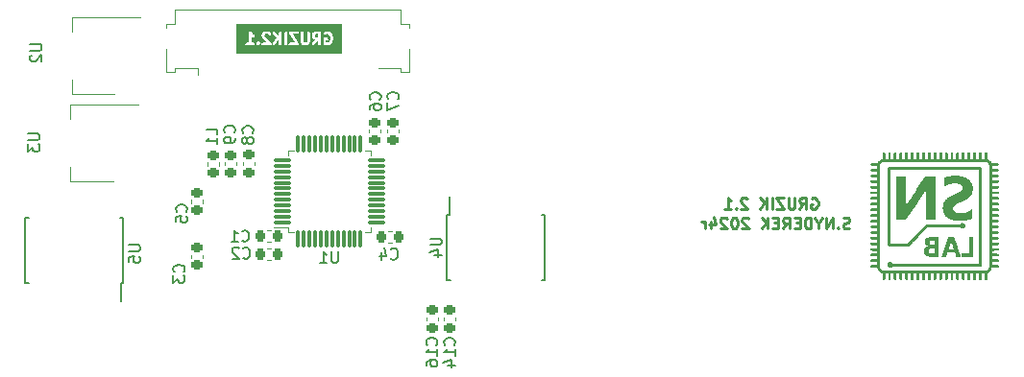
<source format=gbo>
G04 #@! TF.GenerationSoftware,KiCad,Pcbnew,7.0.1*
G04 #@! TF.CreationDate,2024-07-14T18:55:08+02:00*
G04 #@! TF.ProjectId,Gruzik2.0,4772757a-696b-4322-9e30-2e6b69636164,rev?*
G04 #@! TF.SameCoordinates,Original*
G04 #@! TF.FileFunction,Legend,Bot*
G04 #@! TF.FilePolarity,Positive*
%FSLAX46Y46*%
G04 Gerber Fmt 4.6, Leading zero omitted, Abs format (unit mm)*
G04 Created by KiCad (PCBNEW 7.0.1) date 2024-07-14 18:55:08*
%MOMM*%
%LPD*%
G01*
G04 APERTURE LIST*
G04 Aperture macros list*
%AMRoundRect*
0 Rectangle with rounded corners*
0 $1 Rounding radius*
0 $2 $3 $4 $5 $6 $7 $8 $9 X,Y pos of 4 corners*
0 Add a 4 corners polygon primitive as box body*
4,1,4,$2,$3,$4,$5,$6,$7,$8,$9,$2,$3,0*
0 Add four circle primitives for the rounded corners*
1,1,$1+$1,$2,$3*
1,1,$1+$1,$4,$5*
1,1,$1+$1,$6,$7*
1,1,$1+$1,$8,$9*
0 Add four rect primitives between the rounded corners*
20,1,$1+$1,$2,$3,$4,$5,0*
20,1,$1+$1,$4,$5,$6,$7,0*
20,1,$1+$1,$6,$7,$8,$9,0*
20,1,$1+$1,$8,$9,$2,$3,0*%
G04 Aperture macros list end*
%ADD10C,0.250000*%
%ADD11C,0.170000*%
%ADD12C,0.120000*%
%ADD13C,0.150000*%
%ADD14C,2.100000*%
%ADD15R,1.700000X1.700000*%
%ADD16O,1.700000X1.700000*%
%ADD17C,1.500000*%
%ADD18RoundRect,0.225000X0.250000X-0.225000X0.250000X0.225000X-0.250000X0.225000X-0.250000X-0.225000X0*%
%ADD19RoundRect,0.225000X0.225000X0.250000X-0.225000X0.250000X-0.225000X-0.250000X0.225000X-0.250000X0*%
%ADD20RoundRect,0.225000X-0.250000X0.225000X-0.250000X-0.225000X0.250000X-0.225000X0.250000X0.225000X0*%
%ADD21RoundRect,0.218750X-0.256250X0.218750X-0.256250X-0.218750X0.256250X-0.218750X0.256250X0.218750X0*%
%ADD22RoundRect,0.075000X-0.662500X-0.075000X0.662500X-0.075000X0.662500X0.075000X-0.662500X0.075000X0*%
%ADD23RoundRect,0.075000X-0.075000X-0.662500X0.075000X-0.662500X0.075000X0.662500X-0.075000X0.662500X0*%
%ADD24R,0.450000X1.750000*%
%ADD25R,2.000000X1.500000*%
%ADD26R,2.000000X3.800000*%
%ADD27RoundRect,0.225000X-0.225000X-0.250000X0.225000X-0.250000X0.225000X0.250000X-0.225000X0.250000X0*%
%ADD28R,0.400000X1.000000*%
%ADD29R,2.000000X1.300000*%
G04 APERTURE END LIST*
D10*
X146518095Y-151265238D02*
X146613333Y-151217619D01*
X146613333Y-151217619D02*
X146756190Y-151217619D01*
X146756190Y-151217619D02*
X146899047Y-151265238D01*
X146899047Y-151265238D02*
X146994285Y-151360476D01*
X146994285Y-151360476D02*
X147041904Y-151455714D01*
X147041904Y-151455714D02*
X147089523Y-151646190D01*
X147089523Y-151646190D02*
X147089523Y-151789047D01*
X147089523Y-151789047D02*
X147041904Y-151979523D01*
X147041904Y-151979523D02*
X146994285Y-152074761D01*
X146994285Y-152074761D02*
X146899047Y-152170000D01*
X146899047Y-152170000D02*
X146756190Y-152217619D01*
X146756190Y-152217619D02*
X146660952Y-152217619D01*
X146660952Y-152217619D02*
X146518095Y-152170000D01*
X146518095Y-152170000D02*
X146470476Y-152122380D01*
X146470476Y-152122380D02*
X146470476Y-151789047D01*
X146470476Y-151789047D02*
X146660952Y-151789047D01*
X145470476Y-152217619D02*
X145803809Y-151741428D01*
X146041904Y-152217619D02*
X146041904Y-151217619D01*
X146041904Y-151217619D02*
X145660952Y-151217619D01*
X145660952Y-151217619D02*
X145565714Y-151265238D01*
X145565714Y-151265238D02*
X145518095Y-151312857D01*
X145518095Y-151312857D02*
X145470476Y-151408095D01*
X145470476Y-151408095D02*
X145470476Y-151550952D01*
X145470476Y-151550952D02*
X145518095Y-151646190D01*
X145518095Y-151646190D02*
X145565714Y-151693809D01*
X145565714Y-151693809D02*
X145660952Y-151741428D01*
X145660952Y-151741428D02*
X146041904Y-151741428D01*
X145041904Y-151217619D02*
X145041904Y-152027142D01*
X145041904Y-152027142D02*
X144994285Y-152122380D01*
X144994285Y-152122380D02*
X144946666Y-152170000D01*
X144946666Y-152170000D02*
X144851428Y-152217619D01*
X144851428Y-152217619D02*
X144660952Y-152217619D01*
X144660952Y-152217619D02*
X144565714Y-152170000D01*
X144565714Y-152170000D02*
X144518095Y-152122380D01*
X144518095Y-152122380D02*
X144470476Y-152027142D01*
X144470476Y-152027142D02*
X144470476Y-151217619D01*
X144089523Y-151217619D02*
X143422857Y-151217619D01*
X143422857Y-151217619D02*
X144089523Y-152217619D01*
X144089523Y-152217619D02*
X143422857Y-152217619D01*
X143041904Y-152217619D02*
X143041904Y-151217619D01*
X142565714Y-152217619D02*
X142565714Y-151217619D01*
X141994286Y-152217619D02*
X142422857Y-151646190D01*
X141994286Y-151217619D02*
X142565714Y-151789047D01*
X140851428Y-151312857D02*
X140803809Y-151265238D01*
X140803809Y-151265238D02*
X140708571Y-151217619D01*
X140708571Y-151217619D02*
X140470476Y-151217619D01*
X140470476Y-151217619D02*
X140375238Y-151265238D01*
X140375238Y-151265238D02*
X140327619Y-151312857D01*
X140327619Y-151312857D02*
X140280000Y-151408095D01*
X140280000Y-151408095D02*
X140280000Y-151503333D01*
X140280000Y-151503333D02*
X140327619Y-151646190D01*
X140327619Y-151646190D02*
X140899047Y-152217619D01*
X140899047Y-152217619D02*
X140280000Y-152217619D01*
X139851428Y-152122380D02*
X139803809Y-152170000D01*
X139803809Y-152170000D02*
X139851428Y-152217619D01*
X139851428Y-152217619D02*
X139899047Y-152170000D01*
X139899047Y-152170000D02*
X139851428Y-152122380D01*
X139851428Y-152122380D02*
X139851428Y-152217619D01*
X138851429Y-152217619D02*
X139422857Y-152217619D01*
X139137143Y-152217619D02*
X139137143Y-151217619D01*
X139137143Y-151217619D02*
X139232381Y-151360476D01*
X139232381Y-151360476D02*
X139327619Y-151455714D01*
X139327619Y-151455714D02*
X139422857Y-151503333D01*
X149859523Y-153910000D02*
X149716666Y-153957619D01*
X149716666Y-153957619D02*
X149478571Y-153957619D01*
X149478571Y-153957619D02*
X149383333Y-153910000D01*
X149383333Y-153910000D02*
X149335714Y-153862380D01*
X149335714Y-153862380D02*
X149288095Y-153767142D01*
X149288095Y-153767142D02*
X149288095Y-153671904D01*
X149288095Y-153671904D02*
X149335714Y-153576666D01*
X149335714Y-153576666D02*
X149383333Y-153529047D01*
X149383333Y-153529047D02*
X149478571Y-153481428D01*
X149478571Y-153481428D02*
X149669047Y-153433809D01*
X149669047Y-153433809D02*
X149764285Y-153386190D01*
X149764285Y-153386190D02*
X149811904Y-153338571D01*
X149811904Y-153338571D02*
X149859523Y-153243333D01*
X149859523Y-153243333D02*
X149859523Y-153148095D01*
X149859523Y-153148095D02*
X149811904Y-153052857D01*
X149811904Y-153052857D02*
X149764285Y-153005238D01*
X149764285Y-153005238D02*
X149669047Y-152957619D01*
X149669047Y-152957619D02*
X149430952Y-152957619D01*
X149430952Y-152957619D02*
X149288095Y-153005238D01*
X148859523Y-153862380D02*
X148811904Y-153910000D01*
X148811904Y-153910000D02*
X148859523Y-153957619D01*
X148859523Y-153957619D02*
X148907142Y-153910000D01*
X148907142Y-153910000D02*
X148859523Y-153862380D01*
X148859523Y-153862380D02*
X148859523Y-153957619D01*
X148383333Y-153957619D02*
X148383333Y-152957619D01*
X148383333Y-152957619D02*
X147811905Y-153957619D01*
X147811905Y-153957619D02*
X147811905Y-152957619D01*
X147145238Y-153481428D02*
X147145238Y-153957619D01*
X147478571Y-152957619D02*
X147145238Y-153481428D01*
X147145238Y-153481428D02*
X146811905Y-152957619D01*
X146478571Y-153957619D02*
X146478571Y-152957619D01*
X146478571Y-152957619D02*
X146240476Y-152957619D01*
X146240476Y-152957619D02*
X146097619Y-153005238D01*
X146097619Y-153005238D02*
X146002381Y-153100476D01*
X146002381Y-153100476D02*
X145954762Y-153195714D01*
X145954762Y-153195714D02*
X145907143Y-153386190D01*
X145907143Y-153386190D02*
X145907143Y-153529047D01*
X145907143Y-153529047D02*
X145954762Y-153719523D01*
X145954762Y-153719523D02*
X146002381Y-153814761D01*
X146002381Y-153814761D02*
X146097619Y-153910000D01*
X146097619Y-153910000D02*
X146240476Y-153957619D01*
X146240476Y-153957619D02*
X146478571Y-153957619D01*
X145478571Y-153433809D02*
X145145238Y-153433809D01*
X145002381Y-153957619D02*
X145478571Y-153957619D01*
X145478571Y-153957619D02*
X145478571Y-152957619D01*
X145478571Y-152957619D02*
X145002381Y-152957619D01*
X144002381Y-153957619D02*
X144335714Y-153481428D01*
X144573809Y-153957619D02*
X144573809Y-152957619D01*
X144573809Y-152957619D02*
X144192857Y-152957619D01*
X144192857Y-152957619D02*
X144097619Y-153005238D01*
X144097619Y-153005238D02*
X144050000Y-153052857D01*
X144050000Y-153052857D02*
X144002381Y-153148095D01*
X144002381Y-153148095D02*
X144002381Y-153290952D01*
X144002381Y-153290952D02*
X144050000Y-153386190D01*
X144050000Y-153386190D02*
X144097619Y-153433809D01*
X144097619Y-153433809D02*
X144192857Y-153481428D01*
X144192857Y-153481428D02*
X144573809Y-153481428D01*
X143573809Y-153433809D02*
X143240476Y-153433809D01*
X143097619Y-153957619D02*
X143573809Y-153957619D01*
X143573809Y-153957619D02*
X143573809Y-152957619D01*
X143573809Y-152957619D02*
X143097619Y-152957619D01*
X142669047Y-153957619D02*
X142669047Y-152957619D01*
X142097619Y-153957619D02*
X142526190Y-153386190D01*
X142097619Y-152957619D02*
X142669047Y-153529047D01*
X140954761Y-153052857D02*
X140907142Y-153005238D01*
X140907142Y-153005238D02*
X140811904Y-152957619D01*
X140811904Y-152957619D02*
X140573809Y-152957619D01*
X140573809Y-152957619D02*
X140478571Y-153005238D01*
X140478571Y-153005238D02*
X140430952Y-153052857D01*
X140430952Y-153052857D02*
X140383333Y-153148095D01*
X140383333Y-153148095D02*
X140383333Y-153243333D01*
X140383333Y-153243333D02*
X140430952Y-153386190D01*
X140430952Y-153386190D02*
X141002380Y-153957619D01*
X141002380Y-153957619D02*
X140383333Y-153957619D01*
X139764285Y-152957619D02*
X139669047Y-152957619D01*
X139669047Y-152957619D02*
X139573809Y-153005238D01*
X139573809Y-153005238D02*
X139526190Y-153052857D01*
X139526190Y-153052857D02*
X139478571Y-153148095D01*
X139478571Y-153148095D02*
X139430952Y-153338571D01*
X139430952Y-153338571D02*
X139430952Y-153576666D01*
X139430952Y-153576666D02*
X139478571Y-153767142D01*
X139478571Y-153767142D02*
X139526190Y-153862380D01*
X139526190Y-153862380D02*
X139573809Y-153910000D01*
X139573809Y-153910000D02*
X139669047Y-153957619D01*
X139669047Y-153957619D02*
X139764285Y-153957619D01*
X139764285Y-153957619D02*
X139859523Y-153910000D01*
X139859523Y-153910000D02*
X139907142Y-153862380D01*
X139907142Y-153862380D02*
X139954761Y-153767142D01*
X139954761Y-153767142D02*
X140002380Y-153576666D01*
X140002380Y-153576666D02*
X140002380Y-153338571D01*
X140002380Y-153338571D02*
X139954761Y-153148095D01*
X139954761Y-153148095D02*
X139907142Y-153052857D01*
X139907142Y-153052857D02*
X139859523Y-153005238D01*
X139859523Y-153005238D02*
X139764285Y-152957619D01*
X139049999Y-153052857D02*
X139002380Y-153005238D01*
X139002380Y-153005238D02*
X138907142Y-152957619D01*
X138907142Y-152957619D02*
X138669047Y-152957619D01*
X138669047Y-152957619D02*
X138573809Y-153005238D01*
X138573809Y-153005238D02*
X138526190Y-153052857D01*
X138526190Y-153052857D02*
X138478571Y-153148095D01*
X138478571Y-153148095D02*
X138478571Y-153243333D01*
X138478571Y-153243333D02*
X138526190Y-153386190D01*
X138526190Y-153386190D02*
X139097618Y-153957619D01*
X139097618Y-153957619D02*
X138478571Y-153957619D01*
X137621428Y-153290952D02*
X137621428Y-153957619D01*
X137859523Y-152910000D02*
X138097618Y-153624285D01*
X138097618Y-153624285D02*
X137478571Y-153624285D01*
X137097618Y-153957619D02*
X137097618Y-153290952D01*
X137097618Y-153481428D02*
X137049999Y-153386190D01*
X137049999Y-153386190D02*
X137002380Y-153338571D01*
X137002380Y-153338571D02*
X136907142Y-153290952D01*
X136907142Y-153290952D02*
X136811904Y-153290952D01*
D11*
X97227380Y-145518333D02*
X97275000Y-145470714D01*
X97275000Y-145470714D02*
X97322619Y-145327857D01*
X97322619Y-145327857D02*
X97322619Y-145232619D01*
X97322619Y-145232619D02*
X97275000Y-145089762D01*
X97275000Y-145089762D02*
X97179761Y-144994524D01*
X97179761Y-144994524D02*
X97084523Y-144946905D01*
X97084523Y-144946905D02*
X96894047Y-144899286D01*
X96894047Y-144899286D02*
X96751190Y-144899286D01*
X96751190Y-144899286D02*
X96560714Y-144946905D01*
X96560714Y-144946905D02*
X96465476Y-144994524D01*
X96465476Y-144994524D02*
X96370238Y-145089762D01*
X96370238Y-145089762D02*
X96322619Y-145232619D01*
X96322619Y-145232619D02*
X96322619Y-145327857D01*
X96322619Y-145327857D02*
X96370238Y-145470714D01*
X96370238Y-145470714D02*
X96417857Y-145518333D01*
X96751190Y-146089762D02*
X96703571Y-145994524D01*
X96703571Y-145994524D02*
X96655952Y-145946905D01*
X96655952Y-145946905D02*
X96560714Y-145899286D01*
X96560714Y-145899286D02*
X96513095Y-145899286D01*
X96513095Y-145899286D02*
X96417857Y-145946905D01*
X96417857Y-145946905D02*
X96370238Y-145994524D01*
X96370238Y-145994524D02*
X96322619Y-146089762D01*
X96322619Y-146089762D02*
X96322619Y-146280238D01*
X96322619Y-146280238D02*
X96370238Y-146375476D01*
X96370238Y-146375476D02*
X96417857Y-146423095D01*
X96417857Y-146423095D02*
X96513095Y-146470714D01*
X96513095Y-146470714D02*
X96560714Y-146470714D01*
X96560714Y-146470714D02*
X96655952Y-146423095D01*
X96655952Y-146423095D02*
X96703571Y-146375476D01*
X96703571Y-146375476D02*
X96751190Y-146280238D01*
X96751190Y-146280238D02*
X96751190Y-146089762D01*
X96751190Y-146089762D02*
X96798809Y-145994524D01*
X96798809Y-145994524D02*
X96846428Y-145946905D01*
X96846428Y-145946905D02*
X96941666Y-145899286D01*
X96941666Y-145899286D02*
X97132142Y-145899286D01*
X97132142Y-145899286D02*
X97227380Y-145946905D01*
X97227380Y-145946905D02*
X97275000Y-145994524D01*
X97275000Y-145994524D02*
X97322619Y-146089762D01*
X97322619Y-146089762D02*
X97322619Y-146280238D01*
X97322619Y-146280238D02*
X97275000Y-146375476D01*
X97275000Y-146375476D02*
X97227380Y-146423095D01*
X97227380Y-146423095D02*
X97132142Y-146470714D01*
X97132142Y-146470714D02*
X96941666Y-146470714D01*
X96941666Y-146470714D02*
X96846428Y-146423095D01*
X96846428Y-146423095D02*
X96798809Y-146375476D01*
X96798809Y-146375476D02*
X96751190Y-146280238D01*
X96426666Y-156507380D02*
X96474285Y-156555000D01*
X96474285Y-156555000D02*
X96617142Y-156602619D01*
X96617142Y-156602619D02*
X96712380Y-156602619D01*
X96712380Y-156602619D02*
X96855237Y-156555000D01*
X96855237Y-156555000D02*
X96950475Y-156459761D01*
X96950475Y-156459761D02*
X96998094Y-156364523D01*
X96998094Y-156364523D02*
X97045713Y-156174047D01*
X97045713Y-156174047D02*
X97045713Y-156031190D01*
X97045713Y-156031190D02*
X96998094Y-155840714D01*
X96998094Y-155840714D02*
X96950475Y-155745476D01*
X96950475Y-155745476D02*
X96855237Y-155650238D01*
X96855237Y-155650238D02*
X96712380Y-155602619D01*
X96712380Y-155602619D02*
X96617142Y-155602619D01*
X96617142Y-155602619D02*
X96474285Y-155650238D01*
X96474285Y-155650238D02*
X96426666Y-155697857D01*
X96045713Y-155697857D02*
X95998094Y-155650238D01*
X95998094Y-155650238D02*
X95902856Y-155602619D01*
X95902856Y-155602619D02*
X95664761Y-155602619D01*
X95664761Y-155602619D02*
X95569523Y-155650238D01*
X95569523Y-155650238D02*
X95521904Y-155697857D01*
X95521904Y-155697857D02*
X95474285Y-155793095D01*
X95474285Y-155793095D02*
X95474285Y-155888333D01*
X95474285Y-155888333D02*
X95521904Y-156031190D01*
X95521904Y-156031190D02*
X96093332Y-156602619D01*
X96093332Y-156602619D02*
X95474285Y-156602619D01*
X115007380Y-164217142D02*
X115055000Y-164169523D01*
X115055000Y-164169523D02*
X115102619Y-164026666D01*
X115102619Y-164026666D02*
X115102619Y-163931428D01*
X115102619Y-163931428D02*
X115055000Y-163788571D01*
X115055000Y-163788571D02*
X114959761Y-163693333D01*
X114959761Y-163693333D02*
X114864523Y-163645714D01*
X114864523Y-163645714D02*
X114674047Y-163598095D01*
X114674047Y-163598095D02*
X114531190Y-163598095D01*
X114531190Y-163598095D02*
X114340714Y-163645714D01*
X114340714Y-163645714D02*
X114245476Y-163693333D01*
X114245476Y-163693333D02*
X114150238Y-163788571D01*
X114150238Y-163788571D02*
X114102619Y-163931428D01*
X114102619Y-163931428D02*
X114102619Y-164026666D01*
X114102619Y-164026666D02*
X114150238Y-164169523D01*
X114150238Y-164169523D02*
X114197857Y-164217142D01*
X115102619Y-165169523D02*
X115102619Y-164598095D01*
X115102619Y-164883809D02*
X114102619Y-164883809D01*
X114102619Y-164883809D02*
X114245476Y-164788571D01*
X114245476Y-164788571D02*
X114340714Y-164693333D01*
X114340714Y-164693333D02*
X114388333Y-164598095D01*
X114435952Y-166026666D02*
X115102619Y-166026666D01*
X114055000Y-165788571D02*
X114769285Y-165550476D01*
X114769285Y-165550476D02*
X114769285Y-166169523D01*
X91177380Y-157758333D02*
X91225000Y-157710714D01*
X91225000Y-157710714D02*
X91272619Y-157567857D01*
X91272619Y-157567857D02*
X91272619Y-157472619D01*
X91272619Y-157472619D02*
X91225000Y-157329762D01*
X91225000Y-157329762D02*
X91129761Y-157234524D01*
X91129761Y-157234524D02*
X91034523Y-157186905D01*
X91034523Y-157186905D02*
X90844047Y-157139286D01*
X90844047Y-157139286D02*
X90701190Y-157139286D01*
X90701190Y-157139286D02*
X90510714Y-157186905D01*
X90510714Y-157186905D02*
X90415476Y-157234524D01*
X90415476Y-157234524D02*
X90320238Y-157329762D01*
X90320238Y-157329762D02*
X90272619Y-157472619D01*
X90272619Y-157472619D02*
X90272619Y-157567857D01*
X90272619Y-157567857D02*
X90320238Y-157710714D01*
X90320238Y-157710714D02*
X90367857Y-157758333D01*
X90272619Y-158091667D02*
X90272619Y-158710714D01*
X90272619Y-158710714D02*
X90653571Y-158377381D01*
X90653571Y-158377381D02*
X90653571Y-158520238D01*
X90653571Y-158520238D02*
X90701190Y-158615476D01*
X90701190Y-158615476D02*
X90748809Y-158663095D01*
X90748809Y-158663095D02*
X90844047Y-158710714D01*
X90844047Y-158710714D02*
X91082142Y-158710714D01*
X91082142Y-158710714D02*
X91177380Y-158663095D01*
X91177380Y-158663095D02*
X91225000Y-158615476D01*
X91225000Y-158615476D02*
X91272619Y-158520238D01*
X91272619Y-158520238D02*
X91272619Y-158234524D01*
X91272619Y-158234524D02*
X91225000Y-158139286D01*
X91225000Y-158139286D02*
X91177380Y-158091667D01*
X94162619Y-145658333D02*
X94162619Y-145182143D01*
X94162619Y-145182143D02*
X93162619Y-145182143D01*
X94162619Y-146515476D02*
X94162619Y-145944048D01*
X94162619Y-146229762D02*
X93162619Y-146229762D01*
X93162619Y-146229762D02*
X93305476Y-146134524D01*
X93305476Y-146134524D02*
X93400714Y-146039286D01*
X93400714Y-146039286D02*
X93448333Y-145944048D01*
X110047380Y-142533333D02*
X110095000Y-142485714D01*
X110095000Y-142485714D02*
X110142619Y-142342857D01*
X110142619Y-142342857D02*
X110142619Y-142247619D01*
X110142619Y-142247619D02*
X110095000Y-142104762D01*
X110095000Y-142104762D02*
X109999761Y-142009524D01*
X109999761Y-142009524D02*
X109904523Y-141961905D01*
X109904523Y-141961905D02*
X109714047Y-141914286D01*
X109714047Y-141914286D02*
X109571190Y-141914286D01*
X109571190Y-141914286D02*
X109380714Y-141961905D01*
X109380714Y-141961905D02*
X109285476Y-142009524D01*
X109285476Y-142009524D02*
X109190238Y-142104762D01*
X109190238Y-142104762D02*
X109142619Y-142247619D01*
X109142619Y-142247619D02*
X109142619Y-142342857D01*
X109142619Y-142342857D02*
X109190238Y-142485714D01*
X109190238Y-142485714D02*
X109237857Y-142533333D01*
X109142619Y-142866667D02*
X109142619Y-143533333D01*
X109142619Y-143533333D02*
X110142619Y-143104762D01*
X104781904Y-155972619D02*
X104781904Y-156782142D01*
X104781904Y-156782142D02*
X104734285Y-156877380D01*
X104734285Y-156877380D02*
X104686666Y-156925000D01*
X104686666Y-156925000D02*
X104591428Y-156972619D01*
X104591428Y-156972619D02*
X104400952Y-156972619D01*
X104400952Y-156972619D02*
X104305714Y-156925000D01*
X104305714Y-156925000D02*
X104258095Y-156877380D01*
X104258095Y-156877380D02*
X104210476Y-156782142D01*
X104210476Y-156782142D02*
X104210476Y-155972619D01*
X103210476Y-156972619D02*
X103781904Y-156972619D01*
X103496190Y-156972619D02*
X103496190Y-155972619D01*
X103496190Y-155972619D02*
X103591428Y-156115476D01*
X103591428Y-156115476D02*
X103686666Y-156210714D01*
X103686666Y-156210714D02*
X103781904Y-156258333D01*
X95637380Y-145478333D02*
X95685000Y-145430714D01*
X95685000Y-145430714D02*
X95732619Y-145287857D01*
X95732619Y-145287857D02*
X95732619Y-145192619D01*
X95732619Y-145192619D02*
X95685000Y-145049762D01*
X95685000Y-145049762D02*
X95589761Y-144954524D01*
X95589761Y-144954524D02*
X95494523Y-144906905D01*
X95494523Y-144906905D02*
X95304047Y-144859286D01*
X95304047Y-144859286D02*
X95161190Y-144859286D01*
X95161190Y-144859286D02*
X94970714Y-144906905D01*
X94970714Y-144906905D02*
X94875476Y-144954524D01*
X94875476Y-144954524D02*
X94780238Y-145049762D01*
X94780238Y-145049762D02*
X94732619Y-145192619D01*
X94732619Y-145192619D02*
X94732619Y-145287857D01*
X94732619Y-145287857D02*
X94780238Y-145430714D01*
X94780238Y-145430714D02*
X94827857Y-145478333D01*
X95732619Y-145954524D02*
X95732619Y-146145000D01*
X95732619Y-146145000D02*
X95685000Y-146240238D01*
X95685000Y-146240238D02*
X95637380Y-146287857D01*
X95637380Y-146287857D02*
X95494523Y-146383095D01*
X95494523Y-146383095D02*
X95304047Y-146430714D01*
X95304047Y-146430714D02*
X94923095Y-146430714D01*
X94923095Y-146430714D02*
X94827857Y-146383095D01*
X94827857Y-146383095D02*
X94780238Y-146335476D01*
X94780238Y-146335476D02*
X94732619Y-146240238D01*
X94732619Y-146240238D02*
X94732619Y-146049762D01*
X94732619Y-146049762D02*
X94780238Y-145954524D01*
X94780238Y-145954524D02*
X94827857Y-145906905D01*
X94827857Y-145906905D02*
X94923095Y-145859286D01*
X94923095Y-145859286D02*
X95161190Y-145859286D01*
X95161190Y-145859286D02*
X95256428Y-145906905D01*
X95256428Y-145906905D02*
X95304047Y-145954524D01*
X95304047Y-145954524D02*
X95351666Y-146049762D01*
X95351666Y-146049762D02*
X95351666Y-146240238D01*
X95351666Y-146240238D02*
X95304047Y-146335476D01*
X95304047Y-146335476D02*
X95256428Y-146383095D01*
X95256428Y-146383095D02*
X95161190Y-146430714D01*
X86337619Y-155388095D02*
X87147142Y-155388095D01*
X87147142Y-155388095D02*
X87242380Y-155435714D01*
X87242380Y-155435714D02*
X87290000Y-155483333D01*
X87290000Y-155483333D02*
X87337619Y-155578571D01*
X87337619Y-155578571D02*
X87337619Y-155769047D01*
X87337619Y-155769047D02*
X87290000Y-155864285D01*
X87290000Y-155864285D02*
X87242380Y-155911904D01*
X87242380Y-155911904D02*
X87147142Y-155959523D01*
X87147142Y-155959523D02*
X86337619Y-155959523D01*
X86337619Y-156911904D02*
X86337619Y-156435714D01*
X86337619Y-156435714D02*
X86813809Y-156388095D01*
X86813809Y-156388095D02*
X86766190Y-156435714D01*
X86766190Y-156435714D02*
X86718571Y-156530952D01*
X86718571Y-156530952D02*
X86718571Y-156769047D01*
X86718571Y-156769047D02*
X86766190Y-156864285D01*
X86766190Y-156864285D02*
X86813809Y-156911904D01*
X86813809Y-156911904D02*
X86909047Y-156959523D01*
X86909047Y-156959523D02*
X87147142Y-156959523D01*
X87147142Y-156959523D02*
X87242380Y-156911904D01*
X87242380Y-156911904D02*
X87290000Y-156864285D01*
X87290000Y-156864285D02*
X87337619Y-156769047D01*
X87337619Y-156769047D02*
X87337619Y-156530952D01*
X87337619Y-156530952D02*
X87290000Y-156435714D01*
X87290000Y-156435714D02*
X87242380Y-156388095D01*
X96336666Y-155007380D02*
X96384285Y-155055000D01*
X96384285Y-155055000D02*
X96527142Y-155102619D01*
X96527142Y-155102619D02*
X96622380Y-155102619D01*
X96622380Y-155102619D02*
X96765237Y-155055000D01*
X96765237Y-155055000D02*
X96860475Y-154959761D01*
X96860475Y-154959761D02*
X96908094Y-154864523D01*
X96908094Y-154864523D02*
X96955713Y-154674047D01*
X96955713Y-154674047D02*
X96955713Y-154531190D01*
X96955713Y-154531190D02*
X96908094Y-154340714D01*
X96908094Y-154340714D02*
X96860475Y-154245476D01*
X96860475Y-154245476D02*
X96765237Y-154150238D01*
X96765237Y-154150238D02*
X96622380Y-154102619D01*
X96622380Y-154102619D02*
X96527142Y-154102619D01*
X96527142Y-154102619D02*
X96384285Y-154150238D01*
X96384285Y-154150238D02*
X96336666Y-154197857D01*
X95384285Y-155102619D02*
X95955713Y-155102619D01*
X95669999Y-155102619D02*
X95669999Y-154102619D01*
X95669999Y-154102619D02*
X95765237Y-154245476D01*
X95765237Y-154245476D02*
X95860475Y-154340714D01*
X95860475Y-154340714D02*
X95955713Y-154388333D01*
X77652619Y-137658095D02*
X78462142Y-137658095D01*
X78462142Y-137658095D02*
X78557380Y-137705714D01*
X78557380Y-137705714D02*
X78605000Y-137753333D01*
X78605000Y-137753333D02*
X78652619Y-137848571D01*
X78652619Y-137848571D02*
X78652619Y-138039047D01*
X78652619Y-138039047D02*
X78605000Y-138134285D01*
X78605000Y-138134285D02*
X78557380Y-138181904D01*
X78557380Y-138181904D02*
X78462142Y-138229523D01*
X78462142Y-138229523D02*
X77652619Y-138229523D01*
X77747857Y-138658095D02*
X77700238Y-138705714D01*
X77700238Y-138705714D02*
X77652619Y-138800952D01*
X77652619Y-138800952D02*
X77652619Y-139039047D01*
X77652619Y-139039047D02*
X77700238Y-139134285D01*
X77700238Y-139134285D02*
X77747857Y-139181904D01*
X77747857Y-139181904D02*
X77843095Y-139229523D01*
X77843095Y-139229523D02*
X77938333Y-139229523D01*
X77938333Y-139229523D02*
X78081190Y-139181904D01*
X78081190Y-139181904D02*
X78652619Y-138610476D01*
X78652619Y-138610476D02*
X78652619Y-139229523D01*
X109436666Y-156587380D02*
X109484285Y-156635000D01*
X109484285Y-156635000D02*
X109627142Y-156682619D01*
X109627142Y-156682619D02*
X109722380Y-156682619D01*
X109722380Y-156682619D02*
X109865237Y-156635000D01*
X109865237Y-156635000D02*
X109960475Y-156539761D01*
X109960475Y-156539761D02*
X110008094Y-156444523D01*
X110008094Y-156444523D02*
X110055713Y-156254047D01*
X110055713Y-156254047D02*
X110055713Y-156111190D01*
X110055713Y-156111190D02*
X110008094Y-155920714D01*
X110008094Y-155920714D02*
X109960475Y-155825476D01*
X109960475Y-155825476D02*
X109865237Y-155730238D01*
X109865237Y-155730238D02*
X109722380Y-155682619D01*
X109722380Y-155682619D02*
X109627142Y-155682619D01*
X109627142Y-155682619D02*
X109484285Y-155730238D01*
X109484285Y-155730238D02*
X109436666Y-155777857D01*
X108579523Y-156015952D02*
X108579523Y-156682619D01*
X108817618Y-155635000D02*
X109055713Y-156349285D01*
X109055713Y-156349285D02*
X108436666Y-156349285D01*
D10*
G36*
X103055475Y-137051428D02*
G01*
X102953807Y-137051428D01*
X102928950Y-137046845D01*
X102917765Y-137051428D01*
X102829031Y-137051428D01*
X102778329Y-137026076D01*
X102759397Y-137007145D01*
X102734047Y-136956444D01*
X102734047Y-136872603D01*
X102759398Y-136821901D01*
X102778330Y-136802969D01*
X102829031Y-136777619D01*
X103055475Y-136777619D01*
X103055475Y-137051428D01*
G37*
G36*
X105148928Y-138520357D02*
G01*
X95831072Y-138520357D01*
X95831072Y-137671159D01*
X96622954Y-137671159D01*
X96653448Y-137737932D01*
X96715202Y-137777619D01*
X97028680Y-137777619D01*
X97056159Y-137781570D01*
X97064811Y-137777619D01*
X97341305Y-137777619D01*
X97393766Y-137762215D01*
X97441837Y-137706738D01*
X97452284Y-137634079D01*
X97434760Y-137595706D01*
X97574340Y-137595706D01*
X97580241Y-137622836D01*
X97582223Y-137650528D01*
X97587922Y-137658141D01*
X97589944Y-137667435D01*
X97609575Y-137687067D01*
X97626214Y-137709293D01*
X97635124Y-137712616D01*
X97640956Y-137718447D01*
X97642308Y-137723052D01*
X97659890Y-137738287D01*
X97673832Y-137756911D01*
X97687090Y-137761856D01*
X97697785Y-137771123D01*
X97711792Y-137773136D01*
X97724211Y-137779918D01*
X97733697Y-137779239D01*
X97742610Y-137782564D01*
X97756437Y-137779556D01*
X97770444Y-137781570D01*
X97783316Y-137775691D01*
X97797431Y-137774682D01*
X97805045Y-137768981D01*
X97814339Y-137766960D01*
X97824344Y-137756954D01*
X97837217Y-137751076D01*
X97844867Y-137739171D01*
X97856196Y-137730691D01*
X97859519Y-137721779D01*
X97881591Y-137699707D01*
X97903814Y-137683073D01*
X97913516Y-137657060D01*
X97926822Y-137632693D01*
X97926143Y-137623207D01*
X97929468Y-137614295D01*
X97923566Y-137587163D01*
X97921586Y-137559473D01*
X97915886Y-137551859D01*
X97913865Y-137542566D01*
X97894232Y-137522932D01*
X97877595Y-137500708D01*
X97868684Y-137497384D01*
X97862852Y-137491551D01*
X97861500Y-137486947D01*
X97843916Y-137471711D01*
X97829975Y-137453087D01*
X97816716Y-137448142D01*
X97806023Y-137438876D01*
X97792016Y-137436862D01*
X97779598Y-137430081D01*
X97770110Y-137430759D01*
X97761197Y-137427435D01*
X97747370Y-137430442D01*
X97733364Y-137428429D01*
X97720491Y-137434307D01*
X97706378Y-137435317D01*
X97698764Y-137441016D01*
X97689467Y-137443039D01*
X97679460Y-137453045D01*
X97666591Y-137458923D01*
X97658940Y-137470827D01*
X97647613Y-137479307D01*
X97644288Y-137488218D01*
X97622217Y-137510291D01*
X97599993Y-137526928D01*
X97590290Y-137552941D01*
X97576985Y-137577309D01*
X97577663Y-137586795D01*
X97574340Y-137595706D01*
X97434760Y-137595706D01*
X97421790Y-137567306D01*
X97360036Y-137527619D01*
X97162619Y-137527619D01*
X97162619Y-136997730D01*
X97170165Y-137001503D01*
X97200403Y-137018014D01*
X97202838Y-137017839D01*
X97283506Y-137058174D01*
X97337317Y-137067857D01*
X97405123Y-137039735D01*
X97446961Y-136979419D01*
X97448244Y-136943042D01*
X98050284Y-136943042D01*
X98061177Y-136975721D01*
X98070880Y-137008766D01*
X98072725Y-137010364D01*
X98107382Y-137114337D01*
X98113754Y-137143625D01*
X98131817Y-137161688D01*
X98146396Y-137182665D01*
X98157308Y-137187179D01*
X98497747Y-137527619D01*
X98162504Y-137527619D01*
X98110043Y-137543023D01*
X98061972Y-137598500D01*
X98051525Y-137671159D01*
X98082019Y-137737932D01*
X98143773Y-137777619D01*
X98767619Y-137777619D01*
X98771831Y-137779919D01*
X98803988Y-137777619D01*
X98817495Y-137777619D01*
X98821844Y-137776341D01*
X98845050Y-137774682D01*
X98856378Y-137766201D01*
X98869956Y-137762215D01*
X98885189Y-137744634D01*
X98903815Y-137730692D01*
X98908760Y-137717431D01*
X98918027Y-137706738D01*
X98921337Y-137683710D01*
X98929468Y-137661913D01*
X98926460Y-137648085D01*
X98928474Y-137634079D01*
X98918809Y-137612915D01*
X98913864Y-137590184D01*
X98903858Y-137580178D01*
X98897980Y-137567306D01*
X98878407Y-137554727D01*
X98337349Y-137013668D01*
X98305476Y-136918049D01*
X98305476Y-136872603D01*
X98330827Y-136821901D01*
X98349759Y-136802969D01*
X98400460Y-136777619D01*
X98579539Y-136777619D01*
X98630240Y-136802970D01*
X98676223Y-136848953D01*
X98724211Y-136875156D01*
X98797431Y-136869920D01*
X98856196Y-136825929D01*
X98881849Y-136757151D01*
X98866245Y-136685421D01*
X98824148Y-136643325D01*
X99002912Y-136643325D01*
X99018516Y-136715054D01*
X99396381Y-137092919D01*
X99022074Y-137591997D01*
X99002920Y-137643208D01*
X99018459Y-137714951D01*
X99070318Y-137766904D01*
X99142033Y-137782572D01*
X99210835Y-137756981D01*
X99574952Y-137271490D01*
X99579285Y-137275823D01*
X99579285Y-137670591D01*
X99594689Y-137723052D01*
X99650166Y-137771123D01*
X99722825Y-137781570D01*
X99789598Y-137751076D01*
X99829285Y-137689322D01*
X99829285Y-137670591D01*
X100055475Y-137670591D01*
X100070879Y-137723052D01*
X100126356Y-137771123D01*
X100199015Y-137781570D01*
X100265788Y-137751076D01*
X100305475Y-137689322D01*
X100305475Y-137671159D01*
X100432477Y-137671159D01*
X100462971Y-137737932D01*
X100524725Y-137777619D01*
X101220210Y-137777619D01*
X101248798Y-137781240D01*
X101272900Y-137769739D01*
X101298527Y-137762215D01*
X101305474Y-137754197D01*
X101315049Y-137749629D01*
X101329108Y-137726921D01*
X101346598Y-137706738D01*
X101348107Y-137696237D01*
X101353693Y-137687217D01*
X101353244Y-137660514D01*
X101357045Y-137634079D01*
X101352637Y-137624427D01*
X101352459Y-137613820D01*
X101337645Y-137591599D01*
X101326551Y-137567306D01*
X101317625Y-137561570D01*
X101266722Y-137485216D01*
X101480830Y-137485216D01*
X101492253Y-137508063D01*
X101499451Y-137532575D01*
X101508376Y-137540308D01*
X101537853Y-137599263D01*
X101542324Y-137619814D01*
X101566683Y-137644174D01*
X101590139Y-137669390D01*
X101592503Y-137669994D01*
X101604815Y-137682306D01*
X101615555Y-137700389D01*
X101646361Y-137715792D01*
X101676591Y-137732299D01*
X101679026Y-137732124D01*
X101737606Y-137761415D01*
X101762820Y-137777619D01*
X101788366Y-137777619D01*
X101813507Y-137782143D01*
X101824415Y-137777619D01*
X101983274Y-137777619D01*
X102013073Y-137780836D01*
X102035920Y-137769412D01*
X102060432Y-137762215D01*
X102068165Y-137753289D01*
X102127120Y-137723812D01*
X102147674Y-137719341D01*
X102172039Y-137694974D01*
X102197247Y-137671527D01*
X102197851Y-137669161D01*
X102210163Y-137656849D01*
X102225953Y-137647471D01*
X102478872Y-137647471D01*
X102496753Y-137718666D01*
X102550287Y-137768892D01*
X102622477Y-137782202D01*
X102690403Y-137754370D01*
X103007461Y-137301428D01*
X103055475Y-137301428D01*
X103055475Y-137670591D01*
X103070879Y-137723052D01*
X103126356Y-137771123D01*
X103199015Y-137781570D01*
X103265788Y-137751076D01*
X103305475Y-137689322D01*
X103305475Y-137548084D01*
X103479102Y-137548084D01*
X103484047Y-137570817D01*
X103484047Y-137575352D01*
X103487852Y-137588313D01*
X103494705Y-137619814D01*
X103498098Y-137623207D01*
X103499451Y-137627813D01*
X103523813Y-137648923D01*
X103563520Y-137688631D01*
X103582318Y-137711979D01*
X103606553Y-137720057D01*
X103628972Y-137732299D01*
X103640751Y-137731456D01*
X103745126Y-137766247D01*
X103762820Y-137777619D01*
X103797275Y-137777619D01*
X103831684Y-137778864D01*
X103833784Y-137777619D01*
X103879090Y-137777619D01*
X103899470Y-137782811D01*
X103932149Y-137771917D01*
X103965194Y-137762215D01*
X103966792Y-137760369D01*
X104070764Y-137725712D01*
X104100054Y-137719341D01*
X104118118Y-137701275D01*
X104139093Y-137686699D01*
X104143607Y-137675787D01*
X104210162Y-137609231D01*
X104228245Y-137598491D01*
X104243651Y-137567678D01*
X104260156Y-137537452D01*
X104259981Y-137535017D01*
X104282322Y-137490337D01*
X104292841Y-137480447D01*
X104298414Y-137458152D01*
X104300316Y-137454350D01*
X104302757Y-137440779D01*
X104344373Y-137274319D01*
X104353094Y-137260750D01*
X104353094Y-137239437D01*
X104353721Y-137236929D01*
X104353094Y-137221506D01*
X104353094Y-137101762D01*
X104358264Y-137086480D01*
X104353094Y-137065800D01*
X104353094Y-137063218D01*
X104348749Y-137048420D01*
X104307142Y-136881994D01*
X104308692Y-136867640D01*
X104298415Y-136847086D01*
X104297384Y-136842962D01*
X104290406Y-136831069D01*
X104251667Y-136753590D01*
X104247197Y-136733041D01*
X104222845Y-136708689D01*
X104199383Y-136683466D01*
X104197016Y-136682860D01*
X104130763Y-136616607D01*
X104111966Y-136593259D01*
X104087728Y-136585179D01*
X104065310Y-136572938D01*
X104053530Y-136573780D01*
X103949155Y-136538988D01*
X103931464Y-136527619D01*
X103897027Y-136527619D01*
X103862600Y-136526374D01*
X103860500Y-136527619D01*
X103758625Y-136527619D01*
X103728830Y-136524402D01*
X103705982Y-136535825D01*
X103681471Y-136543023D01*
X103673737Y-136551948D01*
X103584690Y-136596472D01*
X103544656Y-136633711D01*
X103526470Y-136704829D01*
X103549620Y-136774489D01*
X103606757Y-136820576D01*
X103679740Y-136828455D01*
X103781412Y-136777619D01*
X103874477Y-136777619D01*
X103970095Y-136809491D01*
X104030124Y-136869521D01*
X104062534Y-136934340D01*
X104103094Y-137096578D01*
X104103094Y-137208659D01*
X104062534Y-137370896D01*
X104030123Y-137435716D01*
X103970094Y-137495746D01*
X103874477Y-137527619D01*
X103819808Y-137527619D01*
X103734047Y-137499032D01*
X103734047Y-137349047D01*
X103817495Y-137349047D01*
X103869956Y-137333643D01*
X103918027Y-137278166D01*
X103928474Y-137205507D01*
X103897980Y-137138734D01*
X103836226Y-137099047D01*
X103617986Y-137099047D01*
X103590507Y-137095096D01*
X103565252Y-137106629D01*
X103538614Y-137114451D01*
X103532385Y-137121638D01*
X103523734Y-137125590D01*
X103508723Y-137148946D01*
X103490543Y-137169928D01*
X103489189Y-137179342D01*
X103484047Y-137187344D01*
X103484047Y-137215108D01*
X103480096Y-137242587D01*
X103484047Y-137251239D01*
X103484047Y-137534827D01*
X103479102Y-137548084D01*
X103305475Y-137548084D01*
X103305475Y-137185367D01*
X103309426Y-137157888D01*
X103305475Y-137149236D01*
X103305475Y-136661558D01*
X103309426Y-136634079D01*
X103297892Y-136608824D01*
X103290071Y-136582186D01*
X103282883Y-136575957D01*
X103278932Y-136567306D01*
X103255575Y-136552295D01*
X103234594Y-136534115D01*
X103225179Y-136532761D01*
X103217178Y-136527619D01*
X103189414Y-136527619D01*
X103161935Y-136523668D01*
X103153283Y-136527619D01*
X102806244Y-136527619D01*
X102776449Y-136524402D01*
X102753601Y-136535825D01*
X102729090Y-136543023D01*
X102721356Y-136551948D01*
X102662400Y-136581426D01*
X102641849Y-136585897D01*
X102617488Y-136610257D01*
X102592275Y-136633711D01*
X102591670Y-136636076D01*
X102579359Y-136648387D01*
X102561277Y-136659127D01*
X102545869Y-136689941D01*
X102529366Y-136720165D01*
X102529540Y-136722600D01*
X102500250Y-136781178D01*
X102484047Y-136806392D01*
X102484047Y-136831938D01*
X102479523Y-136857079D01*
X102484047Y-136867987D01*
X102484047Y-136979227D01*
X102480830Y-137009026D01*
X102492253Y-137031873D01*
X102499451Y-137056385D01*
X102508376Y-137064118D01*
X102537854Y-137123075D01*
X102542325Y-137143625D01*
X102566680Y-137167980D01*
X102590139Y-137193200D01*
X102592504Y-137193804D01*
X102604815Y-137206116D01*
X102615555Y-137224198D01*
X102646365Y-137239603D01*
X102676592Y-137256108D01*
X102679026Y-137255933D01*
X102719854Y-137276348D01*
X102496337Y-137595660D01*
X102478872Y-137647471D01*
X102225953Y-137647471D01*
X102228245Y-137646110D01*
X102243651Y-137615297D01*
X102260156Y-137585071D01*
X102259981Y-137582636D01*
X102289271Y-137524058D01*
X102305475Y-137498845D01*
X102305475Y-137473299D01*
X102309999Y-137448158D01*
X102305475Y-137437250D01*
X102305475Y-136634647D01*
X102290071Y-136582186D01*
X102234594Y-136534115D01*
X102161935Y-136523668D01*
X102095162Y-136554162D01*
X102055475Y-136615916D01*
X102055475Y-137432634D01*
X102030123Y-137483335D01*
X102011191Y-137502268D01*
X101960491Y-137527619D01*
X101829031Y-137527619D01*
X101778330Y-137502268D01*
X101759397Y-137483335D01*
X101734047Y-137432634D01*
X101734047Y-136634647D01*
X101718643Y-136582186D01*
X101663166Y-136534115D01*
X101590507Y-136523668D01*
X101523734Y-136554162D01*
X101484047Y-136615916D01*
X101484047Y-137455417D01*
X101480830Y-137485216D01*
X101266722Y-137485216D01*
X100794992Y-136777619D01*
X101246066Y-136777619D01*
X101298527Y-136762215D01*
X101346598Y-136706738D01*
X101357045Y-136634079D01*
X101326551Y-136567306D01*
X101264797Y-136527619D01*
X100569312Y-136527619D01*
X100540724Y-136523998D01*
X100516621Y-136535498D01*
X100490995Y-136543023D01*
X100484047Y-136551040D01*
X100474473Y-136555609D01*
X100460413Y-136578316D01*
X100442924Y-136598500D01*
X100441414Y-136609000D01*
X100435829Y-136618021D01*
X100436277Y-136644723D01*
X100432477Y-136671159D01*
X100436884Y-136680810D01*
X100437063Y-136691418D01*
X100451876Y-136713638D01*
X100462971Y-136737932D01*
X100471896Y-136743667D01*
X100994530Y-137527619D01*
X100543456Y-137527619D01*
X100490995Y-137543023D01*
X100442924Y-137598500D01*
X100432477Y-137671159D01*
X100305475Y-137671159D01*
X100305475Y-136634647D01*
X100290071Y-136582186D01*
X100234594Y-136534115D01*
X100161935Y-136523668D01*
X100095162Y-136554162D01*
X100055475Y-136615916D01*
X100055475Y-137670591D01*
X99829285Y-137670591D01*
X99829285Y-137246599D01*
X99834230Y-137233341D01*
X99829285Y-137210609D01*
X99829285Y-136634647D01*
X99813881Y-136582186D01*
X99758404Y-136534115D01*
X99685745Y-136523668D01*
X99618972Y-136554162D01*
X99579285Y-136615916D01*
X99579285Y-136922270D01*
X99208537Y-136551523D01*
X99160549Y-136525319D01*
X99087330Y-136530556D01*
X99028565Y-136574547D01*
X99002912Y-136643325D01*
X98824148Y-136643325D01*
X98803754Y-136622931D01*
X98793015Y-136604849D01*
X98762200Y-136589441D01*
X98731977Y-136572938D01*
X98729541Y-136573112D01*
X98670963Y-136543822D01*
X98645750Y-136527619D01*
X98620204Y-136527619D01*
X98595063Y-136523095D01*
X98584155Y-136527619D01*
X98377673Y-136527619D01*
X98347878Y-136524402D01*
X98325030Y-136535825D01*
X98300519Y-136543023D01*
X98292785Y-136551948D01*
X98233829Y-136581426D01*
X98213278Y-136585897D01*
X98188917Y-136610257D01*
X98163704Y-136633711D01*
X98163099Y-136636076D01*
X98150788Y-136648387D01*
X98132706Y-136659127D01*
X98117298Y-136689941D01*
X98100795Y-136720165D01*
X98100969Y-136722600D01*
X98071679Y-136781178D01*
X98055476Y-136806392D01*
X98055476Y-136831938D01*
X98050952Y-136857079D01*
X98055476Y-136867987D01*
X98055476Y-136922662D01*
X98050284Y-136943042D01*
X97448244Y-136943042D01*
X97449548Y-136906058D01*
X97412063Y-136842944D01*
X97302138Y-136787981D01*
X97230000Y-136715843D01*
X97152189Y-136599128D01*
X97147215Y-136582186D01*
X97132249Y-136569218D01*
X97131656Y-136568328D01*
X97118683Y-136557463D01*
X97091738Y-136534115D01*
X97090611Y-136533953D01*
X97089739Y-136533222D01*
X97054365Y-136528741D01*
X97019079Y-136523668D01*
X97018043Y-136524140D01*
X97016915Y-136523998D01*
X96984739Y-136539350D01*
X96952306Y-136554162D01*
X96951690Y-136555118D01*
X96950664Y-136555609D01*
X96931892Y-136585926D01*
X96912619Y-136615916D01*
X96912619Y-136617054D01*
X96912020Y-136618021D01*
X96912619Y-136653649D01*
X96912619Y-137527619D01*
X96733933Y-137527619D01*
X96681472Y-137543023D01*
X96633401Y-137598500D01*
X96622954Y-137671159D01*
X95831072Y-137671159D01*
X95831072Y-135859643D01*
X105148928Y-135859643D01*
X105148928Y-138520357D01*
G37*
D11*
X113457380Y-164217142D02*
X113505000Y-164169523D01*
X113505000Y-164169523D02*
X113552619Y-164026666D01*
X113552619Y-164026666D02*
X113552619Y-163931428D01*
X113552619Y-163931428D02*
X113505000Y-163788571D01*
X113505000Y-163788571D02*
X113409761Y-163693333D01*
X113409761Y-163693333D02*
X113314523Y-163645714D01*
X113314523Y-163645714D02*
X113124047Y-163598095D01*
X113124047Y-163598095D02*
X112981190Y-163598095D01*
X112981190Y-163598095D02*
X112790714Y-163645714D01*
X112790714Y-163645714D02*
X112695476Y-163693333D01*
X112695476Y-163693333D02*
X112600238Y-163788571D01*
X112600238Y-163788571D02*
X112552619Y-163931428D01*
X112552619Y-163931428D02*
X112552619Y-164026666D01*
X112552619Y-164026666D02*
X112600238Y-164169523D01*
X112600238Y-164169523D02*
X112647857Y-164217142D01*
X113552619Y-165169523D02*
X113552619Y-164598095D01*
X113552619Y-164883809D02*
X112552619Y-164883809D01*
X112552619Y-164883809D02*
X112695476Y-164788571D01*
X112695476Y-164788571D02*
X112790714Y-164693333D01*
X112790714Y-164693333D02*
X112838333Y-164598095D01*
X112552619Y-166026666D02*
X112552619Y-165836190D01*
X112552619Y-165836190D02*
X112600238Y-165740952D01*
X112600238Y-165740952D02*
X112647857Y-165693333D01*
X112647857Y-165693333D02*
X112790714Y-165598095D01*
X112790714Y-165598095D02*
X112981190Y-165550476D01*
X112981190Y-165550476D02*
X113362142Y-165550476D01*
X113362142Y-165550476D02*
X113457380Y-165598095D01*
X113457380Y-165598095D02*
X113505000Y-165645714D01*
X113505000Y-165645714D02*
X113552619Y-165740952D01*
X113552619Y-165740952D02*
X113552619Y-165931428D01*
X113552619Y-165931428D02*
X113505000Y-166026666D01*
X113505000Y-166026666D02*
X113457380Y-166074285D01*
X113457380Y-166074285D02*
X113362142Y-166121904D01*
X113362142Y-166121904D02*
X113124047Y-166121904D01*
X113124047Y-166121904D02*
X113028809Y-166074285D01*
X113028809Y-166074285D02*
X112981190Y-166026666D01*
X112981190Y-166026666D02*
X112933571Y-165931428D01*
X112933571Y-165931428D02*
X112933571Y-165740952D01*
X112933571Y-165740952D02*
X112981190Y-165645714D01*
X112981190Y-165645714D02*
X113028809Y-165598095D01*
X113028809Y-165598095D02*
X113124047Y-165550476D01*
X77482619Y-145558095D02*
X78292142Y-145558095D01*
X78292142Y-145558095D02*
X78387380Y-145605714D01*
X78387380Y-145605714D02*
X78435000Y-145653333D01*
X78435000Y-145653333D02*
X78482619Y-145748571D01*
X78482619Y-145748571D02*
X78482619Y-145939047D01*
X78482619Y-145939047D02*
X78435000Y-146034285D01*
X78435000Y-146034285D02*
X78387380Y-146081904D01*
X78387380Y-146081904D02*
X78292142Y-146129523D01*
X78292142Y-146129523D02*
X77482619Y-146129523D01*
X77482619Y-146510476D02*
X77482619Y-147129523D01*
X77482619Y-147129523D02*
X77863571Y-146796190D01*
X77863571Y-146796190D02*
X77863571Y-146939047D01*
X77863571Y-146939047D02*
X77911190Y-147034285D01*
X77911190Y-147034285D02*
X77958809Y-147081904D01*
X77958809Y-147081904D02*
X78054047Y-147129523D01*
X78054047Y-147129523D02*
X78292142Y-147129523D01*
X78292142Y-147129523D02*
X78387380Y-147081904D01*
X78387380Y-147081904D02*
X78435000Y-147034285D01*
X78435000Y-147034285D02*
X78482619Y-146939047D01*
X78482619Y-146939047D02*
X78482619Y-146653333D01*
X78482619Y-146653333D02*
X78435000Y-146558095D01*
X78435000Y-146558095D02*
X78387380Y-146510476D01*
X108467380Y-142553333D02*
X108515000Y-142505714D01*
X108515000Y-142505714D02*
X108562619Y-142362857D01*
X108562619Y-142362857D02*
X108562619Y-142267619D01*
X108562619Y-142267619D02*
X108515000Y-142124762D01*
X108515000Y-142124762D02*
X108419761Y-142029524D01*
X108419761Y-142029524D02*
X108324523Y-141981905D01*
X108324523Y-141981905D02*
X108134047Y-141934286D01*
X108134047Y-141934286D02*
X107991190Y-141934286D01*
X107991190Y-141934286D02*
X107800714Y-141981905D01*
X107800714Y-141981905D02*
X107705476Y-142029524D01*
X107705476Y-142029524D02*
X107610238Y-142124762D01*
X107610238Y-142124762D02*
X107562619Y-142267619D01*
X107562619Y-142267619D02*
X107562619Y-142362857D01*
X107562619Y-142362857D02*
X107610238Y-142505714D01*
X107610238Y-142505714D02*
X107657857Y-142553333D01*
X107562619Y-143410476D02*
X107562619Y-143220000D01*
X107562619Y-143220000D02*
X107610238Y-143124762D01*
X107610238Y-143124762D02*
X107657857Y-143077143D01*
X107657857Y-143077143D02*
X107800714Y-142981905D01*
X107800714Y-142981905D02*
X107991190Y-142934286D01*
X107991190Y-142934286D02*
X108372142Y-142934286D01*
X108372142Y-142934286D02*
X108467380Y-142981905D01*
X108467380Y-142981905D02*
X108515000Y-143029524D01*
X108515000Y-143029524D02*
X108562619Y-143124762D01*
X108562619Y-143124762D02*
X108562619Y-143315238D01*
X108562619Y-143315238D02*
X108515000Y-143410476D01*
X108515000Y-143410476D02*
X108467380Y-143458095D01*
X108467380Y-143458095D02*
X108372142Y-143505714D01*
X108372142Y-143505714D02*
X108134047Y-143505714D01*
X108134047Y-143505714D02*
X108038809Y-143458095D01*
X108038809Y-143458095D02*
X107991190Y-143410476D01*
X107991190Y-143410476D02*
X107943571Y-143315238D01*
X107943571Y-143315238D02*
X107943571Y-143124762D01*
X107943571Y-143124762D02*
X107991190Y-143029524D01*
X107991190Y-143029524D02*
X108038809Y-142981905D01*
X108038809Y-142981905D02*
X108134047Y-142934286D01*
X112897619Y-154828095D02*
X113707142Y-154828095D01*
X113707142Y-154828095D02*
X113802380Y-154875714D01*
X113802380Y-154875714D02*
X113850000Y-154923333D01*
X113850000Y-154923333D02*
X113897619Y-155018571D01*
X113897619Y-155018571D02*
X113897619Y-155209047D01*
X113897619Y-155209047D02*
X113850000Y-155304285D01*
X113850000Y-155304285D02*
X113802380Y-155351904D01*
X113802380Y-155351904D02*
X113707142Y-155399523D01*
X113707142Y-155399523D02*
X112897619Y-155399523D01*
X113230952Y-156304285D02*
X113897619Y-156304285D01*
X112850000Y-156066190D02*
X113564285Y-155828095D01*
X113564285Y-155828095D02*
X113564285Y-156447142D01*
X91407380Y-152448333D02*
X91455000Y-152400714D01*
X91455000Y-152400714D02*
X91502619Y-152257857D01*
X91502619Y-152257857D02*
X91502619Y-152162619D01*
X91502619Y-152162619D02*
X91455000Y-152019762D01*
X91455000Y-152019762D02*
X91359761Y-151924524D01*
X91359761Y-151924524D02*
X91264523Y-151876905D01*
X91264523Y-151876905D02*
X91074047Y-151829286D01*
X91074047Y-151829286D02*
X90931190Y-151829286D01*
X90931190Y-151829286D02*
X90740714Y-151876905D01*
X90740714Y-151876905D02*
X90645476Y-151924524D01*
X90645476Y-151924524D02*
X90550238Y-152019762D01*
X90550238Y-152019762D02*
X90502619Y-152162619D01*
X90502619Y-152162619D02*
X90502619Y-152257857D01*
X90502619Y-152257857D02*
X90550238Y-152400714D01*
X90550238Y-152400714D02*
X90597857Y-152448333D01*
X90502619Y-153353095D02*
X90502619Y-152876905D01*
X90502619Y-152876905D02*
X90978809Y-152829286D01*
X90978809Y-152829286D02*
X90931190Y-152876905D01*
X90931190Y-152876905D02*
X90883571Y-152972143D01*
X90883571Y-152972143D02*
X90883571Y-153210238D01*
X90883571Y-153210238D02*
X90931190Y-153305476D01*
X90931190Y-153305476D02*
X90978809Y-153353095D01*
X90978809Y-153353095D02*
X91074047Y-153400714D01*
X91074047Y-153400714D02*
X91312142Y-153400714D01*
X91312142Y-153400714D02*
X91407380Y-153353095D01*
X91407380Y-153353095D02*
X91455000Y-153305476D01*
X91455000Y-153305476D02*
X91502619Y-153210238D01*
X91502619Y-153210238D02*
X91502619Y-152972143D01*
X91502619Y-152972143D02*
X91455000Y-152876905D01*
X91455000Y-152876905D02*
X91407380Y-152829286D01*
D12*
X96390000Y-148360580D02*
X96390000Y-148079420D01*
X97410000Y-148360580D02*
X97410000Y-148079420D01*
X98845580Y-156680000D02*
X98564420Y-156680000D01*
X98845580Y-155660000D02*
X98564420Y-155660000D01*
X115150000Y-161779420D02*
X115150000Y-162060580D01*
X114130000Y-161779420D02*
X114130000Y-162060580D01*
X92860000Y-156259420D02*
X92860000Y-156540580D01*
X91840000Y-156259420D02*
X91840000Y-156540580D01*
X94280000Y-148092221D02*
X94280000Y-148417779D01*
X93260000Y-148092221D02*
X93260000Y-148417779D01*
X109080000Y-145490580D02*
X109080000Y-145209420D01*
X110100000Y-145490580D02*
X110100000Y-145209420D01*
X100410000Y-147050000D02*
X100410000Y-147500000D01*
X100410000Y-153820000D02*
X99120000Y-153820000D01*
X100410000Y-154270000D02*
X100410000Y-153820000D01*
X100860000Y-147050000D02*
X100410000Y-147050000D01*
X100860000Y-154270000D02*
X100410000Y-154270000D01*
X107180000Y-147050000D02*
X107630000Y-147050000D01*
X107180000Y-154270000D02*
X107630000Y-154270000D01*
X107630000Y-147050000D02*
X107630000Y-147500000D01*
X107630000Y-154270000D02*
X107630000Y-153820000D01*
X94810000Y-148370580D02*
X94810000Y-148089420D01*
X95830000Y-148370580D02*
X95830000Y-148089420D01*
G36*
X160777482Y-155569841D02*
G01*
X160777482Y-156444572D01*
X160256206Y-156444572D01*
X159734930Y-156444572D01*
X159734930Y-156285189D01*
X159734930Y-156125806D01*
X160059321Y-156125806D01*
X160383712Y-156125806D01*
X160383712Y-155410458D01*
X160383712Y-154695110D01*
X160580597Y-154695110D01*
X160777482Y-154695110D01*
X160777482Y-155569841D01*
G37*
G36*
X159435067Y-155751256D02*
G01*
X159442343Y-155771251D01*
X159461022Y-155822586D01*
X159479234Y-155872641D01*
X159496940Y-155921308D01*
X159514100Y-155968482D01*
X159530676Y-156014055D01*
X159546630Y-156057920D01*
X159561922Y-156099971D01*
X159576513Y-156140100D01*
X159590364Y-156178202D01*
X159603438Y-156214168D01*
X159615695Y-156247893D01*
X159627095Y-156279269D01*
X159637601Y-156308190D01*
X159647173Y-156334548D01*
X159655773Y-156358238D01*
X159663362Y-156379151D01*
X159669900Y-156397182D01*
X159675350Y-156412222D01*
X159679672Y-156424167D01*
X159682827Y-156432908D01*
X159684777Y-156438339D01*
X159685482Y-156440353D01*
X159686584Y-156444572D01*
X159473922Y-156444572D01*
X159261259Y-156444572D01*
X159199416Y-156250031D01*
X159137572Y-156055490D01*
X158826038Y-156055016D01*
X158514504Y-156054541D01*
X158506957Y-156078454D01*
X158505206Y-156083998D01*
X158500518Y-156098806D01*
X158495185Y-156115610D01*
X158489297Y-156134133D01*
X158482942Y-156154095D01*
X158476211Y-156175218D01*
X158469191Y-156197223D01*
X158461973Y-156219833D01*
X158454645Y-156242768D01*
X158447296Y-156265750D01*
X158440017Y-156288500D01*
X158432895Y-156310741D01*
X158426020Y-156332193D01*
X158419481Y-156352579D01*
X158413367Y-156371619D01*
X158407769Y-156389035D01*
X158402773Y-156404550D01*
X158398471Y-156417883D01*
X158394950Y-156428757D01*
X158392301Y-156436893D01*
X158390611Y-156442013D01*
X158389972Y-156443839D01*
X158389632Y-156443878D01*
X158386258Y-156443967D01*
X158379464Y-156444045D01*
X158369488Y-156444110D01*
X158356564Y-156444164D01*
X158340931Y-156444204D01*
X158322822Y-156444232D01*
X158302476Y-156444247D01*
X158280128Y-156444248D01*
X158256014Y-156444235D01*
X158230371Y-156444208D01*
X158203435Y-156444167D01*
X158175441Y-156444111D01*
X157961659Y-156443634D01*
X158207406Y-155752663D01*
X158604516Y-155752663D01*
X158829504Y-155752663D01*
X158850623Y-155752656D01*
X158878552Y-155752629D01*
X158905240Y-155752580D01*
X158930457Y-155752512D01*
X158953977Y-155752425D01*
X158975570Y-155752323D01*
X158995010Y-155752204D01*
X159012067Y-155752073D01*
X159026515Y-155751928D01*
X159038124Y-155751773D01*
X159046667Y-155751608D01*
X159051916Y-155751436D01*
X159053643Y-155751256D01*
X159053317Y-155750406D01*
X159051910Y-155746268D01*
X159049480Y-155738916D01*
X159046098Y-155728571D01*
X159041837Y-155715457D01*
X159036766Y-155699796D01*
X159030958Y-155681812D01*
X159024483Y-155661726D01*
X159017413Y-155639762D01*
X159009820Y-155616142D01*
X159001773Y-155591090D01*
X158993345Y-155564827D01*
X158984607Y-155537577D01*
X158975631Y-155509563D01*
X158966486Y-155481006D01*
X158957245Y-155452131D01*
X158947980Y-155423159D01*
X158938760Y-155394313D01*
X158929657Y-155365817D01*
X158920744Y-155337892D01*
X158912090Y-155310762D01*
X158903767Y-155284650D01*
X158895847Y-155259777D01*
X158888400Y-155236368D01*
X158881498Y-155214644D01*
X158875213Y-155194828D01*
X158869614Y-155177144D01*
X158864775Y-155161813D01*
X158860765Y-155149060D01*
X158857657Y-155139105D01*
X158855521Y-155132173D01*
X158854429Y-155128485D01*
X158852648Y-155121803D01*
X158848130Y-155103173D01*
X158843825Y-155083199D01*
X158839974Y-155063106D01*
X158836818Y-155044121D01*
X158834599Y-155027471D01*
X158833778Y-155020192D01*
X158832900Y-155013512D01*
X158832041Y-155009430D01*
X158830979Y-155007307D01*
X158829497Y-155006502D01*
X158827375Y-155006376D01*
X158825447Y-155006466D01*
X158823934Y-155007154D01*
X158822851Y-155009066D01*
X158821991Y-155012828D01*
X158821146Y-155019067D01*
X158820112Y-155028408D01*
X158819297Y-155035534D01*
X158816019Y-155059384D01*
X158811875Y-155084134D01*
X158807141Y-155108233D01*
X158802091Y-155130132D01*
X158801737Y-155131435D01*
X158800166Y-155136783D01*
X158797561Y-155145363D01*
X158793996Y-155156940D01*
X158789546Y-155171281D01*
X158784284Y-155188151D01*
X158778286Y-155207318D01*
X158771625Y-155228546D01*
X158764375Y-155251601D01*
X158756611Y-155276251D01*
X158748406Y-155302260D01*
X158739835Y-155329396D01*
X158730972Y-155357423D01*
X158721891Y-155386108D01*
X158712666Y-155415218D01*
X158703372Y-155444517D01*
X158694082Y-155473772D01*
X158684871Y-155502750D01*
X158675813Y-155531216D01*
X158666982Y-155558936D01*
X158658453Y-155585677D01*
X158650298Y-155611203D01*
X158642594Y-155635282D01*
X158635412Y-155657680D01*
X158628829Y-155678162D01*
X158622918Y-155696494D01*
X158617753Y-155712444D01*
X158613409Y-155725775D01*
X158609959Y-155736255D01*
X158604516Y-155752663D01*
X158207406Y-155752663D01*
X158272427Y-155569841D01*
X158583194Y-154696048D01*
X158817081Y-154696048D01*
X159050968Y-154696048D01*
X159367674Y-155566091D01*
X159383888Y-155610634D01*
X159403737Y-155665169D01*
X159423235Y-155718743D01*
X159435067Y-155751256D01*
G37*
G36*
X154809008Y-150470059D02*
G01*
X154809002Y-150532717D01*
X154808991Y-150599106D01*
X154808974Y-150664570D01*
X154808951Y-150729001D01*
X154808923Y-150792290D01*
X154808891Y-150854328D01*
X154808853Y-150915007D01*
X154808810Y-150974217D01*
X154808763Y-151031851D01*
X154808712Y-151087799D01*
X154808656Y-151141953D01*
X154808596Y-151194205D01*
X154808532Y-151244445D01*
X154808465Y-151292565D01*
X154808393Y-151338456D01*
X154808319Y-151382010D01*
X154808241Y-151423117D01*
X154808159Y-151461670D01*
X154808075Y-151497559D01*
X154807988Y-151530676D01*
X154807899Y-151560912D01*
X154807806Y-151588159D01*
X154807712Y-151612308D01*
X154807615Y-151633249D01*
X154807517Y-151650876D01*
X154807416Y-151665078D01*
X154807314Y-151675747D01*
X154807210Y-151682775D01*
X154806915Y-151696660D01*
X154805783Y-151740698D01*
X154804404Y-151782343D01*
X154802788Y-151821425D01*
X154800946Y-151857776D01*
X154798886Y-151891226D01*
X154796621Y-151921605D01*
X154794159Y-151948746D01*
X154791510Y-151972479D01*
X154788686Y-151992634D01*
X154787122Y-152002478D01*
X154793032Y-152002478D01*
X154795141Y-152002369D01*
X154797709Y-152001508D01*
X154800157Y-151999243D01*
X154803109Y-151994935D01*
X154807186Y-151987946D01*
X154808639Y-151985389D01*
X154824594Y-151957753D01*
X154842562Y-151927368D01*
X154862377Y-151894498D01*
X154883876Y-151859410D01*
X154906891Y-151822369D01*
X154931260Y-151783641D01*
X154956816Y-151743491D01*
X154983395Y-151702186D01*
X155010832Y-151659990D01*
X155013548Y-151655831D01*
X155018819Y-151647754D01*
X155026037Y-151636688D01*
X155035145Y-151622720D01*
X155046089Y-151605935D01*
X155058812Y-151586420D01*
X155073257Y-151564260D01*
X155089369Y-151539543D01*
X155107091Y-151512354D01*
X155126367Y-151482779D01*
X155147141Y-151450905D01*
X155169357Y-151416818D01*
X155192958Y-151380604D01*
X155217888Y-151342349D01*
X155244092Y-151302140D01*
X155271513Y-151260062D01*
X155300095Y-151216202D01*
X155329781Y-151170646D01*
X155360516Y-151123480D01*
X155392244Y-151074791D01*
X155424907Y-151024665D01*
X155458451Y-150973187D01*
X155492818Y-150920444D01*
X155527953Y-150866523D01*
X155563799Y-150811509D01*
X155600301Y-150755488D01*
X155637402Y-150698548D01*
X155675046Y-150640773D01*
X155713177Y-150582251D01*
X155751738Y-150523067D01*
X155790674Y-150463308D01*
X156520085Y-149343788D01*
X156987451Y-149343693D01*
X157454818Y-149343597D01*
X157454818Y-151269317D01*
X157454818Y-153195037D01*
X157045110Y-153195037D01*
X156635403Y-153195037D01*
X156635410Y-152089201D01*
X156635411Y-152033548D01*
X156635416Y-151953787D01*
X156635424Y-151877616D01*
X156635435Y-151804938D01*
X156635452Y-151735655D01*
X156635473Y-151669673D01*
X156635499Y-151606893D01*
X156635531Y-151547221D01*
X156635568Y-151490560D01*
X156635612Y-151436812D01*
X156635663Y-151385883D01*
X156635721Y-151337675D01*
X156635787Y-151292092D01*
X156635860Y-151249037D01*
X156635942Y-151208415D01*
X156636033Y-151170128D01*
X156636133Y-151134081D01*
X156636242Y-151100177D01*
X156636361Y-151068319D01*
X156636491Y-151038412D01*
X156636631Y-151010358D01*
X156636783Y-150984062D01*
X156636946Y-150959427D01*
X156637121Y-150936356D01*
X156637308Y-150914754D01*
X156637508Y-150894523D01*
X156637721Y-150875568D01*
X156637948Y-150857792D01*
X156638189Y-150841098D01*
X156638443Y-150825391D01*
X156638713Y-150810573D01*
X156638998Y-150796549D01*
X156639298Y-150783221D01*
X156639614Y-150770494D01*
X156639947Y-150758272D01*
X156640296Y-150746457D01*
X156640663Y-150734954D01*
X156641047Y-150723665D01*
X156641535Y-150710366D01*
X156642403Y-150688933D01*
X156643395Y-150666618D01*
X156644488Y-150643780D01*
X156645662Y-150620773D01*
X156646895Y-150597954D01*
X156648164Y-150575678D01*
X156649449Y-150554301D01*
X156650728Y-150534180D01*
X156651979Y-150515670D01*
X156653181Y-150499127D01*
X156654312Y-150484907D01*
X156655351Y-150473366D01*
X156656275Y-150464861D01*
X156657063Y-150459746D01*
X156657324Y-150457324D01*
X156655951Y-150455851D01*
X156651788Y-150455527D01*
X156649278Y-150455643D01*
X156646803Y-150456485D01*
X156644582Y-150458723D01*
X156642002Y-150463025D01*
X156638450Y-150470059D01*
X156634352Y-150478179D01*
X156625703Y-150494459D01*
X156615197Y-150513377D01*
X156603003Y-150534649D01*
X156589294Y-150557989D01*
X156574241Y-150583114D01*
X156558015Y-150609739D01*
X156540787Y-150637578D01*
X156522728Y-150666348D01*
X156504010Y-150695763D01*
X156484804Y-150725540D01*
X156484438Y-150726102D01*
X156481700Y-150730294D01*
X156476970Y-150737525D01*
X156470299Y-150747716D01*
X156461738Y-150760787D01*
X156451339Y-150776661D01*
X156439153Y-150795260D01*
X156425231Y-150816504D01*
X156409626Y-150840316D01*
X156392388Y-150866617D01*
X156373569Y-150895328D01*
X156353221Y-150926372D01*
X156331394Y-150959669D01*
X156308140Y-150995141D01*
X156283511Y-151032710D01*
X156257558Y-151072298D01*
X156230333Y-151113825D01*
X156201886Y-151157215D01*
X156172269Y-151202387D01*
X156141535Y-151249264D01*
X156109733Y-151297767D01*
X156076916Y-151347818D01*
X156043134Y-151399338D01*
X156008440Y-151452249D01*
X155972885Y-151506473D01*
X155936520Y-151561931D01*
X155899397Y-151618544D01*
X155861567Y-151676235D01*
X155823081Y-151734925D01*
X155783991Y-151794534D01*
X155744349Y-151854986D01*
X155704205Y-151916201D01*
X155663611Y-151978102D01*
X154866165Y-153194099D01*
X154427906Y-153194572D01*
X153989648Y-153195045D01*
X153989648Y-151269321D01*
X153989648Y-149343597D01*
X154399355Y-149343597D01*
X154809063Y-149343597D01*
X154809008Y-150470059D01*
G37*
G36*
X157741707Y-154983278D02*
G01*
X157741707Y-155569841D01*
X157741707Y-155692327D01*
X157741707Y-156444572D01*
X157386846Y-156444563D01*
X157380929Y-156444563D01*
X157335209Y-156444548D01*
X157291951Y-156444512D01*
X157251257Y-156444456D01*
X157213224Y-156444380D01*
X157177951Y-156444284D01*
X157145538Y-156444169D01*
X157116083Y-156444035D01*
X157089685Y-156443883D01*
X157066444Y-156443714D01*
X157046458Y-156443528D01*
X157029826Y-156443325D01*
X157016647Y-156443106D01*
X157007021Y-156442871D01*
X157001046Y-156442621D01*
X156975741Y-156440742D01*
X156921947Y-156434640D01*
X156870589Y-156425831D01*
X156821701Y-156414327D01*
X156775312Y-156400139D01*
X156731455Y-156383278D01*
X156690160Y-156363755D01*
X156651458Y-156341583D01*
X156615382Y-156316773D01*
X156581963Y-156289336D01*
X156579353Y-156286980D01*
X156549990Y-156257818D01*
X156523740Y-156226567D01*
X156500607Y-156193233D01*
X156480592Y-156157820D01*
X156463699Y-156120333D01*
X156449931Y-156080779D01*
X156439290Y-156039162D01*
X156431778Y-155995487D01*
X156430298Y-155981479D01*
X156429182Y-155964467D01*
X156428505Y-155945896D01*
X156428269Y-155926647D01*
X156428364Y-155917757D01*
X156842302Y-155917757D01*
X156843644Y-155944970D01*
X156847841Y-155971731D01*
X156854758Y-155997247D01*
X156864264Y-156020723D01*
X156871658Y-156034997D01*
X156881248Y-156050473D01*
X156892041Y-156064473D01*
X156904923Y-156078250D01*
X156914165Y-156086843D01*
X156936280Y-156103741D01*
X156961340Y-156118398D01*
X156989280Y-156130782D01*
X157020038Y-156140864D01*
X157053548Y-156148613D01*
X157053765Y-156148654D01*
X157057996Y-156149424D01*
X157062123Y-156150092D01*
X157066445Y-156150666D01*
X157071256Y-156151156D01*
X157076854Y-156151571D01*
X157083534Y-156151920D01*
X157091594Y-156152212D01*
X157101329Y-156152455D01*
X157113037Y-156152659D01*
X157127012Y-156152833D01*
X157143552Y-156152986D01*
X157162954Y-156153126D01*
X157185512Y-156153263D01*
X157211525Y-156153406D01*
X157347938Y-156154134D01*
X157347938Y-155923231D01*
X157347938Y-155692327D01*
X157211525Y-155693175D01*
X157196346Y-155693271D01*
X157172177Y-155693434D01*
X157151293Y-155693597D01*
X157133398Y-155693768D01*
X157118194Y-155693955D01*
X157105384Y-155694167D01*
X157094670Y-155694414D01*
X157085756Y-155694703D01*
X157078344Y-155695044D01*
X157072138Y-155695446D01*
X157066839Y-155695916D01*
X157062151Y-155696465D01*
X157057777Y-155697099D01*
X157053418Y-155697830D01*
X157025649Y-155703563D01*
X156994711Y-155712373D01*
X156966771Y-155723255D01*
X156941724Y-155736265D01*
X156919465Y-155751460D01*
X156899888Y-155768895D01*
X156882887Y-155788627D01*
X156881799Y-155790082D01*
X156869347Y-155808779D01*
X156859549Y-155827981D01*
X156852136Y-155848411D01*
X156846844Y-155870792D01*
X156843405Y-155895848D01*
X156842302Y-155917757D01*
X156428364Y-155917757D01*
X156428472Y-155907601D01*
X156429117Y-155889637D01*
X156430202Y-155873637D01*
X156431728Y-155860480D01*
X156435216Y-155840610D01*
X156444450Y-155803196D01*
X156456912Y-155767645D01*
X156472647Y-155733850D01*
X156491703Y-155701702D01*
X156514126Y-155671096D01*
X156521853Y-155662030D01*
X156532457Y-155650517D01*
X156544284Y-155638399D01*
X156556445Y-155626562D01*
X156568051Y-155615890D01*
X156578212Y-155607268D01*
X156583388Y-155603205D01*
X156615037Y-155581053D01*
X156649231Y-155561413D01*
X156685654Y-155544421D01*
X156723985Y-155530212D01*
X156763906Y-155518923D01*
X156805099Y-155510689D01*
X156808620Y-155510126D01*
X156819439Y-155508383D01*
X156827200Y-155507070D01*
X156832411Y-155506062D01*
X156835580Y-155505232D01*
X156837215Y-155504454D01*
X156837823Y-155503603D01*
X156837913Y-155502553D01*
X156837502Y-155501814D01*
X156834143Y-155499723D01*
X156827737Y-155497041D01*
X156818693Y-155493952D01*
X156792242Y-155484930D01*
X156752198Y-155468458D01*
X156714664Y-155449339D01*
X156679443Y-155427456D01*
X156646337Y-155402696D01*
X156615151Y-155374942D01*
X156607995Y-155367881D01*
X156582232Y-155339642D01*
X156560023Y-155310378D01*
X156541289Y-155279950D01*
X156525953Y-155248221D01*
X156513936Y-155215051D01*
X156505159Y-155180302D01*
X156504939Y-155179200D01*
X156503868Y-155172044D01*
X156911799Y-155172044D01*
X156912859Y-155200624D01*
X156913787Y-155209392D01*
X156915240Y-155220233D01*
X156916864Y-155230093D01*
X156918450Y-155237591D01*
X156918932Y-155239448D01*
X156927733Y-155266130D01*
X156939421Y-155290445D01*
X156954005Y-155312399D01*
X156971493Y-155332000D01*
X156991894Y-155349254D01*
X157015215Y-155364168D01*
X157041464Y-155376750D01*
X157070649Y-155387006D01*
X157102779Y-155394943D01*
X157104326Y-155395250D01*
X157108507Y-155396018D01*
X157112807Y-155396673D01*
X157117555Y-155397228D01*
X157123083Y-155397693D01*
X157129720Y-155398081D01*
X157137796Y-155398403D01*
X157147641Y-155398670D01*
X157159586Y-155398895D01*
X157173961Y-155399089D01*
X157191095Y-155399263D01*
X157211319Y-155399430D01*
X157234963Y-155399600D01*
X157347938Y-155400382D01*
X157347938Y-155191830D01*
X157347938Y-154983278D01*
X157246214Y-154984466D01*
X157224634Y-154984737D01*
X157202723Y-154985072D01*
X157183819Y-154985449D01*
X157167523Y-154985889D01*
X157153435Y-154986413D01*
X157141156Y-154987041D01*
X157130288Y-154987795D01*
X157120429Y-154988695D01*
X157111183Y-154989762D01*
X157102148Y-154991017D01*
X157092925Y-154992481D01*
X157089093Y-154993186D01*
X157078377Y-154995582D01*
X157065888Y-154998800D01*
X157052714Y-155002526D01*
X157039945Y-155006445D01*
X157028671Y-155010241D01*
X157019981Y-155013598D01*
X157017487Y-155014689D01*
X156993325Y-155027170D01*
X156972260Y-155041760D01*
X156954308Y-155058431D01*
X156939485Y-155077157D01*
X156927806Y-155097909D01*
X156919289Y-155120659D01*
X156913948Y-155145380D01*
X156911799Y-155172044D01*
X156503868Y-155172044D01*
X156499660Y-155143936D01*
X156497583Y-155107961D01*
X156498664Y-155071872D01*
X156502862Y-155036264D01*
X156510132Y-155001733D01*
X156520432Y-154968874D01*
X156530638Y-154944465D01*
X156546943Y-154913956D01*
X156566508Y-154885194D01*
X156589271Y-154858238D01*
X156615169Y-154833149D01*
X156644138Y-154809985D01*
X156676116Y-154788807D01*
X156711040Y-154769675D01*
X156748846Y-154752647D01*
X156764510Y-154746564D01*
X156799536Y-154734736D01*
X156837046Y-154724254D01*
X156876290Y-154715296D01*
X156916518Y-154708042D01*
X156956981Y-154702674D01*
X156963009Y-154702024D01*
X156971043Y-154701177D01*
X156978751Y-154700402D01*
X156986318Y-154699696D01*
X156993929Y-154699056D01*
X157001770Y-154698478D01*
X157010025Y-154697959D01*
X157018881Y-154697497D01*
X157028522Y-154697088D01*
X157039134Y-154696728D01*
X157050901Y-154696415D01*
X157064010Y-154696145D01*
X157078646Y-154695915D01*
X157094994Y-154695722D01*
X157113238Y-154695562D01*
X157133566Y-154695433D01*
X157156161Y-154695331D01*
X157181209Y-154695253D01*
X157208896Y-154695196D01*
X157239406Y-154695157D01*
X157272925Y-154695132D01*
X157309639Y-154695118D01*
X157349732Y-154695112D01*
X157393390Y-154695110D01*
X157741707Y-154695110D01*
X157741707Y-154983278D01*
G37*
G36*
X159215409Y-149279999D02*
G01*
X159252133Y-149280429D01*
X159288685Y-149281182D01*
X159324470Y-149282244D01*
X159358894Y-149283603D01*
X159391360Y-149285246D01*
X159421274Y-149287160D01*
X159448041Y-149289332D01*
X159455188Y-149290006D01*
X159467761Y-149291250D01*
X159481786Y-149292690D01*
X159496614Y-149294257D01*
X159511598Y-149295878D01*
X159526089Y-149297483D01*
X159539440Y-149299000D01*
X159551002Y-149300359D01*
X159560129Y-149301487D01*
X159566172Y-149302314D01*
X159570777Y-149303019D01*
X159628869Y-149312478D01*
X159685187Y-149322702D01*
X159739451Y-149333625D01*
X159791379Y-149345182D01*
X159840692Y-149357308D01*
X159887108Y-149369937D01*
X159930347Y-149383005D01*
X159970130Y-149396445D01*
X160019114Y-149414955D01*
X160080563Y-149441013D01*
X160139833Y-149469406D01*
X160196750Y-149500030D01*
X160251140Y-149532778D01*
X160302830Y-149567545D01*
X160351646Y-149604225D01*
X160397416Y-149642712D01*
X160439965Y-149682901D01*
X160471121Y-149715481D01*
X160507380Y-149757337D01*
X160541025Y-149800950D01*
X160572504Y-149846911D01*
X160602271Y-149895812D01*
X160625107Y-149937933D01*
X160647249Y-149984572D01*
X160666611Y-150032264D01*
X160683269Y-150081288D01*
X160697301Y-150131923D01*
X160708782Y-150184448D01*
X160717789Y-150239141D01*
X160724399Y-150296281D01*
X160728688Y-150356147D01*
X160729999Y-150389793D01*
X160730069Y-150455522D01*
X160726777Y-150519787D01*
X160720135Y-150582549D01*
X160710152Y-150643767D01*
X160696841Y-150703401D01*
X160680211Y-150761411D01*
X160660274Y-150817755D01*
X160637041Y-150872395D01*
X160610522Y-150925288D01*
X160580729Y-150976396D01*
X160547673Y-151025678D01*
X160544431Y-151030171D01*
X160508278Y-151077059D01*
X160468626Y-151122969D01*
X160425619Y-151167771D01*
X160379399Y-151211337D01*
X160330111Y-151253537D01*
X160277896Y-151294242D01*
X160222900Y-151333322D01*
X160165264Y-151370648D01*
X160159477Y-151374196D01*
X160139681Y-151385995D01*
X160117519Y-151398773D01*
X160093605Y-151412201D01*
X160068558Y-151425950D01*
X160042994Y-151439691D01*
X160017530Y-151453093D01*
X159992782Y-151465829D01*
X159969367Y-151477570D01*
X159947902Y-151487985D01*
X159929002Y-151496746D01*
X159923632Y-151499162D01*
X159914486Y-151503280D01*
X159906153Y-151507039D01*
X159899938Y-151509849D01*
X159898931Y-151510305D01*
X159885258Y-151516390D01*
X159868892Y-151523515D01*
X159850569Y-151531368D01*
X159831020Y-151539636D01*
X159810980Y-151548006D01*
X159791183Y-151556166D01*
X159777466Y-151561800D01*
X159743503Y-151575919D01*
X159708843Y-151590552D01*
X159673866Y-151605528D01*
X159638954Y-151620678D01*
X159604489Y-151635831D01*
X159570850Y-151650816D01*
X159538419Y-151665463D01*
X159507578Y-151679602D01*
X159478707Y-151693062D01*
X159452187Y-151705672D01*
X159428400Y-151717263D01*
X159407727Y-151727664D01*
X159405507Y-151728806D01*
X159376924Y-151743861D01*
X159348231Y-151759603D01*
X159320022Y-151775678D01*
X159292895Y-151791734D01*
X159267446Y-151807418D01*
X159244272Y-151822378D01*
X159223968Y-151836261D01*
X159199751Y-151854203D01*
X159171033Y-151877548D01*
X159143571Y-151902119D01*
X159117831Y-151927455D01*
X159094281Y-151953092D01*
X159073387Y-151978566D01*
X159055615Y-152003415D01*
X159041483Y-152026997D01*
X159026926Y-152057413D01*
X159015574Y-152088955D01*
X159007428Y-152121313D01*
X159002484Y-152154179D01*
X159000742Y-152187241D01*
X159002200Y-152220191D01*
X159006857Y-152252720D01*
X159014710Y-152284516D01*
X159025759Y-152315271D01*
X159040002Y-152344675D01*
X159057437Y-152372418D01*
X159061767Y-152378157D01*
X159070664Y-152388751D01*
X159081462Y-152400586D01*
X159093512Y-152413014D01*
X159106161Y-152425387D01*
X159118757Y-152437056D01*
X159130649Y-152447375D01*
X159141185Y-152455694D01*
X159151578Y-152462972D01*
X159169733Y-152474398D01*
X159189929Y-152485829D01*
X159211203Y-152496726D01*
X159232588Y-152506554D01*
X159267115Y-152520486D01*
X159310548Y-152535404D01*
X159355679Y-152548094D01*
X159402719Y-152558592D01*
X159451880Y-152566932D01*
X159503376Y-152573149D01*
X159557417Y-152577279D01*
X159614218Y-152579356D01*
X159673990Y-152579416D01*
X159712423Y-152578471D01*
X159770629Y-152575529D01*
X159827006Y-152570699D01*
X159882482Y-152563861D01*
X159937981Y-152554893D01*
X159994431Y-152543675D01*
X160052758Y-152530087D01*
X160123322Y-152510837D01*
X160195332Y-152487526D01*
X160266013Y-152460821D01*
X160335469Y-152430672D01*
X160403802Y-152397032D01*
X160471116Y-152359853D01*
X160537513Y-152319088D01*
X160603098Y-152274688D01*
X160612902Y-152267665D01*
X160628000Y-152256620D01*
X160643743Y-152244873D01*
X160659511Y-152232899D01*
X160674685Y-152221173D01*
X160688645Y-152210172D01*
X160700772Y-152200370D01*
X160710447Y-152192244D01*
X160710783Y-152192058D01*
X160711119Y-152192201D01*
X160711429Y-152192841D01*
X160711713Y-152194118D01*
X160711973Y-152196175D01*
X160712210Y-152199152D01*
X160712424Y-152203191D01*
X160712617Y-152208434D01*
X160712791Y-152215022D01*
X160712945Y-152223097D01*
X160713082Y-152232799D01*
X160713201Y-152244272D01*
X160713305Y-152257655D01*
X160713395Y-152273090D01*
X160713471Y-152290720D01*
X160713535Y-152310685D01*
X160713587Y-152333127D01*
X160713629Y-152358187D01*
X160713662Y-152386007D01*
X160713687Y-152416729D01*
X160713705Y-152450493D01*
X160713717Y-152487442D01*
X160713724Y-152527716D01*
X160713727Y-152571457D01*
X160713728Y-152618808D01*
X160713728Y-153048209D01*
X160685133Y-153061834D01*
X160651565Y-153077333D01*
X160592829Y-153102186D01*
X160531969Y-153125135D01*
X160468800Y-153146233D01*
X160403137Y-153165532D01*
X160334793Y-153183087D01*
X160263583Y-153198949D01*
X160189322Y-153213172D01*
X160111824Y-153225809D01*
X160052760Y-153234094D01*
X159986262Y-153242050D01*
X159918977Y-153248628D01*
X159850209Y-153253889D01*
X159779260Y-153257892D01*
X159705434Y-153260696D01*
X159684595Y-153261218D01*
X159637621Y-153261792D01*
X159588903Y-153261628D01*
X159539528Y-153260749D01*
X159490585Y-153259179D01*
X159443163Y-153256942D01*
X159398351Y-153254060D01*
X159396756Y-153253941D01*
X159360539Y-153251077D01*
X159326198Y-153247992D01*
X159293045Y-153244595D01*
X159260391Y-153240798D01*
X159227549Y-153236510D01*
X159193829Y-153231642D01*
X159158544Y-153226104D01*
X159121005Y-153219807D01*
X159080523Y-153212660D01*
X159013503Y-153199134D01*
X158937738Y-153180359D01*
X158862336Y-153157976D01*
X158787567Y-153132060D01*
X158786908Y-153131815D01*
X158756859Y-153120005D01*
X158725272Y-153106475D01*
X158692792Y-153091558D01*
X158660067Y-153075587D01*
X158627740Y-153058895D01*
X158596460Y-153041816D01*
X158566870Y-153024684D01*
X158539617Y-153007830D01*
X158515348Y-152991589D01*
X158503103Y-152982863D01*
X158458274Y-152948477D01*
X158415344Y-152911668D01*
X158374520Y-152872690D01*
X158336006Y-152831794D01*
X158300008Y-152789235D01*
X158266731Y-152745264D01*
X158236379Y-152700134D01*
X158209160Y-152654098D01*
X158185277Y-152607409D01*
X158164936Y-152560318D01*
X158153073Y-152528433D01*
X158137929Y-152481767D01*
X158124872Y-152433558D01*
X158113826Y-152383449D01*
X158104715Y-152331078D01*
X158097461Y-152276086D01*
X158091989Y-152218114D01*
X158091606Y-152212657D01*
X158090807Y-152197038D01*
X158090201Y-152178719D01*
X158089785Y-152158345D01*
X158089556Y-152136561D01*
X158089512Y-152114011D01*
X158089649Y-152091340D01*
X158089965Y-152069192D01*
X158090457Y-152048212D01*
X158091122Y-152029045D01*
X158091957Y-152012335D01*
X158092960Y-151998728D01*
X158094118Y-151986561D01*
X158099929Y-151936155D01*
X158107169Y-151888672D01*
X158115967Y-151843622D01*
X158126451Y-151800514D01*
X158138751Y-151758855D01*
X158152996Y-151718156D01*
X158169315Y-151677924D01*
X158187837Y-151637668D01*
X158189453Y-151634358D01*
X158213469Y-151588247D01*
X158239208Y-151544484D01*
X158267007Y-151502620D01*
X158297199Y-151462203D01*
X158330121Y-151422784D01*
X158366106Y-151383914D01*
X158405490Y-151345141D01*
X158437030Y-151316337D01*
X158472491Y-151286098D01*
X158509700Y-151256549D01*
X158548899Y-151227528D01*
X158590333Y-151198872D01*
X158634247Y-151170417D01*
X158680883Y-151142000D01*
X158730487Y-151113459D01*
X158783303Y-151084631D01*
X158839574Y-151055353D01*
X158854689Y-151047688D01*
X158887800Y-151031124D01*
X158919031Y-151015862D01*
X158949287Y-151001482D01*
X158979472Y-150987564D01*
X159010491Y-150973689D01*
X159043248Y-150959436D01*
X159078648Y-150944386D01*
X159090240Y-150939503D01*
X159117300Y-150928089D01*
X159141522Y-150917842D01*
X159163354Y-150908568D01*
X159183243Y-150900070D01*
X159201637Y-150892156D01*
X159218984Y-150884629D01*
X159235733Y-150877295D01*
X159252329Y-150869958D01*
X159269223Y-150862426D01*
X159286861Y-150854501D01*
X159305690Y-150845990D01*
X159326160Y-150836698D01*
X159335486Y-150832431D01*
X159376316Y-150813116D01*
X159416396Y-150793145D01*
X159455368Y-150772725D01*
X159492873Y-150752061D01*
X159528553Y-150731361D01*
X159562050Y-150710831D01*
X159593006Y-150690677D01*
X159621064Y-150671107D01*
X159645863Y-150652326D01*
X159648087Y-150650543D01*
X159661218Y-150639459D01*
X159675474Y-150626626D01*
X159690273Y-150612626D01*
X159705037Y-150598042D01*
X159719184Y-150583457D01*
X159732135Y-150569455D01*
X159743309Y-150556619D01*
X159752126Y-150545531D01*
X159769248Y-150520747D01*
X159785325Y-150492761D01*
X159797955Y-150464519D01*
X159807276Y-150435582D01*
X159813428Y-150405510D01*
X159816547Y-150373866D01*
X159816773Y-150340209D01*
X159816517Y-150333808D01*
X159814550Y-150308416D01*
X159811006Y-150285436D01*
X159805675Y-150263980D01*
X159798347Y-150243157D01*
X159788809Y-150222078D01*
X159774735Y-150196919D01*
X159756737Y-150170552D01*
X159736194Y-150145281D01*
X159713721Y-150121854D01*
X159689928Y-150101023D01*
X159687092Y-150098793D01*
X159663969Y-150082158D01*
X159638044Y-150065894D01*
X159610154Y-150050441D01*
X159581134Y-150036238D01*
X159551819Y-150023723D01*
X159523045Y-150013336D01*
X159497529Y-150005567D01*
X159469240Y-149997894D01*
X159439391Y-149990609D01*
X159409083Y-149983966D01*
X159379411Y-149978218D01*
X159351474Y-149973621D01*
X159349066Y-149973267D01*
X159334254Y-149971119D01*
X159321116Y-149969305D01*
X159309160Y-149967799D01*
X159297891Y-149966571D01*
X159286818Y-149965592D01*
X159275446Y-149964835D01*
X159263284Y-149964271D01*
X159249836Y-149963872D01*
X159234611Y-149963609D01*
X159217116Y-149963453D01*
X159196857Y-149963377D01*
X159173340Y-149963352D01*
X159154900Y-149963374D01*
X159126635Y-149963561D01*
X159101136Y-149963972D01*
X159077789Y-149964649D01*
X159055979Y-149965632D01*
X159035093Y-149966964D01*
X159014516Y-149968686D01*
X158993634Y-149970840D01*
X158971833Y-149973468D01*
X158948498Y-149976610D01*
X158923015Y-149980309D01*
X158894405Y-149984906D01*
X158853582Y-149992439D01*
X158811018Y-150001303D01*
X158767626Y-150011276D01*
X158724322Y-150022135D01*
X158682019Y-150033657D01*
X158641632Y-150045622D01*
X158604075Y-150057806D01*
X158578972Y-150066587D01*
X158512732Y-150092009D01*
X158449347Y-150119740D01*
X158388703Y-150149834D01*
X158330683Y-150182349D01*
X158275171Y-150217340D01*
X158273179Y-150218668D01*
X158267071Y-150222712D01*
X158262279Y-150225847D01*
X158259701Y-150227482D01*
X158259537Y-150227357D01*
X158259273Y-150226060D01*
X158259031Y-150223287D01*
X158258808Y-150218913D01*
X158258605Y-150212810D01*
X158258420Y-150204853D01*
X158258252Y-150194915D01*
X158258102Y-150182869D01*
X158257968Y-150168590D01*
X158257850Y-150151950D01*
X158257746Y-150132824D01*
X158257657Y-150111086D01*
X158257581Y-150086608D01*
X158257517Y-150059264D01*
X158257465Y-150028929D01*
X158257424Y-149995475D01*
X158257394Y-149958777D01*
X158257373Y-149918707D01*
X158257361Y-149875140D01*
X158257358Y-149827949D01*
X158257358Y-149427037D01*
X158269077Y-149422782D01*
X158277574Y-149419749D01*
X158290881Y-149415125D01*
X158306124Y-149409934D01*
X158322618Y-149404403D01*
X158339678Y-149398756D01*
X158356620Y-149393217D01*
X158372758Y-149388013D01*
X158387410Y-149383366D01*
X158399889Y-149379504D01*
X158409511Y-149376650D01*
X158448743Y-149365860D01*
X158510788Y-149350444D01*
X158574449Y-149336618D01*
X158639964Y-149324346D01*
X158707567Y-149313597D01*
X158777497Y-149304337D01*
X158849990Y-149296532D01*
X158925282Y-149290149D01*
X159003610Y-149285155D01*
X159085211Y-149281516D01*
X159110155Y-149280772D01*
X159143825Y-149280158D01*
X159179108Y-149279904D01*
X159215409Y-149279999D01*
G37*
G36*
X155873998Y-148522609D02*
G01*
X156011059Y-148522611D01*
X156151719Y-148522615D01*
X156295974Y-148522622D01*
X156443819Y-148522631D01*
X156595250Y-148522642D01*
X156750265Y-148522656D01*
X156908857Y-148522672D01*
X157071024Y-148522690D01*
X157236762Y-148522710D01*
X157406066Y-148522732D01*
X157479494Y-148522742D01*
X157626271Y-148522763D01*
X157769369Y-148522783D01*
X157908832Y-148522803D01*
X158044709Y-148522822D01*
X158177045Y-148522842D01*
X158305889Y-148522861D01*
X158431285Y-148522880D01*
X158553282Y-148522900D01*
X158671926Y-148522919D01*
X158787264Y-148522938D01*
X158899342Y-148522958D01*
X159008207Y-148522977D01*
X159113907Y-148522997D01*
X159216487Y-148523017D01*
X159315995Y-148523038D01*
X159412478Y-148523058D01*
X159505981Y-148523079D01*
X159596553Y-148523101D01*
X159684239Y-148523123D01*
X159769087Y-148523145D01*
X159851143Y-148523168D01*
X159930454Y-148523192D01*
X160007068Y-148523216D01*
X160081029Y-148523241D01*
X160152386Y-148523266D01*
X160221186Y-148523293D01*
X160287474Y-148523320D01*
X160351298Y-148523348D01*
X160412704Y-148523377D01*
X160471740Y-148523407D01*
X160528452Y-148523439D01*
X160582886Y-148523471D01*
X160635090Y-148523504D01*
X160685111Y-148523538D01*
X160732995Y-148523574D01*
X160778788Y-148523610D01*
X160822538Y-148523648D01*
X160864292Y-148523688D01*
X160904096Y-148523729D01*
X160941997Y-148523771D01*
X160978042Y-148523814D01*
X161012278Y-148523859D01*
X161044750Y-148523906D01*
X161075507Y-148523954D01*
X161104595Y-148524004D01*
X161132061Y-148524056D01*
X161157951Y-148524109D01*
X161182312Y-148524164D01*
X161205191Y-148524221D01*
X161226635Y-148524280D01*
X161246691Y-148524340D01*
X161265404Y-148524403D01*
X161282823Y-148524467D01*
X161298994Y-148524534D01*
X161313964Y-148524603D01*
X161327779Y-148524674D01*
X161340486Y-148524747D01*
X161352132Y-148524822D01*
X161362764Y-148524900D01*
X161372429Y-148524979D01*
X161381172Y-148525062D01*
X161389042Y-148525146D01*
X161396085Y-148525233D01*
X161402347Y-148525323D01*
X161407876Y-148525415D01*
X161412718Y-148525510D01*
X161416920Y-148525607D01*
X161420529Y-148525707D01*
X161423591Y-148525810D01*
X161426153Y-148525915D01*
X161428263Y-148526023D01*
X161429966Y-148526134D01*
X161431310Y-148526248D01*
X161432342Y-148526365D01*
X161433107Y-148526485D01*
X161433654Y-148526608D01*
X161437934Y-148527869D01*
X161457624Y-148535954D01*
X161475562Y-148547137D01*
X161491417Y-148561086D01*
X161504856Y-148577469D01*
X161515550Y-148595954D01*
X161523166Y-148616211D01*
X161523276Y-148616661D01*
X161523396Y-148617321D01*
X161523512Y-148618193D01*
X161523626Y-148619323D01*
X161523737Y-148620756D01*
X161523846Y-148622538D01*
X161523951Y-148624713D01*
X161524054Y-148627328D01*
X161524154Y-148630428D01*
X161524251Y-148634057D01*
X161524346Y-148638262D01*
X161524438Y-148643087D01*
X161524528Y-148648578D01*
X161524615Y-148654781D01*
X161524699Y-148661740D01*
X161524781Y-148669502D01*
X161524861Y-148678111D01*
X161524938Y-148687613D01*
X161525013Y-148698052D01*
X161525086Y-148709476D01*
X161525156Y-148721928D01*
X161525224Y-148735454D01*
X161525290Y-148750100D01*
X161525354Y-148765911D01*
X161525415Y-148782932D01*
X161525475Y-148801209D01*
X161525532Y-148820787D01*
X161525588Y-148841711D01*
X161525641Y-148864027D01*
X161525693Y-148887780D01*
X161525743Y-148913015D01*
X161525790Y-148939778D01*
X161525836Y-148968114D01*
X161525880Y-148998069D01*
X161525923Y-149029687D01*
X161525963Y-149063015D01*
X161526002Y-149098097D01*
X161526039Y-149134979D01*
X161526075Y-149173707D01*
X161526109Y-149214324D01*
X161526141Y-149256878D01*
X161526172Y-149301414D01*
X161526202Y-149347976D01*
X161526230Y-149396609D01*
X161526256Y-149447361D01*
X161526282Y-149500275D01*
X161526305Y-149555397D01*
X161526328Y-149612773D01*
X161526349Y-149672447D01*
X161526369Y-149734466D01*
X161526388Y-149798874D01*
X161526406Y-149865717D01*
X161526423Y-149935040D01*
X161526438Y-150006889D01*
X161526453Y-150081308D01*
X161526466Y-150158345D01*
X161526479Y-150238042D01*
X161526491Y-150320447D01*
X161526501Y-150405604D01*
X161526511Y-150493559D01*
X161526520Y-150584357D01*
X161526528Y-150678043D01*
X161526536Y-150774663D01*
X161526542Y-150874262D01*
X161526548Y-150976886D01*
X161526554Y-151082579D01*
X161526559Y-151191388D01*
X161526563Y-151303357D01*
X161526566Y-151418533D01*
X161526569Y-151536959D01*
X161526572Y-151658682D01*
X161526574Y-151783747D01*
X161526576Y-151912200D01*
X161526578Y-152044085D01*
X161526579Y-152179448D01*
X161526580Y-152318335D01*
X161526580Y-152460790D01*
X161526581Y-152606860D01*
X161526581Y-152756589D01*
X161526581Y-152910023D01*
X161526581Y-153044704D01*
X161526581Y-153194890D01*
X161526580Y-153341411D01*
X161526580Y-153484312D01*
X161526579Y-153623639D01*
X161526578Y-153759436D01*
X161526576Y-153891750D01*
X161526575Y-154020626D01*
X161526572Y-154146109D01*
X161526570Y-154268244D01*
X161526567Y-154387077D01*
X161526563Y-154502653D01*
X161526559Y-154615017D01*
X161526554Y-154724216D01*
X161526549Y-154830293D01*
X161526543Y-154933295D01*
X161526536Y-155033267D01*
X161526529Y-155130254D01*
X161526521Y-155224302D01*
X161526512Y-155315456D01*
X161526502Y-155403760D01*
X161526492Y-155489262D01*
X161526480Y-155572006D01*
X161526468Y-155652036D01*
X161526454Y-155729400D01*
X161526440Y-155804142D01*
X161526425Y-155876307D01*
X161526408Y-155945941D01*
X161526390Y-156013089D01*
X161526372Y-156077796D01*
X161526352Y-156140108D01*
X161526330Y-156200071D01*
X161526308Y-156257729D01*
X161526284Y-156313128D01*
X161526259Y-156366313D01*
X161526233Y-156417330D01*
X161526205Y-156466223D01*
X161526176Y-156513039D01*
X161526145Y-156557823D01*
X161526113Y-156600620D01*
X161526079Y-156641475D01*
X161526043Y-156680434D01*
X161526006Y-156717542D01*
X161525968Y-156752844D01*
X161525927Y-156786386D01*
X161525885Y-156818213D01*
X161525841Y-156848371D01*
X161525796Y-156876904D01*
X161525748Y-156903859D01*
X161525699Y-156929281D01*
X161525647Y-156953214D01*
X161525594Y-156975704D01*
X161525539Y-156996797D01*
X161525482Y-157016538D01*
X161525422Y-157034973D01*
X161525361Y-157052146D01*
X161525298Y-157068103D01*
X161525232Y-157082890D01*
X161525164Y-157096551D01*
X161525094Y-157109132D01*
X161525022Y-157120679D01*
X161524947Y-157131237D01*
X161524870Y-157140850D01*
X161524791Y-157149566D01*
X161524709Y-157157428D01*
X161524625Y-157164482D01*
X161524538Y-157170774D01*
X161524449Y-157176349D01*
X161524357Y-157181252D01*
X161524263Y-157185529D01*
X161524166Y-157189224D01*
X161524066Y-157192385D01*
X161523963Y-157195054D01*
X161523858Y-157197279D01*
X161523750Y-157199104D01*
X161523640Y-157200575D01*
X161523526Y-157201738D01*
X161523410Y-157202636D01*
X161523290Y-157203317D01*
X161523168Y-157203824D01*
X161522921Y-157204683D01*
X161515031Y-157225382D01*
X161504094Y-157244024D01*
X161490337Y-157260385D01*
X161473982Y-157274236D01*
X161455255Y-157285352D01*
X161434379Y-157293505D01*
X161433941Y-157293613D01*
X161433222Y-157293735D01*
X161432228Y-157293853D01*
X161430910Y-157293969D01*
X161429222Y-157294081D01*
X161427115Y-157294190D01*
X161424543Y-157294297D01*
X161421457Y-157294401D01*
X161417810Y-157294502D01*
X161413554Y-157294600D01*
X161408642Y-157294695D01*
X161403027Y-157294788D01*
X161396659Y-157294878D01*
X161389493Y-157294966D01*
X161381480Y-157295051D01*
X161372572Y-157295133D01*
X161362723Y-157295213D01*
X161351884Y-157295291D01*
X161340008Y-157295366D01*
X161327048Y-157295439D01*
X161312955Y-157295510D01*
X161297682Y-157295579D01*
X161281182Y-157295645D01*
X161263407Y-157295710D01*
X161244309Y-157295772D01*
X161223841Y-157295832D01*
X161201955Y-157295890D01*
X161178604Y-157295947D01*
X161153739Y-157296001D01*
X161127314Y-157296054D01*
X161099280Y-157296105D01*
X161069591Y-157296154D01*
X161038198Y-157296201D01*
X161005055Y-157296247D01*
X160970112Y-157296291D01*
X160933324Y-157296334D01*
X160894641Y-157296375D01*
X160854017Y-157296415D01*
X160811404Y-157296453D01*
X160766754Y-157296490D01*
X160720020Y-157296525D01*
X160671155Y-157296559D01*
X160620110Y-157296592D01*
X160566837Y-157296624D01*
X160511290Y-157296655D01*
X160453421Y-157296684D01*
X160393182Y-157296713D01*
X160330526Y-157296740D01*
X160265405Y-157296767D01*
X160197771Y-157296793D01*
X160127577Y-157296817D01*
X160054774Y-157296841D01*
X159979317Y-157296865D01*
X159901157Y-157296887D01*
X159820245Y-157296909D01*
X159736536Y-157296930D01*
X159649981Y-157296951D01*
X159560532Y-157296971D01*
X159468143Y-157296990D01*
X159372765Y-157297009D01*
X159274350Y-157297028D01*
X159172852Y-157297046D01*
X159068223Y-157297064D01*
X158960414Y-157297082D01*
X158849379Y-157297099D01*
X158735069Y-157297117D01*
X158617438Y-157297134D01*
X158496438Y-157297151D01*
X158372020Y-157297168D01*
X158244138Y-157297185D01*
X158112743Y-157297202D01*
X157977789Y-157297220D01*
X157839228Y-157297237D01*
X157697011Y-157297255D01*
X157551092Y-157297272D01*
X153678733Y-157297744D01*
X153669178Y-157310633D01*
X153666745Y-157313821D01*
X153654779Y-157327662D01*
X153640448Y-157341945D01*
X153624612Y-157355939D01*
X153608134Y-157368915D01*
X153591877Y-157380144D01*
X153576702Y-157388896D01*
X153572278Y-157391036D01*
X153556426Y-157397522D01*
X153538155Y-157403526D01*
X153518468Y-157408741D01*
X153498373Y-157412859D01*
X153498279Y-157412874D01*
X153494791Y-157413099D01*
X153488261Y-157413248D01*
X153479360Y-157413315D01*
X153468757Y-157413295D01*
X153457121Y-157413183D01*
X153445607Y-157413001D01*
X153435145Y-157412715D01*
X153426870Y-157412263D01*
X153419946Y-157411554D01*
X153413537Y-157410502D01*
X153406808Y-157409017D01*
X153398921Y-157407010D01*
X153380683Y-157401315D01*
X153360057Y-157392994D01*
X153340226Y-157383156D01*
X153322666Y-157372467D01*
X153313839Y-157365849D01*
X153302839Y-157356536D01*
X153291025Y-157345682D01*
X153279154Y-157334031D01*
X153267985Y-157322329D01*
X153258274Y-157311321D01*
X153250780Y-157301752D01*
X153244090Y-157291898D01*
X153229513Y-157265980D01*
X153218231Y-157238459D01*
X153210113Y-157209031D01*
X153209661Y-157206837D01*
X153208516Y-157199831D01*
X153207703Y-157191864D01*
X153207178Y-157182239D01*
X153206899Y-157170261D01*
X153206823Y-157155232D01*
X153206824Y-157154880D01*
X153206870Y-157141578D01*
X153207029Y-157131237D01*
X153207369Y-157123088D01*
X153207955Y-157116359D01*
X153208854Y-157110280D01*
X153210133Y-157104081D01*
X153211858Y-157096990D01*
X153213857Y-157089491D01*
X153219983Y-157070092D01*
X153226983Y-157052265D01*
X153234445Y-157037101D01*
X153243285Y-157022589D01*
X153258912Y-157001107D01*
X153276718Y-156980714D01*
X153296054Y-156962070D01*
X153316276Y-156945834D01*
X153336736Y-156932666D01*
X153346202Y-156927654D01*
X153372995Y-156916267D01*
X153401409Y-156907955D01*
X153430971Y-156902786D01*
X153461207Y-156900826D01*
X153491645Y-156902140D01*
X153521812Y-156906795D01*
X153528686Y-156908368D01*
X153556465Y-156917065D01*
X153583098Y-156929151D01*
X153608286Y-156944399D01*
X153631728Y-156962584D01*
X153653124Y-156983480D01*
X153672175Y-157006859D01*
X153688580Y-157032497D01*
X153697479Y-157048351D01*
X157487805Y-157048351D01*
X161278131Y-157048351D01*
X161278131Y-152910023D01*
X161278131Y-148771694D01*
X157390127Y-148771694D01*
X153502124Y-148771694D01*
X153502124Y-152022166D01*
X153502124Y-155272639D01*
X154250950Y-155272639D01*
X154999776Y-155272639D01*
X155771138Y-154464943D01*
X155783778Y-154451708D01*
X155828353Y-154405035D01*
X155872319Y-154359003D01*
X155915602Y-154313687D01*
X155958130Y-154269166D01*
X155999828Y-154225515D01*
X156040624Y-154182812D01*
X156080443Y-154141132D01*
X156119214Y-154100554D01*
X156156861Y-154061152D01*
X156193313Y-154023006D01*
X156228495Y-153986190D01*
X156262334Y-153950782D01*
X156294758Y-153916858D01*
X156325692Y-153884496D01*
X156355063Y-153853772D01*
X156382798Y-153824762D01*
X156408823Y-153797544D01*
X156433066Y-153772195D01*
X156455452Y-153748790D01*
X156475909Y-153727407D01*
X156494362Y-153708122D01*
X156510740Y-153691012D01*
X156524967Y-153676155D01*
X156536972Y-153663626D01*
X156546681Y-153653502D01*
X156554019Y-153645860D01*
X156558915Y-153640778D01*
X156561294Y-153638331D01*
X156569150Y-153630592D01*
X156576146Y-153624245D01*
X156582368Y-153619415D01*
X156588700Y-153615419D01*
X156596026Y-153611577D01*
X156598315Y-153610486D01*
X156607622Y-153606556D01*
X156617126Y-153603181D01*
X156625090Y-153600993D01*
X156626042Y-153600846D01*
X156627766Y-153600684D01*
X156630234Y-153600528D01*
X156633523Y-153600379D01*
X156637708Y-153600236D01*
X156642863Y-153600100D01*
X156649064Y-153599970D01*
X156656385Y-153599846D01*
X156664902Y-153599728D01*
X156674691Y-153599615D01*
X156685826Y-153599509D01*
X156698382Y-153599407D01*
X156712434Y-153599311D01*
X156728058Y-153599221D01*
X156745328Y-153599135D01*
X156764321Y-153599054D01*
X156785110Y-153598978D01*
X156807772Y-153598906D01*
X156832380Y-153598840D01*
X156859011Y-153598777D01*
X156887739Y-153598719D01*
X156918640Y-153598664D01*
X156951789Y-153598614D01*
X156987260Y-153598567D01*
X157025129Y-153598524D01*
X157065472Y-153598485D01*
X157108362Y-153598448D01*
X157153876Y-153598416D01*
X157202088Y-153598386D01*
X157253074Y-153598359D01*
X157306909Y-153598335D01*
X157363667Y-153598313D01*
X157423424Y-153598294D01*
X157486256Y-153598278D01*
X157552236Y-153598264D01*
X157621441Y-153598251D01*
X157693945Y-153598241D01*
X157769824Y-153598233D01*
X157849152Y-153598226D01*
X157932006Y-153598221D01*
X158018459Y-153598217D01*
X158108587Y-153598214D01*
X159578959Y-153598181D01*
X159586574Y-153584306D01*
X159592327Y-153574426D01*
X159608814Y-153550844D01*
X159628138Y-153528787D01*
X159649733Y-153508799D01*
X159673035Y-153491426D01*
X159697478Y-153477213D01*
X159703814Y-153474121D01*
X159724498Y-153465351D01*
X159745023Y-153458884D01*
X159766286Y-153454521D01*
X159789186Y-153452063D01*
X159814622Y-153451312D01*
X159827810Y-153451517D01*
X159849354Y-153452928D01*
X159868993Y-153455878D01*
X159887791Y-153460604D01*
X159906814Y-153467343D01*
X159927127Y-153476332D01*
X159935921Y-153480791D01*
X159959162Y-153495007D01*
X159981216Y-153511954D01*
X160001248Y-153530948D01*
X160018426Y-153551304D01*
X160029122Y-153566668D01*
X160043674Y-153592111D01*
X160054790Y-153618406D01*
X160062585Y-153645913D01*
X160067177Y-153674991D01*
X160068682Y-153705999D01*
X160068502Y-153717395D01*
X160066330Y-153745103D01*
X160061555Y-153770983D01*
X160054006Y-153795815D01*
X160043512Y-153820380D01*
X160042833Y-153821762D01*
X160027831Y-153847967D01*
X160009898Y-153872110D01*
X159989336Y-153893962D01*
X159966447Y-153913295D01*
X159941534Y-153929881D01*
X159914898Y-153943492D01*
X159886841Y-153953900D01*
X159857665Y-153960875D01*
X159849378Y-153962074D01*
X159832864Y-153963434D01*
X159814760Y-153963890D01*
X159796365Y-153963457D01*
X159778975Y-153962145D01*
X159763888Y-153959968D01*
X159761557Y-153959503D01*
X159745510Y-153955613D01*
X159728948Y-153950561D01*
X159713291Y-153944814D01*
X159699957Y-153938842D01*
X159691952Y-153934498D01*
X159674522Y-153923333D01*
X159656692Y-153909858D01*
X159639309Y-153894784D01*
X159623221Y-153878822D01*
X159609274Y-153862684D01*
X159597368Y-153847569D01*
X158151139Y-153847569D01*
X156704910Y-153847569D01*
X155926346Y-154662765D01*
X155906026Y-154684041D01*
X155861429Y-154730734D01*
X155817481Y-154776745D01*
X155774254Y-154821997D01*
X155731821Y-154866417D01*
X155690253Y-154909928D01*
X155649623Y-154952456D01*
X155610001Y-154993925D01*
X155571460Y-155034260D01*
X155534072Y-155073386D01*
X155497908Y-155111228D01*
X155463041Y-155147711D01*
X155429541Y-155182760D01*
X155397482Y-155216298D01*
X155366935Y-155248252D01*
X155337972Y-155278546D01*
X155310665Y-155307105D01*
X155285085Y-155333853D01*
X155261304Y-155358716D01*
X155239395Y-155381618D01*
X155219429Y-155402485D01*
X155201477Y-155421240D01*
X155185613Y-155437810D01*
X155171907Y-155452118D01*
X155160432Y-155464089D01*
X155151259Y-155473649D01*
X155144461Y-155480722D01*
X155140108Y-155485233D01*
X155138274Y-155487108D01*
X155131779Y-155493016D01*
X155115900Y-155504626D01*
X155098780Y-155513127D01*
X155079591Y-155518969D01*
X155078799Y-155519129D01*
X155077263Y-155519364D01*
X155075241Y-155519585D01*
X155072633Y-155519794D01*
X155069335Y-155519991D01*
X155065246Y-155520176D01*
X155060263Y-155520350D01*
X155054285Y-155520512D01*
X155047210Y-155520663D01*
X155038935Y-155520805D01*
X155029358Y-155520936D01*
X155018379Y-155521057D01*
X155005893Y-155521169D01*
X154991800Y-155521272D01*
X154975998Y-155521366D01*
X154958383Y-155521452D01*
X154938856Y-155521531D01*
X154917312Y-155521601D01*
X154893651Y-155521665D01*
X154867770Y-155521721D01*
X154839567Y-155521771D01*
X154808940Y-155521815D01*
X154775788Y-155521853D01*
X154740008Y-155521886D01*
X154701497Y-155521914D01*
X154660155Y-155521937D01*
X154615879Y-155521955D01*
X154568567Y-155521970D01*
X154518117Y-155521981D01*
X154464427Y-155521988D01*
X154407395Y-155521993D01*
X154346919Y-155521995D01*
X154282897Y-155521995D01*
X154215226Y-155521994D01*
X154173892Y-155521993D01*
X154107985Y-155521994D01*
X154045664Y-155521998D01*
X153986826Y-155522002D01*
X153931370Y-155522006D01*
X153879193Y-155522007D01*
X153830191Y-155522004D01*
X153784263Y-155521996D01*
X153741307Y-155521981D01*
X153701219Y-155521957D01*
X153663898Y-155521923D01*
X153629240Y-155521878D01*
X153597143Y-155521820D01*
X153567506Y-155521747D01*
X153540224Y-155521658D01*
X153515197Y-155521551D01*
X153492320Y-155521425D01*
X153471493Y-155521278D01*
X153452611Y-155521109D01*
X153435574Y-155520916D01*
X153420278Y-155520698D01*
X153406620Y-155520453D01*
X153394500Y-155520179D01*
X153383813Y-155519876D01*
X153374457Y-155519541D01*
X153366330Y-155519173D01*
X153359330Y-155518771D01*
X153353353Y-155518332D01*
X153348298Y-155517856D01*
X153344062Y-155517341D01*
X153340542Y-155516785D01*
X153337636Y-155516187D01*
X153335242Y-155515545D01*
X153333257Y-155514858D01*
X153331578Y-155514124D01*
X153330103Y-155513342D01*
X153328729Y-155512510D01*
X153327355Y-155511627D01*
X153325877Y-155510691D01*
X153324193Y-155509700D01*
X153322200Y-155508654D01*
X153316904Y-155505838D01*
X153301583Y-155495403D01*
X153287452Y-155482491D01*
X153275365Y-155467955D01*
X153266174Y-155452648D01*
X153262447Y-155444110D01*
X153258317Y-155432395D01*
X153255560Y-155421709D01*
X153255455Y-155420972D01*
X153255340Y-155419678D01*
X153255229Y-155417839D01*
X153255121Y-155415404D01*
X153255016Y-155412325D01*
X153254915Y-155408550D01*
X153254816Y-155404030D01*
X153254720Y-155398714D01*
X153254628Y-155392553D01*
X153254538Y-155385496D01*
X153254452Y-155377493D01*
X153254368Y-155368495D01*
X153254287Y-155358451D01*
X153254209Y-155347310D01*
X153254133Y-155335024D01*
X153254061Y-155321542D01*
X153253991Y-155306813D01*
X153253924Y-155290788D01*
X153253859Y-155273417D01*
X153253797Y-155254649D01*
X153253738Y-155234435D01*
X153253681Y-155212724D01*
X153253627Y-155189467D01*
X153253575Y-155164612D01*
X153253526Y-155138111D01*
X153253479Y-155109913D01*
X153253434Y-155079968D01*
X153253392Y-155048226D01*
X153253352Y-155014637D01*
X153253314Y-154979150D01*
X153253279Y-154941716D01*
X153253246Y-154902285D01*
X153253214Y-154860806D01*
X153253185Y-154817230D01*
X153253159Y-154771506D01*
X153253134Y-154723585D01*
X153253111Y-154673415D01*
X153253090Y-154620948D01*
X153253071Y-154566133D01*
X153253054Y-154508919D01*
X153253039Y-154449258D01*
X153253026Y-154387098D01*
X153253014Y-154322391D01*
X153253004Y-154255084D01*
X153252996Y-154185130D01*
X153252990Y-154112477D01*
X153252985Y-154037075D01*
X153252982Y-153958874D01*
X153252981Y-153877825D01*
X153252981Y-153793877D01*
X153252983Y-153706980D01*
X153252986Y-153617085D01*
X153252991Y-153524140D01*
X153252997Y-153428095D01*
X153253004Y-153328902D01*
X153253013Y-153226510D01*
X153253023Y-153120867D01*
X153253034Y-153011926D01*
X153253047Y-152899635D01*
X153253061Y-152783944D01*
X153253076Y-152664804D01*
X153253092Y-152542164D01*
X153253109Y-152415974D01*
X153253127Y-152286184D01*
X153253146Y-152152744D01*
X153253167Y-152015604D01*
X153253674Y-148624499D01*
X153258810Y-148609351D01*
X153266014Y-148592324D01*
X153277433Y-148573974D01*
X153291785Y-148557695D01*
X153308757Y-148543898D01*
X153319009Y-148537644D01*
X153333827Y-148531125D01*
X153350367Y-148526685D01*
X153369482Y-148524046D01*
X153370534Y-148524003D01*
X153375356Y-148523925D01*
X153383922Y-148523850D01*
X153396228Y-148523777D01*
X153412270Y-148523707D01*
X153432044Y-148523638D01*
X153455545Y-148523572D01*
X153482771Y-148523508D01*
X153513716Y-148523446D01*
X153548376Y-148523386D01*
X153586749Y-148523329D01*
X153628829Y-148523273D01*
X153674612Y-148523220D01*
X153724095Y-148523169D01*
X153777274Y-148523120D01*
X153834144Y-148523074D01*
X153894702Y-148523030D01*
X153958943Y-148522988D01*
X154026863Y-148522948D01*
X154098458Y-148522910D01*
X154173725Y-148522874D01*
X154252659Y-148522841D01*
X154335257Y-148522810D01*
X154421513Y-148522781D01*
X154511425Y-148522755D01*
X154604988Y-148522730D01*
X154702198Y-148522708D01*
X154803051Y-148522688D01*
X154907543Y-148522670D01*
X155015670Y-148522655D01*
X155127427Y-148522642D01*
X155242812Y-148522630D01*
X155361820Y-148522622D01*
X155484446Y-148522615D01*
X155610687Y-148522611D01*
X155740539Y-148522608D01*
X155873998Y-148522609D01*
G37*
G36*
X162931305Y-152910680D02*
G01*
X162925400Y-152912835D01*
X162672731Y-152913331D01*
X162420062Y-152913826D01*
X162420062Y-153039384D01*
X162420062Y-153164943D01*
X162669918Y-153165518D01*
X162695412Y-153165578D01*
X162728684Y-153165660D01*
X162758538Y-153165743D01*
X162785170Y-153165829D01*
X162808776Y-153165920D01*
X162829552Y-153166020D01*
X162847692Y-153166132D01*
X162863393Y-153166259D01*
X162876850Y-153166404D01*
X162888259Y-153166570D01*
X162897814Y-153166759D01*
X162905713Y-153166974D01*
X162912149Y-153167220D01*
X162917320Y-153167498D01*
X162921420Y-153167811D01*
X162924645Y-153168163D01*
X162927190Y-153168557D01*
X162929252Y-153168995D01*
X162931025Y-153169480D01*
X162946966Y-153175477D01*
X162965435Y-153185744D01*
X162981957Y-153198747D01*
X162996130Y-153214104D01*
X163007555Y-153231433D01*
X163015830Y-153250352D01*
X163016141Y-153251287D01*
X163018215Y-153258062D01*
X163019590Y-153264197D01*
X163020408Y-153270788D01*
X163020812Y-153278933D01*
X163020944Y-153289729D01*
X163020950Y-153294037D01*
X163020827Y-153303491D01*
X163020387Y-153310680D01*
X163019489Y-153316685D01*
X163017992Y-153322586D01*
X163015755Y-153329466D01*
X163015513Y-153330166D01*
X163007839Y-153347838D01*
X162997608Y-153363691D01*
X162984223Y-153378655D01*
X162972253Y-153389041D01*
X162954192Y-153400722D01*
X162934775Y-153409115D01*
X162921650Y-153413485D01*
X162670856Y-153413987D01*
X162420062Y-153414489D01*
X162420062Y-153540087D01*
X162420062Y-153665685D01*
X162664841Y-153665685D01*
X162674468Y-153665685D01*
X162710024Y-153665683D01*
X162742079Y-153665685D01*
X162770835Y-153665701D01*
X162796490Y-153665739D01*
X162819244Y-153665806D01*
X162839297Y-153665913D01*
X162856847Y-153666066D01*
X162872096Y-153666276D01*
X162885242Y-153666550D01*
X162896485Y-153666897D01*
X162906025Y-153667325D01*
X162914061Y-153667844D01*
X162920793Y-153668461D01*
X162926420Y-153669186D01*
X162931143Y-153670026D01*
X162935160Y-153670990D01*
X162938671Y-153672087D01*
X162941876Y-153673326D01*
X162944975Y-153674715D01*
X162948167Y-153676262D01*
X162951651Y-153677976D01*
X162957427Y-153680912D01*
X162970745Y-153689039D01*
X162982147Y-153698452D01*
X162992964Y-153710189D01*
X163003776Y-153725323D01*
X163013244Y-153744246D01*
X163019291Y-153764203D01*
X163021876Y-153784837D01*
X163020958Y-153805797D01*
X163016499Y-153826726D01*
X163008458Y-153847272D01*
X163006884Y-153850287D01*
X162999140Y-153861881D01*
X162988969Y-153873652D01*
X162977239Y-153884755D01*
X162964823Y-153894343D01*
X162952589Y-153901572D01*
X162950946Y-153902377D01*
X162947294Y-153904184D01*
X162943914Y-153905811D01*
X162940605Y-153907268D01*
X162937165Y-153908564D01*
X162933395Y-153909709D01*
X162929092Y-153910711D01*
X162924055Y-153911580D01*
X162918084Y-153912326D01*
X162910977Y-153912958D01*
X162902533Y-153913485D01*
X162892552Y-153913918D01*
X162880831Y-153914264D01*
X162867170Y-153914534D01*
X162851368Y-153914737D01*
X162833223Y-153914882D01*
X162812535Y-153914979D01*
X162789103Y-153915038D01*
X162762724Y-153915067D01*
X162733199Y-153915076D01*
X162700326Y-153915075D01*
X162663903Y-153915072D01*
X162420062Y-153915072D01*
X162420062Y-154040664D01*
X162420062Y-154166256D01*
X162672731Y-154166764D01*
X162925400Y-154167272D01*
X162939463Y-154172646D01*
X162944912Y-154174864D01*
X162963793Y-154184902D01*
X162980287Y-154197453D01*
X162994250Y-154212160D01*
X163005537Y-154228663D01*
X163014005Y-154246607D01*
X163019509Y-154265632D01*
X163021906Y-154285383D01*
X163021052Y-154305500D01*
X163016803Y-154325627D01*
X163009014Y-154345406D01*
X163004258Y-154354057D01*
X162992173Y-154370612D01*
X162977342Y-154385308D01*
X162960328Y-154397630D01*
X162941696Y-154407059D01*
X162927275Y-154412909D01*
X162673669Y-154413411D01*
X162420062Y-154413912D01*
X162420062Y-154539465D01*
X162420062Y-154665017D01*
X162669918Y-154665592D01*
X162695412Y-154665651D01*
X162728684Y-154665734D01*
X162758538Y-154665817D01*
X162785170Y-154665902D01*
X162808776Y-154665994D01*
X162829552Y-154666094D01*
X162847692Y-154666206D01*
X162863393Y-154666333D01*
X162876850Y-154666478D01*
X162888259Y-154666643D01*
X162897814Y-154666832D01*
X162905713Y-154667048D01*
X162912149Y-154667294D01*
X162917320Y-154667572D01*
X162921420Y-154667885D01*
X162924645Y-154668237D01*
X162927190Y-154668631D01*
X162929252Y-154669069D01*
X162931025Y-154669554D01*
X162946966Y-154675551D01*
X162965435Y-154685818D01*
X162981957Y-154698821D01*
X162996130Y-154714178D01*
X163007555Y-154731507D01*
X163015830Y-154750426D01*
X163016141Y-154751361D01*
X163018215Y-154758136D01*
X163019590Y-154764271D01*
X163020408Y-154770862D01*
X163020812Y-154779007D01*
X163020944Y-154789803D01*
X163020950Y-154794111D01*
X163020827Y-154803565D01*
X163020387Y-154810754D01*
X163019489Y-154816759D01*
X163017992Y-154822660D01*
X163015755Y-154829540D01*
X163015513Y-154830240D01*
X163007839Y-154847912D01*
X162997608Y-154863765D01*
X162984223Y-154878729D01*
X162972253Y-154889115D01*
X162954192Y-154900796D01*
X162934775Y-154909189D01*
X162921650Y-154913559D01*
X162670856Y-154914061D01*
X162420062Y-154914563D01*
X162420062Y-155040161D01*
X162420062Y-155165759D01*
X162664841Y-155165759D01*
X162674468Y-155165758D01*
X162710024Y-155165757D01*
X162742079Y-155165759D01*
X162770835Y-155165775D01*
X162796490Y-155165812D01*
X162819244Y-155165880D01*
X162839297Y-155165986D01*
X162856847Y-155166140D01*
X162872096Y-155166350D01*
X162885242Y-155166624D01*
X162896485Y-155166971D01*
X162906025Y-155167399D01*
X162914061Y-155167918D01*
X162920793Y-155168535D01*
X162926420Y-155169259D01*
X162931143Y-155170099D01*
X162935160Y-155171064D01*
X162938671Y-155172161D01*
X162941876Y-155173400D01*
X162944975Y-155174789D01*
X162948167Y-155176336D01*
X162951651Y-155178050D01*
X162957427Y-155180986D01*
X162970745Y-155189113D01*
X162982147Y-155198526D01*
X162992964Y-155210263D01*
X163003776Y-155225397D01*
X163013244Y-155244320D01*
X163019291Y-155264276D01*
X163021876Y-155284911D01*
X163020958Y-155305871D01*
X163016499Y-155326800D01*
X163008458Y-155347346D01*
X163006884Y-155350361D01*
X162999140Y-155361955D01*
X162988969Y-155373726D01*
X162977239Y-155384829D01*
X162964823Y-155394417D01*
X162952589Y-155401646D01*
X162950946Y-155402450D01*
X162947294Y-155404258D01*
X162943914Y-155405885D01*
X162940605Y-155407342D01*
X162937165Y-155408638D01*
X162933395Y-155409783D01*
X162929092Y-155410785D01*
X162924055Y-155411654D01*
X162918084Y-155412400D01*
X162910977Y-155413032D01*
X162902533Y-155413559D01*
X162892552Y-155413991D01*
X162880831Y-155414338D01*
X162867170Y-155414608D01*
X162851368Y-155414811D01*
X162833223Y-155414956D01*
X162812535Y-155415053D01*
X162789103Y-155415112D01*
X162762724Y-155415141D01*
X162733199Y-155415150D01*
X162700326Y-155415148D01*
X162663903Y-155415146D01*
X162420062Y-155415146D01*
X162420062Y-155540738D01*
X162420062Y-155666330D01*
X162672731Y-155666838D01*
X162925400Y-155667346D01*
X162939463Y-155672720D01*
X162944912Y-155674938D01*
X162963793Y-155684976D01*
X162980287Y-155697527D01*
X162994250Y-155712233D01*
X163005537Y-155728737D01*
X163014005Y-155746680D01*
X163019509Y-155765706D01*
X163021906Y-155785457D01*
X163021052Y-155805574D01*
X163016803Y-155825701D01*
X163009014Y-155845480D01*
X163004258Y-155854131D01*
X162992173Y-155870686D01*
X162977342Y-155885382D01*
X162960328Y-155897703D01*
X162941696Y-155907132D01*
X162927275Y-155912983D01*
X162673669Y-155913485D01*
X162420062Y-155913986D01*
X162420062Y-156039538D01*
X162420062Y-156165090D01*
X162669918Y-156165665D01*
X162695412Y-156165725D01*
X162728684Y-156165808D01*
X162758538Y-156165891D01*
X162785170Y-156165976D01*
X162808776Y-156166068D01*
X162829552Y-156166168D01*
X162847692Y-156166280D01*
X162863393Y-156166407D01*
X162876850Y-156166552D01*
X162888259Y-156166717D01*
X162897814Y-156166906D01*
X162905713Y-156167122D01*
X162912149Y-156167367D01*
X162917320Y-156167645D01*
X162921420Y-156167959D01*
X162924645Y-156168311D01*
X162927190Y-156168705D01*
X162929252Y-156169143D01*
X162931025Y-156169628D01*
X162946966Y-156175625D01*
X162965435Y-156185892D01*
X162981957Y-156198895D01*
X162996130Y-156214252D01*
X163007555Y-156231581D01*
X163015830Y-156250500D01*
X163016141Y-156251435D01*
X163018215Y-156258210D01*
X163019590Y-156264345D01*
X163020408Y-156270936D01*
X163020812Y-156279081D01*
X163020944Y-156289876D01*
X163020950Y-156294185D01*
X163020827Y-156303639D01*
X163020387Y-156310828D01*
X163019489Y-156316832D01*
X163017992Y-156322734D01*
X163015755Y-156329614D01*
X163015513Y-156330314D01*
X163007839Y-156347986D01*
X162997608Y-156363839D01*
X162984223Y-156378803D01*
X162972253Y-156389189D01*
X162954192Y-156400869D01*
X162934775Y-156409263D01*
X162921650Y-156413633D01*
X162670856Y-156414135D01*
X162420062Y-156414637D01*
X162420062Y-156540234D01*
X162420062Y-156665832D01*
X162664841Y-156665832D01*
X162674468Y-156665832D01*
X162710024Y-156665830D01*
X162742079Y-156665833D01*
X162770835Y-156665849D01*
X162796490Y-156665886D01*
X162819244Y-156665954D01*
X162839297Y-156666060D01*
X162856847Y-156666214D01*
X162872096Y-156666423D01*
X162885242Y-156666697D01*
X162896485Y-156667044D01*
X162906025Y-156667473D01*
X162914061Y-156667992D01*
X162920793Y-156668609D01*
X162926420Y-156669333D01*
X162931143Y-156670173D01*
X162935160Y-156671138D01*
X162938671Y-156672235D01*
X162941876Y-156673474D01*
X162944975Y-156674863D01*
X162948167Y-156676410D01*
X162951651Y-156678124D01*
X162957427Y-156681059D01*
X162970745Y-156689187D01*
X162982147Y-156698600D01*
X162992964Y-156710337D01*
X163003776Y-156725471D01*
X163013244Y-156744394D01*
X163019291Y-156764350D01*
X163021876Y-156784985D01*
X163020958Y-156805944D01*
X163016499Y-156826874D01*
X163008458Y-156847420D01*
X163006884Y-156850435D01*
X162999140Y-156862029D01*
X162988969Y-156873800D01*
X162977239Y-156884902D01*
X162964823Y-156894491D01*
X162952589Y-156901719D01*
X162950946Y-156902524D01*
X162947294Y-156904332D01*
X162943914Y-156905959D01*
X162940605Y-156907416D01*
X162937165Y-156908712D01*
X162933395Y-156909856D01*
X162929092Y-156910859D01*
X162924055Y-156911728D01*
X162918084Y-156912474D01*
X162910977Y-156913106D01*
X162902533Y-156913633D01*
X162892552Y-156914065D01*
X162880831Y-156914411D01*
X162867170Y-156914681D01*
X162851368Y-156914884D01*
X162833223Y-156915030D01*
X162812535Y-156915127D01*
X162789103Y-156915185D01*
X162762724Y-156915215D01*
X162733199Y-156915224D01*
X162700326Y-156915222D01*
X162663903Y-156915220D01*
X162420062Y-156915220D01*
X162420062Y-157040812D01*
X162420062Y-157166403D01*
X162672731Y-157166911D01*
X162925400Y-157167420D01*
X162939463Y-157172794D01*
X162944912Y-157175011D01*
X162963793Y-157185050D01*
X162980287Y-157197601D01*
X162994250Y-157212307D01*
X163005537Y-157228811D01*
X163014005Y-157246754D01*
X163019509Y-157265780D01*
X163021906Y-157285530D01*
X163021052Y-157305648D01*
X163016803Y-157325775D01*
X163009014Y-157345553D01*
X163004258Y-157354205D01*
X162992173Y-157370760D01*
X162977342Y-157385456D01*
X162960328Y-157397777D01*
X162941696Y-157407206D01*
X162927275Y-157413057D01*
X162669009Y-157413558D01*
X162410742Y-157414059D01*
X162409805Y-157418246D01*
X162409508Y-157419704D01*
X162408565Y-157424819D01*
X162407307Y-157432023D01*
X162405923Y-157440246D01*
X162402682Y-157457979D01*
X162394943Y-157491725D01*
X162385254Y-157525588D01*
X162373926Y-157558619D01*
X162361270Y-157589866D01*
X162347597Y-157618379D01*
X162333050Y-157643836D01*
X162312266Y-157674729D01*
X162288700Y-157704787D01*
X162262882Y-157733431D01*
X162235342Y-157760079D01*
X162206607Y-157784152D01*
X162177209Y-157805069D01*
X162163576Y-157813498D01*
X162135873Y-157828621D01*
X162105927Y-157842661D01*
X162074704Y-157855180D01*
X162043169Y-157865740D01*
X162019730Y-157872791D01*
X162018793Y-158138886D01*
X162017855Y-158404981D01*
X162012901Y-158418534D01*
X162009363Y-158427563D01*
X162004469Y-158437674D01*
X161998653Y-158446750D01*
X161991206Y-158455864D01*
X161981418Y-158466087D01*
X161974864Y-158472284D01*
X161959766Y-158484028D01*
X161944022Y-158492655D01*
X161926913Y-158498592D01*
X161919993Y-158499913D01*
X161909088Y-158500965D01*
X161896774Y-158501373D01*
X161884315Y-158501134D01*
X161872977Y-158500246D01*
X161864023Y-158498707D01*
X161850423Y-158494429D01*
X161835720Y-158487418D01*
X161821756Y-158477821D01*
X161807668Y-158465122D01*
X161806720Y-158464173D01*
X161798535Y-158455610D01*
X161792477Y-158448358D01*
X161787820Y-158441473D01*
X161783841Y-158434007D01*
X161782807Y-158431882D01*
X161781159Y-158428546D01*
X161779677Y-158425455D01*
X161778351Y-158422410D01*
X161777173Y-158419210D01*
X161776134Y-158415656D01*
X161775226Y-158411548D01*
X161774439Y-158406687D01*
X161773766Y-158400872D01*
X161773196Y-158393904D01*
X161772722Y-158385583D01*
X161772335Y-158375709D01*
X161772026Y-158364083D01*
X161771786Y-158350505D01*
X161771606Y-158334774D01*
X161771478Y-158316692D01*
X161771393Y-158296058D01*
X161771343Y-158272673D01*
X161771318Y-158246337D01*
X161771309Y-158216850D01*
X161771309Y-158184012D01*
X161771308Y-158147624D01*
X161771280Y-157899643D01*
X161645702Y-157899643D01*
X161520123Y-157899643D01*
X161519495Y-158148562D01*
X161519457Y-158163919D01*
X161519373Y-158198576D01*
X161519295Y-158229766D01*
X161519214Y-158257689D01*
X161519121Y-158282546D01*
X161519009Y-158304535D01*
X161518869Y-158323859D01*
X161518693Y-158340716D01*
X161518472Y-158355308D01*
X161518197Y-158367835D01*
X161517861Y-158378496D01*
X161517454Y-158387492D01*
X161516970Y-158395023D01*
X161516398Y-158401290D01*
X161515731Y-158406493D01*
X161514961Y-158410832D01*
X161514078Y-158414507D01*
X161513075Y-158417719D01*
X161511944Y-158420668D01*
X161510674Y-158423554D01*
X161509260Y-158426577D01*
X161507691Y-158429938D01*
X161504049Y-158437181D01*
X161492656Y-158454282D01*
X161478485Y-158469434D01*
X161462053Y-158482210D01*
X161443873Y-158492183D01*
X161424463Y-158498925D01*
X161418728Y-158500134D01*
X161410789Y-158501064D01*
X161401164Y-158501379D01*
X161388836Y-158501143D01*
X161388002Y-158501113D01*
X161377681Y-158500637D01*
X161369923Y-158499940D01*
X161363614Y-158498831D01*
X161357644Y-158497120D01*
X161350902Y-158494614D01*
X161341226Y-158490274D01*
X161323513Y-158479488D01*
X161307603Y-158466000D01*
X161294094Y-158450358D01*
X161283584Y-158433107D01*
X161282730Y-158431389D01*
X161281014Y-158427976D01*
X161279469Y-158424810D01*
X161278086Y-158421690D01*
X161276856Y-158418418D01*
X161275770Y-158414793D01*
X161274820Y-158410616D01*
X161273995Y-158405686D01*
X161273288Y-158399804D01*
X161272689Y-158392769D01*
X161272188Y-158384383D01*
X161271779Y-158374445D01*
X161271450Y-158362756D01*
X161271194Y-158349115D01*
X161271000Y-158333322D01*
X161270861Y-158315178D01*
X161270768Y-158294484D01*
X161270710Y-158271038D01*
X161270680Y-158244641D01*
X161270668Y-158215094D01*
X161270666Y-158182197D01*
X161270663Y-158145749D01*
X161270631Y-157899643D01*
X161145000Y-157899643D01*
X161019368Y-157899643D01*
X161019336Y-158145749D01*
X161019334Y-158163061D01*
X161019333Y-158197842D01*
X161019327Y-158229165D01*
X161019308Y-158257230D01*
X161019266Y-158282237D01*
X161019193Y-158304385D01*
X161019080Y-158323875D01*
X161018917Y-158340907D01*
X161018696Y-158355679D01*
X161018407Y-158368393D01*
X161018042Y-158379248D01*
X161017591Y-158388443D01*
X161017047Y-158396179D01*
X161016398Y-158402655D01*
X161015638Y-158408072D01*
X161014756Y-158412629D01*
X161013744Y-158416526D01*
X161012593Y-158419963D01*
X161011293Y-158423140D01*
X161009837Y-158426256D01*
X161008214Y-158429512D01*
X161006415Y-158433107D01*
X161001388Y-158442200D01*
X160989252Y-158458687D01*
X160974426Y-158473283D01*
X160957509Y-158485440D01*
X160939098Y-158494614D01*
X160938585Y-158494816D01*
X160931931Y-158497261D01*
X160925974Y-158498925D01*
X160919601Y-158499999D01*
X160911701Y-158500674D01*
X160901163Y-158501143D01*
X160891186Y-158501373D01*
X160881073Y-158501180D01*
X160872862Y-158500385D01*
X160865536Y-158498925D01*
X160857707Y-158496660D01*
X160838725Y-158488582D01*
X160821178Y-158477444D01*
X160805582Y-158463672D01*
X160792454Y-158447694D01*
X160782308Y-158429938D01*
X160781642Y-158428497D01*
X160780138Y-158425300D01*
X160778784Y-158422358D01*
X160777573Y-158419470D01*
X160776495Y-158416437D01*
X160775543Y-158413059D01*
X160774707Y-158409134D01*
X160773981Y-158404463D01*
X160773354Y-158398845D01*
X160772820Y-158392080D01*
X160772368Y-158383969D01*
X160771992Y-158374310D01*
X160771682Y-158362903D01*
X160771431Y-158349549D01*
X160771229Y-158334047D01*
X160771068Y-158316196D01*
X160770941Y-158295797D01*
X160770838Y-158272648D01*
X160770751Y-158246551D01*
X160770672Y-158217304D01*
X160770593Y-158184708D01*
X160770504Y-158148562D01*
X160769876Y-157899643D01*
X160644297Y-157899643D01*
X160518719Y-157899643D01*
X160518691Y-158147624D01*
X160518690Y-158169165D01*
X160518690Y-158203470D01*
X160518687Y-158234341D01*
X160518670Y-158261977D01*
X160518631Y-158286578D01*
X160518561Y-158308344D01*
X160518453Y-158327474D01*
X160518296Y-158344168D01*
X160518082Y-158358626D01*
X160517803Y-158371049D01*
X160517450Y-158381634D01*
X160517013Y-158390584D01*
X160516485Y-158398096D01*
X160515856Y-158404371D01*
X160515118Y-158409609D01*
X160514262Y-158414009D01*
X160513279Y-158417771D01*
X160512161Y-158421095D01*
X160510898Y-158424181D01*
X160509483Y-158427229D01*
X160507906Y-158430437D01*
X160506158Y-158434007D01*
X160505776Y-158434794D01*
X160501762Y-158442161D01*
X160497000Y-158449040D01*
X160490764Y-158456379D01*
X160482332Y-158465122D01*
X160478806Y-158468562D01*
X160463807Y-158481221D01*
X160448629Y-158490555D01*
X160432565Y-158496858D01*
X160414911Y-158500424D01*
X160394963Y-158501548D01*
X160390097Y-158501489D01*
X160370744Y-158499826D01*
X160353521Y-158495651D01*
X160337725Y-158488672D01*
X160322651Y-158478593D01*
X160307594Y-158465122D01*
X160306646Y-158464173D01*
X160298461Y-158455610D01*
X160292403Y-158448358D01*
X160287747Y-158441473D01*
X160283767Y-158434007D01*
X160282733Y-158431882D01*
X160281085Y-158428546D01*
X160279603Y-158425455D01*
X160278277Y-158422410D01*
X160277099Y-158419210D01*
X160276060Y-158415656D01*
X160275152Y-158411548D01*
X160274366Y-158406687D01*
X160273692Y-158400872D01*
X160273123Y-158393904D01*
X160272649Y-158385583D01*
X160272261Y-158375709D01*
X160271952Y-158364083D01*
X160271712Y-158350505D01*
X160271532Y-158334774D01*
X160271405Y-158316692D01*
X160271320Y-158296058D01*
X160271269Y-158272673D01*
X160271244Y-158246337D01*
X160271236Y-158216850D01*
X160271235Y-158184012D01*
X160271234Y-158147624D01*
X160271207Y-157899643D01*
X160145621Y-157899643D01*
X160020036Y-157899643D01*
X160019522Y-158150437D01*
X160019007Y-158401230D01*
X160013790Y-158416633D01*
X160009734Y-158426993D01*
X159999533Y-158445481D01*
X159986351Y-158462130D01*
X159970573Y-158476492D01*
X159952583Y-158488117D01*
X159941598Y-158493361D01*
X159927518Y-158498071D01*
X159912481Y-158500685D01*
X159895251Y-158501492D01*
X159881725Y-158501019D01*
X159866295Y-158498843D01*
X159852105Y-158494639D01*
X159837918Y-158488117D01*
X159828160Y-158482342D01*
X159811291Y-158469215D01*
X159796837Y-158453589D01*
X159785182Y-158435912D01*
X159776712Y-158416633D01*
X159771495Y-158401230D01*
X159770980Y-158150437D01*
X159770465Y-157899643D01*
X159644880Y-157899643D01*
X159519295Y-157899643D01*
X159519262Y-158145749D01*
X159519261Y-158163061D01*
X159519259Y-158197842D01*
X159519254Y-158229165D01*
X159519234Y-158257230D01*
X159519193Y-158282237D01*
X159519120Y-158304385D01*
X159519006Y-158323875D01*
X159518843Y-158340907D01*
X159518622Y-158355679D01*
X159518333Y-158368393D01*
X159517968Y-158379248D01*
X159517517Y-158388443D01*
X159516973Y-158396179D01*
X159516325Y-158402655D01*
X159515564Y-158408072D01*
X159514682Y-158412629D01*
X159513670Y-158416526D01*
X159512519Y-158419963D01*
X159511220Y-158423140D01*
X159509763Y-158426256D01*
X159508140Y-158429512D01*
X159506342Y-158433107D01*
X159501315Y-158442200D01*
X159489178Y-158458687D01*
X159474352Y-158473283D01*
X159457435Y-158485440D01*
X159439024Y-158494614D01*
X159438511Y-158494816D01*
X159431857Y-158497261D01*
X159425900Y-158498925D01*
X159419527Y-158499999D01*
X159411628Y-158500674D01*
X159401089Y-158501143D01*
X159391112Y-158501373D01*
X159381000Y-158501180D01*
X159372788Y-158500385D01*
X159365463Y-158498925D01*
X159357634Y-158496660D01*
X159338651Y-158488582D01*
X159321104Y-158477444D01*
X159305509Y-158463672D01*
X159292380Y-158447694D01*
X159282235Y-158429938D01*
X159281568Y-158428497D01*
X159280064Y-158425300D01*
X159278710Y-158422358D01*
X159277499Y-158419470D01*
X159276421Y-158416437D01*
X159275469Y-158413059D01*
X159274634Y-158409134D01*
X159273907Y-158404463D01*
X159273280Y-158398845D01*
X159272746Y-158392080D01*
X159272294Y-158383969D01*
X159271918Y-158374310D01*
X159271608Y-158362903D01*
X159271357Y-158349549D01*
X159271155Y-158334047D01*
X159270994Y-158316196D01*
X159270867Y-158295797D01*
X159270764Y-158272648D01*
X159270677Y-158246551D01*
X159270599Y-158217304D01*
X159270519Y-158184708D01*
X159270430Y-158148562D01*
X159269802Y-157899643D01*
X159144224Y-157899643D01*
X159018645Y-157899643D01*
X159018617Y-158147624D01*
X159018616Y-158169165D01*
X159018617Y-158203470D01*
X159018613Y-158234341D01*
X159018596Y-158261977D01*
X159018557Y-158286578D01*
X159018488Y-158308344D01*
X159018379Y-158327474D01*
X159018222Y-158344168D01*
X159018008Y-158358626D01*
X159017729Y-158371049D01*
X159017376Y-158381634D01*
X159016939Y-158390584D01*
X159016411Y-158398096D01*
X159015782Y-158404371D01*
X159015044Y-158409609D01*
X159014188Y-158414009D01*
X159013205Y-158417771D01*
X159012087Y-158421095D01*
X159010825Y-158424181D01*
X159009409Y-158427229D01*
X159007832Y-158430437D01*
X159006084Y-158434007D01*
X159005702Y-158434794D01*
X159001689Y-158442161D01*
X158996926Y-158449040D01*
X158990691Y-158456379D01*
X158982258Y-158465122D01*
X158978732Y-158468562D01*
X158963734Y-158481221D01*
X158948555Y-158490555D01*
X158932491Y-158496858D01*
X158914837Y-158500424D01*
X158894889Y-158501548D01*
X158890024Y-158501489D01*
X158870670Y-158499826D01*
X158853447Y-158495651D01*
X158837652Y-158488672D01*
X158822577Y-158478593D01*
X158807520Y-158465122D01*
X158806572Y-158464173D01*
X158798388Y-158455610D01*
X158792329Y-158448358D01*
X158787673Y-158441473D01*
X158783694Y-158434007D01*
X158782659Y-158431882D01*
X158781011Y-158428546D01*
X158779529Y-158425455D01*
X158778203Y-158422410D01*
X158777025Y-158419210D01*
X158775987Y-158415656D01*
X158775078Y-158411548D01*
X158774292Y-158406687D01*
X158773618Y-158400872D01*
X158773049Y-158393904D01*
X158772575Y-158385583D01*
X158772188Y-158375709D01*
X158771878Y-158364083D01*
X158771638Y-158350505D01*
X158771459Y-158334774D01*
X158771331Y-158316692D01*
X158771246Y-158296058D01*
X158771195Y-158272673D01*
X158771170Y-158246337D01*
X158771162Y-158216850D01*
X158771162Y-158184012D01*
X158771161Y-158147624D01*
X158771133Y-157899643D01*
X158645548Y-157899643D01*
X158519962Y-157899643D01*
X158519448Y-158150437D01*
X158518933Y-158401230D01*
X158513716Y-158416633D01*
X158509660Y-158426993D01*
X158499459Y-158445481D01*
X158486277Y-158462130D01*
X158470499Y-158476492D01*
X158452509Y-158488117D01*
X158441525Y-158493361D01*
X158427444Y-158498071D01*
X158412407Y-158500685D01*
X158395177Y-158501492D01*
X158381651Y-158501019D01*
X158366221Y-158498843D01*
X158352031Y-158494639D01*
X158337845Y-158488117D01*
X158328086Y-158482342D01*
X158311217Y-158469215D01*
X158296763Y-158453589D01*
X158285108Y-158435912D01*
X158276638Y-158416633D01*
X158271421Y-158401230D01*
X158270906Y-158150437D01*
X158270391Y-157899643D01*
X158144806Y-157899643D01*
X158019221Y-157899643D01*
X158019188Y-158145749D01*
X158019187Y-158163061D01*
X158019185Y-158197842D01*
X158019180Y-158229165D01*
X158019160Y-158257230D01*
X158019119Y-158282237D01*
X158019046Y-158304385D01*
X158018932Y-158323875D01*
X158018769Y-158340907D01*
X158018548Y-158355679D01*
X158018259Y-158368393D01*
X158017894Y-158379248D01*
X158017444Y-158388443D01*
X158016899Y-158396179D01*
X158016251Y-158402655D01*
X158015490Y-158408072D01*
X158014609Y-158412629D01*
X158013597Y-158416526D01*
X158012445Y-158419963D01*
X158011146Y-158423140D01*
X158009689Y-158426256D01*
X158008066Y-158429512D01*
X158006268Y-158433107D01*
X158001241Y-158442200D01*
X157989104Y-158458687D01*
X157974279Y-158473283D01*
X157957361Y-158485440D01*
X157938950Y-158494614D01*
X157938437Y-158494816D01*
X157931784Y-158497261D01*
X157925826Y-158498925D01*
X157919453Y-158499999D01*
X157911554Y-158500674D01*
X157901016Y-158501143D01*
X157891038Y-158501373D01*
X157880926Y-158501180D01*
X157872714Y-158500385D01*
X157865389Y-158498925D01*
X157857560Y-158496660D01*
X157838577Y-158488582D01*
X157821030Y-158477444D01*
X157805435Y-158463672D01*
X157792306Y-158447694D01*
X157782161Y-158429938D01*
X157781494Y-158428497D01*
X157779990Y-158425300D01*
X157778636Y-158422358D01*
X157777425Y-158419470D01*
X157776347Y-158416437D01*
X157775395Y-158413059D01*
X157774560Y-158409134D01*
X157773833Y-158404463D01*
X157773207Y-158398845D01*
X157772672Y-158392080D01*
X157772221Y-158383969D01*
X157771844Y-158374310D01*
X157771534Y-158362903D01*
X157771283Y-158349549D01*
X157771081Y-158334047D01*
X157770921Y-158316196D01*
X157770793Y-158295797D01*
X157770690Y-158272648D01*
X157770604Y-158246551D01*
X157770525Y-158217304D01*
X157770445Y-158184708D01*
X157770357Y-158148562D01*
X157769728Y-157899643D01*
X157644150Y-157899643D01*
X157518571Y-157899643D01*
X157518543Y-158147624D01*
X157518542Y-158169165D01*
X157518543Y-158203470D01*
X157518539Y-158234341D01*
X157518522Y-158261977D01*
X157518483Y-158286578D01*
X157518414Y-158308344D01*
X157518305Y-158327474D01*
X157518148Y-158344168D01*
X157517935Y-158358626D01*
X157517655Y-158371049D01*
X157517302Y-158381634D01*
X157516866Y-158390584D01*
X157516337Y-158398096D01*
X157515709Y-158404371D01*
X157514970Y-158409609D01*
X157514114Y-158414009D01*
X157513132Y-158417771D01*
X157512013Y-158421095D01*
X157510751Y-158424181D01*
X157509335Y-158427229D01*
X157507758Y-158430437D01*
X157506010Y-158434007D01*
X157505628Y-158434794D01*
X157501615Y-158442161D01*
X157496852Y-158449040D01*
X157490617Y-158456379D01*
X157482184Y-158465122D01*
X157478658Y-158468562D01*
X157463660Y-158481221D01*
X157448481Y-158490555D01*
X157432417Y-158496858D01*
X157414764Y-158500424D01*
X157394815Y-158501548D01*
X157389950Y-158501489D01*
X157370596Y-158499826D01*
X157353374Y-158495651D01*
X157337578Y-158488672D01*
X157322504Y-158478593D01*
X157307446Y-158465122D01*
X157306498Y-158464173D01*
X157298314Y-158455610D01*
X157292256Y-158448358D01*
X157287599Y-158441473D01*
X157283620Y-158434007D01*
X157282585Y-158431882D01*
X157280937Y-158428546D01*
X157279455Y-158425455D01*
X157278129Y-158422410D01*
X157276951Y-158419210D01*
X157275913Y-158415656D01*
X157275005Y-158411548D01*
X157274218Y-158406687D01*
X157273544Y-158400872D01*
X157272975Y-158393904D01*
X157272501Y-158385583D01*
X157272114Y-158375709D01*
X157271804Y-158364083D01*
X157271564Y-158350505D01*
X157271385Y-158334774D01*
X157271257Y-158316692D01*
X157271172Y-158296058D01*
X157271121Y-158272673D01*
X157271096Y-158246337D01*
X157271088Y-158216850D01*
X157271088Y-158184012D01*
X157271087Y-158147624D01*
X157271059Y-157899643D01*
X157145474Y-157899643D01*
X157019889Y-157899643D01*
X157019374Y-158150437D01*
X157018859Y-158401230D01*
X157013642Y-158416633D01*
X157011519Y-158422376D01*
X157002599Y-158440172D01*
X156990879Y-158456553D01*
X156976856Y-158471055D01*
X156961027Y-158483214D01*
X156943889Y-158492565D01*
X156925939Y-158498644D01*
X156915118Y-158500392D01*
X156902047Y-158501274D01*
X156888242Y-158501276D01*
X156875162Y-158500400D01*
X156864267Y-158498644D01*
X156858634Y-158497134D01*
X156840883Y-158489989D01*
X156824098Y-158479716D01*
X156808777Y-158466779D01*
X156795417Y-158451644D01*
X156784513Y-158434773D01*
X156776564Y-158416633D01*
X156771347Y-158401230D01*
X156770832Y-158150437D01*
X156770317Y-157899643D01*
X156644732Y-157899643D01*
X156519147Y-157899643D01*
X156519114Y-158145749D01*
X156519113Y-158163157D01*
X156519112Y-158197931D01*
X156519106Y-158229248D01*
X156519087Y-158257307D01*
X156519045Y-158282308D01*
X156518972Y-158304451D01*
X156518858Y-158323937D01*
X156518695Y-158340963D01*
X156518473Y-158355731D01*
X156518184Y-158368441D01*
X156517818Y-158379291D01*
X156517367Y-158388483D01*
X156516821Y-158396215D01*
X156516172Y-158402688D01*
X156515410Y-158408101D01*
X156514527Y-158412654D01*
X156513513Y-158416547D01*
X156512360Y-158419981D01*
X156511059Y-158423153D01*
X156509600Y-158426265D01*
X156507974Y-158429517D01*
X156506173Y-158433107D01*
X156501134Y-158442194D01*
X156489027Y-158458626D01*
X156474280Y-158473196D01*
X156457540Y-158485309D01*
X156439456Y-158494370D01*
X156438325Y-158494815D01*
X156431602Y-158497273D01*
X156425627Y-158498937D01*
X156419274Y-158500004D01*
X156411421Y-158500671D01*
X156400942Y-158501136D01*
X156390884Y-158501370D01*
X156380809Y-158501177D01*
X156372625Y-158500383D01*
X156365315Y-158498925D01*
X156357486Y-158496660D01*
X156338503Y-158488582D01*
X156320956Y-158477444D01*
X156305361Y-158463672D01*
X156292233Y-158447694D01*
X156282087Y-158429938D01*
X156281420Y-158428497D01*
X156279916Y-158425300D01*
X156278563Y-158422358D01*
X156277351Y-158419470D01*
X156276273Y-158416437D01*
X156275321Y-158413059D01*
X156274486Y-158409134D01*
X156273759Y-158404463D01*
X156273133Y-158398845D01*
X156272598Y-158392080D01*
X156272147Y-158383969D01*
X156271770Y-158374310D01*
X156271461Y-158362903D01*
X156271209Y-158349549D01*
X156271007Y-158334047D01*
X156270847Y-158316196D01*
X156270719Y-158295797D01*
X156270616Y-158272648D01*
X156270530Y-158246551D01*
X156270451Y-158217304D01*
X156270371Y-158184708D01*
X156270283Y-158148562D01*
X156269654Y-157899643D01*
X156144076Y-157899643D01*
X156018497Y-157899643D01*
X156018470Y-158147624D01*
X156018468Y-158169165D01*
X156018469Y-158203470D01*
X156018465Y-158234341D01*
X156018448Y-158261977D01*
X156018409Y-158286578D01*
X156018340Y-158308344D01*
X156018231Y-158327474D01*
X156018074Y-158344168D01*
X156017861Y-158358626D01*
X156017582Y-158371049D01*
X156017228Y-158381634D01*
X156016792Y-158390584D01*
X156016263Y-158398096D01*
X156015635Y-158404371D01*
X156014897Y-158409609D01*
X156014041Y-158414009D01*
X156013058Y-158417771D01*
X156011940Y-158421095D01*
X156010677Y-158424181D01*
X156009262Y-158427229D01*
X156007684Y-158430437D01*
X156005937Y-158434007D01*
X156005555Y-158434794D01*
X156001541Y-158442161D01*
X155996778Y-158449040D01*
X155990543Y-158456379D01*
X155982110Y-158465122D01*
X155978584Y-158468562D01*
X155963586Y-158481221D01*
X155948407Y-158490555D01*
X155932343Y-158496858D01*
X155914690Y-158500424D01*
X155894741Y-158501548D01*
X155889876Y-158501489D01*
X155870522Y-158499826D01*
X155853300Y-158495651D01*
X155837504Y-158488672D01*
X155822430Y-158478593D01*
X155807372Y-158465122D01*
X155806424Y-158464173D01*
X155798240Y-158455610D01*
X155792182Y-158448358D01*
X155787525Y-158441473D01*
X155783546Y-158434007D01*
X155782511Y-158431882D01*
X155780864Y-158428546D01*
X155779381Y-158425455D01*
X155778055Y-158422410D01*
X155776878Y-158419210D01*
X155775839Y-158415656D01*
X155774931Y-158411548D01*
X155774144Y-158406687D01*
X155773471Y-158400872D01*
X155772901Y-158393904D01*
X155772427Y-158385583D01*
X155772040Y-158375709D01*
X155771731Y-158364083D01*
X155771490Y-158350505D01*
X155771311Y-158334774D01*
X155771183Y-158316692D01*
X155771098Y-158296058D01*
X155771048Y-158272673D01*
X155771023Y-158246337D01*
X155771014Y-158216850D01*
X155771014Y-158184012D01*
X155771013Y-158147624D01*
X155770985Y-157899643D01*
X155645400Y-157899643D01*
X155519815Y-157899643D01*
X155519300Y-158150437D01*
X155518785Y-158401230D01*
X155513568Y-158416633D01*
X155509512Y-158426993D01*
X155499311Y-158445481D01*
X155486129Y-158462130D01*
X155470351Y-158476492D01*
X155452361Y-158488117D01*
X155441377Y-158493361D01*
X155427297Y-158498071D01*
X155412260Y-158500685D01*
X155395029Y-158501492D01*
X155381503Y-158501019D01*
X155366073Y-158498843D01*
X155351883Y-158494639D01*
X155337697Y-158488117D01*
X155327938Y-158482342D01*
X155311069Y-158469215D01*
X155296615Y-158453589D01*
X155284961Y-158435912D01*
X155276490Y-158416633D01*
X155271273Y-158401230D01*
X155270758Y-158150437D01*
X155270244Y-157899643D01*
X155144658Y-157899643D01*
X155019073Y-157899643D01*
X155019041Y-158145749D01*
X155019039Y-158163157D01*
X155019038Y-158197931D01*
X155019032Y-158229248D01*
X155019013Y-158257307D01*
X155018971Y-158282308D01*
X155018898Y-158304451D01*
X155018784Y-158323937D01*
X155018621Y-158340963D01*
X155018399Y-158355731D01*
X155018110Y-158368441D01*
X155017744Y-158379291D01*
X155017293Y-158388483D01*
X155016747Y-158396215D01*
X155016098Y-158402688D01*
X155015336Y-158408101D01*
X155014453Y-158412654D01*
X155013440Y-158416547D01*
X155012287Y-158419981D01*
X155010985Y-158423153D01*
X155009526Y-158426265D01*
X155007900Y-158429517D01*
X155006099Y-158433107D01*
X155001060Y-158442194D01*
X154988953Y-158458626D01*
X154974206Y-158473196D01*
X154957466Y-158485309D01*
X154939382Y-158494370D01*
X154938251Y-158494815D01*
X154931528Y-158497273D01*
X154925553Y-158498937D01*
X154919201Y-158500004D01*
X154911347Y-158500671D01*
X154900868Y-158501136D01*
X154890810Y-158501370D01*
X154880735Y-158501177D01*
X154872551Y-158500383D01*
X154865241Y-158498925D01*
X154857412Y-158496660D01*
X154838429Y-158488582D01*
X154820882Y-158477444D01*
X154805287Y-158463672D01*
X154792159Y-158447694D01*
X154782013Y-158429938D01*
X154781347Y-158428497D01*
X154779842Y-158425300D01*
X154778489Y-158422358D01*
X154777277Y-158419470D01*
X154776200Y-158416437D01*
X154775247Y-158413059D01*
X154774412Y-158409134D01*
X154773685Y-158404463D01*
X154773059Y-158398845D01*
X154772524Y-158392080D01*
X154772073Y-158383969D01*
X154771697Y-158374310D01*
X154771387Y-158362903D01*
X154771135Y-158349549D01*
X154770933Y-158334047D01*
X154770773Y-158316196D01*
X154770646Y-158295797D01*
X154770543Y-158272648D01*
X154770456Y-158246551D01*
X154770377Y-158217304D01*
X154770298Y-158184708D01*
X154770209Y-158148562D01*
X154769581Y-157899643D01*
X154644002Y-157899643D01*
X154518424Y-157899643D01*
X154518396Y-158147624D01*
X154518395Y-158169165D01*
X154518395Y-158203470D01*
X154518391Y-158234341D01*
X154518374Y-158261977D01*
X154518335Y-158286578D01*
X154518266Y-158308344D01*
X154518157Y-158327474D01*
X154518001Y-158344168D01*
X154517787Y-158358626D01*
X154517508Y-158371049D01*
X154517154Y-158381634D01*
X154516718Y-158390584D01*
X154516190Y-158398096D01*
X154515561Y-158404371D01*
X154514823Y-158409609D01*
X154513967Y-158414009D01*
X154512984Y-158417771D01*
X154511866Y-158421095D01*
X154510603Y-158424181D01*
X154509188Y-158427229D01*
X154507610Y-158430437D01*
X154505863Y-158434007D01*
X154505481Y-158434794D01*
X154501467Y-158442161D01*
X154496705Y-158449040D01*
X154490469Y-158456379D01*
X154482036Y-158465122D01*
X154478511Y-158468562D01*
X154463512Y-158481221D01*
X154448333Y-158490555D01*
X154432270Y-158496858D01*
X154414616Y-158500424D01*
X154394667Y-158501548D01*
X154389802Y-158501489D01*
X154370448Y-158499826D01*
X154353226Y-158495651D01*
X154337430Y-158488672D01*
X154322356Y-158478593D01*
X154307299Y-158465122D01*
X154306351Y-158464173D01*
X154298166Y-158455610D01*
X154292108Y-158448358D01*
X154287451Y-158441473D01*
X154283472Y-158434007D01*
X154282438Y-158431882D01*
X154280790Y-158428546D01*
X154279307Y-158425455D01*
X154277982Y-158422410D01*
X154276804Y-158419210D01*
X154275765Y-158415656D01*
X154274857Y-158411548D01*
X154274070Y-158406687D01*
X154273397Y-158400872D01*
X154272827Y-158393904D01*
X154272353Y-158385583D01*
X154271966Y-158375709D01*
X154271657Y-158364083D01*
X154271417Y-158350505D01*
X154271237Y-158334774D01*
X154271109Y-158316692D01*
X154271024Y-158296058D01*
X154270974Y-158272673D01*
X154270949Y-158246337D01*
X154270940Y-158216850D01*
X154270940Y-158184012D01*
X154270939Y-158147624D01*
X154270911Y-157899643D01*
X154145326Y-157899643D01*
X154019741Y-157899643D01*
X154019226Y-158150437D01*
X154018711Y-158401230D01*
X154013494Y-158416633D01*
X154009439Y-158426993D01*
X153999238Y-158445481D01*
X153986056Y-158462130D01*
X153970277Y-158476492D01*
X153952288Y-158488117D01*
X153941303Y-158493361D01*
X153927223Y-158498071D01*
X153912186Y-158500685D01*
X153894955Y-158501492D01*
X153881429Y-158501019D01*
X153865999Y-158498843D01*
X153851809Y-158494639D01*
X153837623Y-158488117D01*
X153827865Y-158482342D01*
X153810996Y-158469215D01*
X153796541Y-158453589D01*
X153784887Y-158435912D01*
X153776416Y-158416633D01*
X153771199Y-158401230D01*
X153770684Y-158150437D01*
X153770170Y-157899643D01*
X153644585Y-157899643D01*
X153518999Y-157899643D01*
X153518967Y-158145749D01*
X153518965Y-158163157D01*
X153518964Y-158197931D01*
X153518958Y-158229248D01*
X153518939Y-158257307D01*
X153518897Y-158282308D01*
X153518824Y-158304451D01*
X153518710Y-158323937D01*
X153518547Y-158340963D01*
X153518325Y-158355731D01*
X153518036Y-158368441D01*
X153517670Y-158379291D01*
X153517219Y-158388483D01*
X153516673Y-158396215D01*
X153516024Y-158402688D01*
X153515263Y-158408101D01*
X153514379Y-158412654D01*
X153513366Y-158416547D01*
X153512213Y-158419981D01*
X153510911Y-158423153D01*
X153509452Y-158426265D01*
X153507827Y-158429517D01*
X153506025Y-158433107D01*
X153500986Y-158442194D01*
X153488880Y-158458626D01*
X153474132Y-158473196D01*
X153457392Y-158485309D01*
X153439308Y-158494370D01*
X153438177Y-158494815D01*
X153431454Y-158497273D01*
X153425479Y-158498937D01*
X153419127Y-158500004D01*
X153411273Y-158500671D01*
X153400794Y-158501136D01*
X153390736Y-158501370D01*
X153380661Y-158501177D01*
X153372477Y-158500383D01*
X153365167Y-158498925D01*
X153357338Y-158496660D01*
X153338356Y-158488582D01*
X153320809Y-158477444D01*
X153305213Y-158463672D01*
X153292085Y-158447694D01*
X153281939Y-158429938D01*
X153281273Y-158428497D01*
X153279769Y-158425300D01*
X153278415Y-158422358D01*
X153277203Y-158419470D01*
X153276126Y-158416437D01*
X153275174Y-158413059D01*
X153274338Y-158409134D01*
X153273612Y-158404463D01*
X153272985Y-158398845D01*
X153272450Y-158392080D01*
X153271999Y-158383969D01*
X153271623Y-158374310D01*
X153271313Y-158362903D01*
X153271061Y-158349549D01*
X153270860Y-158334047D01*
X153270699Y-158316196D01*
X153270572Y-158295797D01*
X153270469Y-158272648D01*
X153270382Y-158246551D01*
X153270303Y-158217304D01*
X153270224Y-158184708D01*
X153270135Y-158148562D01*
X153269507Y-157899643D01*
X153143928Y-157899643D01*
X153018350Y-157899643D01*
X153018322Y-158147624D01*
X153018321Y-158169165D01*
X153018321Y-158203470D01*
X153018317Y-158234341D01*
X153018300Y-158261977D01*
X153018262Y-158286578D01*
X153018192Y-158308344D01*
X153018084Y-158327474D01*
X153017927Y-158344168D01*
X153017713Y-158358626D01*
X153017434Y-158371049D01*
X153017081Y-158381634D01*
X153016644Y-158390584D01*
X153016116Y-158398096D01*
X153015487Y-158404371D01*
X153014749Y-158409609D01*
X153013893Y-158414009D01*
X153012910Y-158417771D01*
X153011792Y-158421095D01*
X153010529Y-158424181D01*
X153009114Y-158427229D01*
X153007537Y-158430437D01*
X153005789Y-158434007D01*
X153005407Y-158434794D01*
X153001393Y-158442161D01*
X152996631Y-158449040D01*
X152990395Y-158456379D01*
X152981962Y-158465122D01*
X152978437Y-158468562D01*
X152963438Y-158481221D01*
X152948260Y-158490555D01*
X152932196Y-158496858D01*
X152914542Y-158500424D01*
X152894594Y-158501548D01*
X152892996Y-158501541D01*
X152872879Y-158500171D01*
X152855012Y-158496215D01*
X152838726Y-158489399D01*
X152823349Y-158479448D01*
X152808213Y-158466087D01*
X152800537Y-158458180D01*
X152792592Y-158448898D01*
X152786449Y-158439910D01*
X152781398Y-158430147D01*
X152776729Y-158418534D01*
X152771775Y-158404981D01*
X152770838Y-158144564D01*
X152769900Y-157884147D01*
X152743440Y-157877992D01*
X152742457Y-157877763D01*
X152701540Y-157867014D01*
X152663587Y-157854533D01*
X152628145Y-157840118D01*
X152594761Y-157823566D01*
X152562982Y-157804672D01*
X152532356Y-157783235D01*
X152530915Y-157782130D01*
X152521733Y-157774524D01*
X152510817Y-157764724D01*
X152498735Y-157753309D01*
X152486056Y-157740854D01*
X152473350Y-157727937D01*
X152461186Y-157715135D01*
X152450133Y-157703025D01*
X152440761Y-157692183D01*
X152433638Y-157683186D01*
X152418902Y-157662135D01*
X152396265Y-157624681D01*
X152376969Y-157585527D01*
X152360996Y-157544636D01*
X152358078Y-157535755D01*
X152353205Y-157519577D01*
X152348249Y-157501700D01*
X152343476Y-157483172D01*
X152339153Y-157465040D01*
X152335544Y-157448351D01*
X152332917Y-157434152D01*
X152329642Y-157413994D01*
X152076235Y-157413994D01*
X152067560Y-157413994D01*
X152031892Y-157413988D01*
X151999743Y-157413972D01*
X151970925Y-157413944D01*
X151945248Y-157413901D01*
X151922526Y-157413843D01*
X151902568Y-157413767D01*
X151885187Y-157413670D01*
X151870194Y-157413552D01*
X151857401Y-157413409D01*
X151846620Y-157413240D01*
X151837662Y-157413043D01*
X151830339Y-157412815D01*
X151824463Y-157412555D01*
X151819844Y-157412261D01*
X151816295Y-157411931D01*
X151813628Y-157411562D01*
X151811653Y-157411153D01*
X151803796Y-157408839D01*
X151785175Y-157400755D01*
X151767869Y-157389607D01*
X151752430Y-157375856D01*
X151739407Y-157359962D01*
X151729351Y-157342384D01*
X151722316Y-157322973D01*
X151718538Y-157302437D01*
X151718195Y-157281722D01*
X151721254Y-157261319D01*
X151727681Y-157241714D01*
X151737444Y-157223399D01*
X151738642Y-157221598D01*
X151751727Y-157205366D01*
X151767311Y-157191268D01*
X151784722Y-157179833D01*
X151803290Y-157171589D01*
X151815478Y-157167420D01*
X152067678Y-157166482D01*
X152319878Y-157165545D01*
X152320360Y-157040422D01*
X152320842Y-156915299D01*
X152070973Y-156914774D01*
X152048878Y-156914726D01*
X152015247Y-156914650D01*
X151985052Y-156914573D01*
X151958099Y-156914492D01*
X151934191Y-156914406D01*
X151913135Y-156914309D01*
X151894733Y-156914201D01*
X151878791Y-156914078D01*
X151865114Y-156913937D01*
X151853507Y-156913775D01*
X151843773Y-156913589D01*
X151835717Y-156913377D01*
X151829145Y-156913135D01*
X151823860Y-156912861D01*
X151819668Y-156912551D01*
X151816373Y-156912204D01*
X151813780Y-156911815D01*
X151811693Y-156911382D01*
X151809917Y-156910902D01*
X151806248Y-156909747D01*
X151786256Y-156901285D01*
X151768204Y-156889899D01*
X151752405Y-156875904D01*
X151739170Y-156859616D01*
X151728813Y-156841354D01*
X151721645Y-156821433D01*
X151719911Y-156812726D01*
X151718624Y-156799333D01*
X151718442Y-156785010D01*
X151719371Y-156771261D01*
X151721417Y-156759587D01*
X151724239Y-156750094D01*
X151731392Y-156733560D01*
X151741327Y-156718173D01*
X151754513Y-156703129D01*
X151755975Y-156701658D01*
X151764017Y-156693966D01*
X151771021Y-156688221D01*
X151778111Y-156683576D01*
X151786414Y-156679187D01*
X151788452Y-156678181D01*
X151791967Y-156676423D01*
X151795225Y-156674841D01*
X151798425Y-156673426D01*
X151801769Y-156672168D01*
X151805457Y-156671058D01*
X151809688Y-156670087D01*
X151814664Y-156669245D01*
X151820585Y-156668523D01*
X151827651Y-156667912D01*
X151836063Y-156667403D01*
X151846020Y-156666987D01*
X151857724Y-156666653D01*
X151871375Y-156666393D01*
X151887173Y-156666198D01*
X151905318Y-156666059D01*
X151926012Y-156665965D01*
X151949453Y-156665908D01*
X151975843Y-156665879D01*
X152005383Y-156665869D01*
X152038271Y-156665867D01*
X152074710Y-156665865D01*
X152320815Y-156665832D01*
X152320815Y-156540201D01*
X152320815Y-156414570D01*
X152074710Y-156414538D01*
X152068729Y-156414537D01*
X152032914Y-156414534D01*
X152000619Y-156414527D01*
X151971643Y-156414510D01*
X151945788Y-156414473D01*
X151922855Y-156414410D01*
X151902644Y-156414312D01*
X151884956Y-156414172D01*
X151869592Y-156413982D01*
X151856352Y-156413733D01*
X151845037Y-156413419D01*
X151835447Y-156413030D01*
X151827384Y-156412560D01*
X151820648Y-156412001D01*
X151815039Y-156411345D01*
X151810359Y-156410583D01*
X151806409Y-156409708D01*
X151802987Y-156408713D01*
X151799897Y-156407589D01*
X151796938Y-156406329D01*
X151793910Y-156404924D01*
X151790615Y-156403367D01*
X151784977Y-156400547D01*
X151767086Y-156388927D01*
X151751169Y-156374276D01*
X151737575Y-156356898D01*
X151729065Y-156341603D01*
X151722128Y-156322423D01*
X151718470Y-156302384D01*
X151718094Y-156282014D01*
X151721003Y-156261838D01*
X151727201Y-156242383D01*
X151736691Y-156224173D01*
X151749626Y-156207082D01*
X151765188Y-156192404D01*
X151782870Y-156180779D01*
X151802502Y-156172319D01*
X151823916Y-156167134D01*
X151825360Y-156166979D01*
X151831081Y-156166680D01*
X151840456Y-156166407D01*
X151853418Y-156166161D01*
X151869903Y-156165941D01*
X151889847Y-156165749D01*
X151913182Y-156165584D01*
X151939846Y-156165448D01*
X151969772Y-156165341D01*
X152002895Y-156165263D01*
X152039151Y-156165215D01*
X152078473Y-156165197D01*
X152320842Y-156165183D01*
X152320360Y-156040020D01*
X152319878Y-155914858D01*
X152066740Y-155913920D01*
X151813603Y-155912983D01*
X151801191Y-155908148D01*
X151788193Y-155902340D01*
X151769494Y-155890910D01*
X151753276Y-155876932D01*
X151739806Y-155860650D01*
X151729351Y-155842310D01*
X151722316Y-155822899D01*
X151718538Y-155802363D01*
X151718195Y-155781649D01*
X151721254Y-155761245D01*
X151727681Y-155741641D01*
X151737444Y-155723325D01*
X151738642Y-155721524D01*
X151751727Y-155705292D01*
X151767311Y-155691195D01*
X151784722Y-155679760D01*
X151803290Y-155671515D01*
X151815478Y-155667346D01*
X152067678Y-155666408D01*
X152319878Y-155665471D01*
X152320360Y-155540348D01*
X152320842Y-155415225D01*
X152070973Y-155414700D01*
X152048878Y-155414653D01*
X152015247Y-155414576D01*
X151985052Y-155414499D01*
X151958099Y-155414419D01*
X151934191Y-155414332D01*
X151913135Y-155414236D01*
X151894733Y-155414127D01*
X151878791Y-155414004D01*
X151865114Y-155413863D01*
X151853507Y-155413701D01*
X151843773Y-155413515D01*
X151835717Y-155413303D01*
X151829145Y-155413061D01*
X151823860Y-155412787D01*
X151819668Y-155412478D01*
X151816373Y-155412130D01*
X151813780Y-155411741D01*
X151811693Y-155411308D01*
X151809917Y-155410829D01*
X151806248Y-155409674D01*
X151786256Y-155401212D01*
X151768204Y-155389825D01*
X151752405Y-155375830D01*
X151739170Y-155359543D01*
X151728813Y-155341280D01*
X151721645Y-155321359D01*
X151719911Y-155312652D01*
X151718624Y-155299259D01*
X151718442Y-155284937D01*
X151719371Y-155271187D01*
X151721417Y-155259513D01*
X151724239Y-155250020D01*
X151731392Y-155233486D01*
X151741327Y-155218099D01*
X151754513Y-155203055D01*
X151755975Y-155201584D01*
X151764017Y-155193892D01*
X151771021Y-155188147D01*
X151778111Y-155183502D01*
X151786414Y-155179114D01*
X151788452Y-155178107D01*
X151791967Y-155176349D01*
X151795225Y-155174767D01*
X151798425Y-155173352D01*
X151801769Y-155172094D01*
X151805457Y-155170984D01*
X151809688Y-155170013D01*
X151814664Y-155169171D01*
X151820585Y-155168449D01*
X151827651Y-155167838D01*
X151836063Y-155167329D01*
X151846020Y-155166913D01*
X151857724Y-155166579D01*
X151871375Y-155166320D01*
X151887173Y-155166124D01*
X151905318Y-155165985D01*
X151926012Y-155165891D01*
X151949453Y-155165835D01*
X151975843Y-155165806D01*
X152005383Y-155165795D01*
X152038271Y-155165793D01*
X152074710Y-155165791D01*
X152320815Y-155165759D01*
X152320815Y-155040127D01*
X152320815Y-154914496D01*
X152074710Y-154914464D01*
X152068729Y-154914463D01*
X152032914Y-154914460D01*
X152000619Y-154914453D01*
X151971643Y-154914436D01*
X151945788Y-154914399D01*
X151922855Y-154914336D01*
X151902644Y-154914238D01*
X151884956Y-154914098D01*
X151869592Y-154913908D01*
X151856352Y-154913659D01*
X151845037Y-154913345D01*
X151835447Y-154912956D01*
X151827384Y-154912487D01*
X151820648Y-154911927D01*
X151815039Y-154911271D01*
X151810359Y-154910509D01*
X151806409Y-154909635D01*
X151802987Y-154908639D01*
X151799897Y-154907515D01*
X151796938Y-154906255D01*
X151793910Y-154904850D01*
X151790615Y-154903293D01*
X151784977Y-154900473D01*
X151767086Y-154888853D01*
X151751169Y-154874202D01*
X151737575Y-154856824D01*
X151729065Y-154841529D01*
X151722128Y-154822349D01*
X151718470Y-154802311D01*
X151718094Y-154781941D01*
X151721003Y-154761765D01*
X151727201Y-154742309D01*
X151736691Y-154724099D01*
X151749626Y-154707008D01*
X151765188Y-154692330D01*
X151782870Y-154680705D01*
X151802502Y-154672245D01*
X151823916Y-154667060D01*
X151825360Y-154666905D01*
X151831081Y-154666607D01*
X151840456Y-154666334D01*
X151853418Y-154666087D01*
X151869903Y-154665867D01*
X151889847Y-154665675D01*
X151913182Y-154665510D01*
X151939846Y-154665374D01*
X151969772Y-154665267D01*
X152002895Y-154665189D01*
X152039151Y-154665141D01*
X152078473Y-154665123D01*
X152320842Y-154665109D01*
X152320360Y-154539947D01*
X152319878Y-154414784D01*
X152066740Y-154413847D01*
X151813603Y-154412909D01*
X151801191Y-154408074D01*
X151788193Y-154402267D01*
X151769494Y-154390836D01*
X151753276Y-154376858D01*
X151739806Y-154360576D01*
X151729351Y-154342237D01*
X151722316Y-154322825D01*
X151718538Y-154302289D01*
X151718195Y-154281575D01*
X151721254Y-154261171D01*
X151727681Y-154241567D01*
X151737444Y-154223251D01*
X151738642Y-154221451D01*
X151751727Y-154205218D01*
X151767311Y-154191121D01*
X151784722Y-154179686D01*
X151803290Y-154171441D01*
X151815478Y-154167272D01*
X152067678Y-154166334D01*
X152319878Y-154165397D01*
X152320360Y-154040274D01*
X152320842Y-153915152D01*
X152070973Y-153914626D01*
X152048878Y-153914579D01*
X152015247Y-153914502D01*
X151985052Y-153914425D01*
X151958099Y-153914345D01*
X151934191Y-153914258D01*
X151913135Y-153914162D01*
X151894733Y-153914054D01*
X151878791Y-153913930D01*
X151865114Y-153913789D01*
X151853507Y-153913627D01*
X151843773Y-153913442D01*
X151835717Y-153913229D01*
X151829145Y-153912987D01*
X151823860Y-153912713D01*
X151819668Y-153912404D01*
X151816373Y-153912056D01*
X151813780Y-153911667D01*
X151811693Y-153911234D01*
X151809917Y-153910755D01*
X151806248Y-153909600D01*
X151786256Y-153901138D01*
X151768204Y-153889751D01*
X151752405Y-153875756D01*
X151739170Y-153859469D01*
X151728813Y-153841207D01*
X151721645Y-153821285D01*
X151719911Y-153812578D01*
X151718624Y-153799185D01*
X151718442Y-153784863D01*
X151719371Y-153771113D01*
X151721417Y-153759439D01*
X151724239Y-153749946D01*
X151731392Y-153733413D01*
X151741327Y-153718025D01*
X151754513Y-153702981D01*
X151755975Y-153701510D01*
X151764017Y-153693818D01*
X151771021Y-153688073D01*
X151778111Y-153683428D01*
X151786414Y-153679040D01*
X151788452Y-153678033D01*
X151791967Y-153676275D01*
X151795225Y-153674694D01*
X151798425Y-153673278D01*
X151801769Y-153672020D01*
X151805457Y-153670910D01*
X151809688Y-153669939D01*
X151814664Y-153669097D01*
X151820585Y-153668375D01*
X151827651Y-153667765D01*
X151836063Y-153667256D01*
X151846020Y-153666839D01*
X151857724Y-153666505D01*
X151871375Y-153666246D01*
X151887173Y-153666051D01*
X151905318Y-153665911D01*
X151926012Y-153665817D01*
X151949453Y-153665761D01*
X151975843Y-153665732D01*
X152005383Y-153665721D01*
X152038271Y-153665719D01*
X152074710Y-153665717D01*
X152320815Y-153665685D01*
X152320815Y-153540054D01*
X152320815Y-153414422D01*
X152074710Y-153414390D01*
X152068729Y-153414389D01*
X152032914Y-153414386D01*
X152000619Y-153414379D01*
X151971643Y-153414362D01*
X151945788Y-153414325D01*
X151922855Y-153414262D01*
X151902644Y-153414164D01*
X151884956Y-153414024D01*
X151869592Y-153413834D01*
X151856352Y-153413585D01*
X151845037Y-153413271D01*
X151835447Y-153412883D01*
X151827384Y-153412413D01*
X151820648Y-153411854D01*
X151815039Y-153411197D01*
X151810359Y-153410435D01*
X151806409Y-153409561D01*
X151802987Y-153408565D01*
X151799897Y-153407441D01*
X151796938Y-153406181D01*
X151793910Y-153404776D01*
X151790615Y-153403219D01*
X151784977Y-153400399D01*
X151767086Y-153388779D01*
X151751169Y-153374128D01*
X151737575Y-153356750D01*
X151729065Y-153341456D01*
X151722128Y-153322275D01*
X151718470Y-153302237D01*
X151718094Y-153281867D01*
X151721003Y-153261691D01*
X151727201Y-153242235D01*
X151736691Y-153224026D01*
X151749626Y-153206935D01*
X151765188Y-153192256D01*
X151782870Y-153180631D01*
X151802502Y-153172171D01*
X151823916Y-153166986D01*
X151825360Y-153166832D01*
X151831081Y-153166533D01*
X151840456Y-153166260D01*
X151853418Y-153166013D01*
X151869903Y-153165793D01*
X151889847Y-153165601D01*
X151913182Y-153165436D01*
X151939846Y-153165300D01*
X151969772Y-153165193D01*
X152002895Y-153165115D01*
X152039151Y-153165067D01*
X152078473Y-153165049D01*
X152320842Y-153165035D01*
X152320360Y-153039873D01*
X152319878Y-152914710D01*
X152066740Y-152913773D01*
X151813603Y-152912835D01*
X151801191Y-152908000D01*
X151788193Y-152902193D01*
X151769494Y-152890762D01*
X151753276Y-152876784D01*
X151739806Y-152860502D01*
X151729351Y-152842163D01*
X151722316Y-152822751D01*
X151718538Y-152802215D01*
X151718195Y-152781501D01*
X151719187Y-152774884D01*
X152568287Y-152774884D01*
X152568288Y-152887223D01*
X152568290Y-152999542D01*
X152568292Y-153111777D01*
X152568296Y-153223865D01*
X152568301Y-153335742D01*
X152568308Y-153447347D01*
X152568315Y-153558614D01*
X152568323Y-153669481D01*
X152568333Y-153779886D01*
X152568343Y-153889763D01*
X152568355Y-153999052D01*
X152568368Y-154107687D01*
X152568382Y-154215607D01*
X152568397Y-154322747D01*
X152568413Y-154429045D01*
X152568430Y-154534437D01*
X152568449Y-154638860D01*
X152568468Y-154742252D01*
X152568489Y-154844548D01*
X152568510Y-154945685D01*
X152568533Y-155045601D01*
X152568557Y-155144232D01*
X152568582Y-155241515D01*
X152568608Y-155337386D01*
X152568635Y-155431783D01*
X152568663Y-155524642D01*
X152568693Y-155615901D01*
X152568723Y-155705495D01*
X152568755Y-155793361D01*
X152568787Y-155879437D01*
X152568821Y-155963659D01*
X152568856Y-156045965D01*
X152568892Y-156126289D01*
X152568929Y-156204571D01*
X152568967Y-156280746D01*
X152569006Y-156354751D01*
X152569047Y-156426522D01*
X152569088Y-156495998D01*
X152569131Y-156563114D01*
X152569174Y-156627807D01*
X152569219Y-156690014D01*
X152569265Y-156749673D01*
X152569312Y-156806718D01*
X152569360Y-156861088D01*
X152569409Y-156912720D01*
X152569459Y-156961549D01*
X152569510Y-157007513D01*
X152569563Y-157050549D01*
X152569616Y-157090593D01*
X152569671Y-157127583D01*
X152569726Y-157161454D01*
X152569783Y-157192144D01*
X152569841Y-157219589D01*
X152569900Y-157243727D01*
X152569960Y-157264494D01*
X152570021Y-157281827D01*
X152570083Y-157295662D01*
X152570146Y-157305937D01*
X152570210Y-157312588D01*
X152570276Y-157315552D01*
X152571497Y-157332603D01*
X152576015Y-157372018D01*
X152582769Y-157408627D01*
X152591812Y-157442614D01*
X152603199Y-157474163D01*
X152616983Y-157503460D01*
X152633218Y-157530688D01*
X152638470Y-157538231D01*
X152652110Y-157554940D01*
X152667573Y-157569954D01*
X152685340Y-157583664D01*
X152705891Y-157596459D01*
X152729709Y-157608728D01*
X152752701Y-157618744D01*
X152782820Y-157629325D01*
X152814580Y-157637687D01*
X152848529Y-157643970D01*
X152885218Y-157648314D01*
X152885573Y-157648331D01*
X152889194Y-157648392D01*
X152896484Y-157648451D01*
X152907380Y-157648509D01*
X152921819Y-157648566D01*
X152939738Y-157648622D01*
X152961074Y-157648676D01*
X152985765Y-157648730D01*
X153013747Y-157648782D01*
X153044959Y-157648834D01*
X153079336Y-157648884D01*
X153116815Y-157648933D01*
X153157335Y-157648981D01*
X153200833Y-157649028D01*
X153247244Y-157649074D01*
X153296507Y-157649119D01*
X153348559Y-157649163D01*
X153403336Y-157649206D01*
X153460776Y-157649247D01*
X153520816Y-157649288D01*
X153583393Y-157649327D01*
X153648445Y-157649365D01*
X153715908Y-157649403D01*
X153785719Y-157649439D01*
X153857816Y-157649474D01*
X153932135Y-157649508D01*
X154008615Y-157649541D01*
X154087191Y-157649573D01*
X154167802Y-157649603D01*
X154250384Y-157649633D01*
X154334874Y-157649662D01*
X154421209Y-157649689D01*
X154509328Y-157649716D01*
X154599166Y-157649741D01*
X154690661Y-157649766D01*
X154783750Y-157649789D01*
X154878370Y-157649811D01*
X154974458Y-157649833D01*
X155071952Y-157649853D01*
X155170788Y-157649872D01*
X155270904Y-157649890D01*
X155372236Y-157649907D01*
X155474723Y-157649923D01*
X155578300Y-157649938D01*
X155682906Y-157649952D01*
X155788477Y-157649964D01*
X155894950Y-157649976D01*
X156002263Y-157649987D01*
X156110353Y-157649997D01*
X156219156Y-157650005D01*
X156328610Y-157650013D01*
X156438653Y-157650019D01*
X156549220Y-157650025D01*
X156660250Y-157650029D01*
X156771679Y-157650033D01*
X156883445Y-157650035D01*
X156995484Y-157650037D01*
X157107734Y-157650037D01*
X157220132Y-157650036D01*
X157332615Y-157650034D01*
X157445121Y-157650032D01*
X157557585Y-157650028D01*
X157669947Y-157650023D01*
X157782141Y-157650017D01*
X157894107Y-157650011D01*
X158005780Y-157650003D01*
X158117098Y-157649994D01*
X158227998Y-157649984D01*
X158338417Y-157649973D01*
X158448293Y-157649961D01*
X158557562Y-157649948D01*
X158666162Y-157649934D01*
X158774030Y-157649919D01*
X158881102Y-157649904D01*
X158987316Y-157649887D01*
X159092610Y-157649869D01*
X159196919Y-157649850D01*
X159300182Y-157649830D01*
X159402336Y-157649809D01*
X159503317Y-157649787D01*
X159603062Y-157649764D01*
X159701510Y-157649740D01*
X159798596Y-157649715D01*
X159894259Y-157649689D01*
X159988435Y-157649662D01*
X160081061Y-157649634D01*
X160172075Y-157649605D01*
X160261414Y-157649576D01*
X160349014Y-157649545D01*
X160434813Y-157649513D01*
X160518748Y-157649480D01*
X160600756Y-157649446D01*
X160680774Y-157649412D01*
X160758740Y-157649376D01*
X160834590Y-157649339D01*
X160908262Y-157649301D01*
X160979693Y-157649263D01*
X161048820Y-157649223D01*
X161115579Y-157649182D01*
X161179909Y-157649141D01*
X161241746Y-157649098D01*
X161301027Y-157649055D01*
X161357690Y-157649010D01*
X161411672Y-157648965D01*
X161462909Y-157648918D01*
X161511339Y-157648871D01*
X161556900Y-157648823D01*
X161599527Y-157648773D01*
X161639159Y-157648723D01*
X161675732Y-157648672D01*
X161709184Y-157648620D01*
X161739451Y-157648567D01*
X161766471Y-157648512D01*
X161790182Y-157648457D01*
X161810519Y-157648402D01*
X161827420Y-157648345D01*
X161840823Y-157648287D01*
X161850664Y-157648228D01*
X161856880Y-157648168D01*
X161859410Y-157648108D01*
X161877780Y-157646032D01*
X161902941Y-157642117D01*
X161928155Y-157637084D01*
X161952159Y-157631194D01*
X161973691Y-157624704D01*
X161979978Y-157622438D01*
X161993772Y-157616756D01*
X162008848Y-157609810D01*
X162024027Y-157602180D01*
X162038129Y-157594445D01*
X162049975Y-157587187D01*
X162057099Y-157582231D01*
X162077378Y-157565142D01*
X162095842Y-157544918D01*
X162112427Y-157521702D01*
X162127066Y-157495641D01*
X162139691Y-157466879D01*
X162150236Y-157435563D01*
X162158636Y-157401838D01*
X162164822Y-157365848D01*
X162168730Y-157327740D01*
X162168792Y-157325208D01*
X162168858Y-157318932D01*
X162168922Y-157309029D01*
X162168986Y-157295561D01*
X162169048Y-157278592D01*
X162169109Y-157258184D01*
X162169169Y-157234402D01*
X162169228Y-157207307D01*
X162169286Y-157176963D01*
X162169342Y-157143433D01*
X162169398Y-157106780D01*
X162169452Y-157067067D01*
X162169505Y-157024357D01*
X162169558Y-156978713D01*
X162169609Y-156930198D01*
X162169658Y-156878876D01*
X162169707Y-156824809D01*
X162169755Y-156768060D01*
X162169801Y-156708693D01*
X162169847Y-156646770D01*
X162169891Y-156582355D01*
X162169934Y-156515511D01*
X162169976Y-156446300D01*
X162170017Y-156374786D01*
X162170056Y-156301032D01*
X162170095Y-156225100D01*
X162170133Y-156147054D01*
X162170169Y-156066958D01*
X162170204Y-155984873D01*
X162170238Y-155900864D01*
X162170271Y-155814992D01*
X162170303Y-155727322D01*
X162170334Y-155637916D01*
X162170363Y-155546837D01*
X162170392Y-155454149D01*
X162170419Y-155359914D01*
X162170445Y-155264195D01*
X162170470Y-155167056D01*
X162170494Y-155068560D01*
X162170517Y-154968769D01*
X162170539Y-154867747D01*
X162170559Y-154765556D01*
X162170579Y-154662261D01*
X162170597Y-154557923D01*
X162170614Y-154452606D01*
X162170630Y-154346374D01*
X162170645Y-154239288D01*
X162170659Y-154131412D01*
X162170672Y-154022810D01*
X162170683Y-153913543D01*
X162170693Y-153803676D01*
X162170703Y-153693271D01*
X162170711Y-153582392D01*
X162170718Y-153471101D01*
X162170724Y-153359462D01*
X162170728Y-153247537D01*
X162170732Y-153135389D01*
X162170735Y-153023083D01*
X162170736Y-152910680D01*
X162170736Y-152798244D01*
X162170735Y-152685837D01*
X162170733Y-152573524D01*
X162170730Y-152461366D01*
X162170726Y-152349428D01*
X162170720Y-152237771D01*
X162170714Y-152126460D01*
X162170706Y-152015557D01*
X162170697Y-151905125D01*
X162170687Y-151795227D01*
X162170676Y-151685927D01*
X162170664Y-151577287D01*
X162170651Y-151469370D01*
X162170636Y-151362240D01*
X162170620Y-151255960D01*
X162170604Y-151150592D01*
X162170586Y-151046200D01*
X162170567Y-150942847D01*
X162170547Y-150840595D01*
X162170525Y-150739508D01*
X162170503Y-150639650D01*
X162170479Y-150541082D01*
X162170455Y-150443868D01*
X162170429Y-150348071D01*
X162170402Y-150253755D01*
X162170374Y-150160981D01*
X162170345Y-150069814D01*
X162170314Y-149980316D01*
X162170283Y-149892551D01*
X162170250Y-149806581D01*
X162170217Y-149722469D01*
X162170182Y-149640279D01*
X162170146Y-149560074D01*
X162170109Y-149481916D01*
X162170070Y-149405869D01*
X162170031Y-149331995D01*
X162169990Y-149260359D01*
X162169949Y-149191022D01*
X162169906Y-149124049D01*
X162169862Y-149059501D01*
X162169817Y-148997442D01*
X162169771Y-148937936D01*
X162169723Y-148881044D01*
X162169675Y-148826831D01*
X162169625Y-148775359D01*
X162169574Y-148726691D01*
X162169522Y-148680891D01*
X162169469Y-148638022D01*
X162169415Y-148598145D01*
X162169360Y-148561326D01*
X162169303Y-148527626D01*
X162169246Y-148497108D01*
X162169187Y-148469836D01*
X162169127Y-148445874D01*
X162169066Y-148425283D01*
X162169004Y-148408126D01*
X162168941Y-148394468D01*
X162168877Y-148384371D01*
X162168811Y-148377898D01*
X162168744Y-148375112D01*
X162164713Y-148336916D01*
X162158160Y-148300452D01*
X162149101Y-148266565D01*
X162137476Y-148235096D01*
X162123227Y-148205888D01*
X162106295Y-148178783D01*
X162086622Y-148153623D01*
X162086158Y-148153090D01*
X162066006Y-148132807D01*
X162042845Y-148114477D01*
X162016923Y-148098210D01*
X161988494Y-148084116D01*
X161957808Y-148072307D01*
X161925117Y-148062892D01*
X161890671Y-148055982D01*
X161854722Y-148051687D01*
X161853955Y-148051646D01*
X161850906Y-148051568D01*
X161845791Y-148051492D01*
X161838579Y-148051418D01*
X161829242Y-148051346D01*
X161817750Y-148051276D01*
X161804073Y-148051208D01*
X161788182Y-148051141D01*
X161770048Y-148051077D01*
X161749640Y-148051015D01*
X161726929Y-148050955D01*
X161701886Y-148050896D01*
X161674482Y-148050840D01*
X161644686Y-148050785D01*
X161612469Y-148050733D01*
X161577801Y-148050682D01*
X161540654Y-148050633D01*
X161500997Y-148050586D01*
X161458801Y-148050541D01*
X161414036Y-148050498D01*
X161366674Y-148050457D01*
X161316683Y-148050417D01*
X161264036Y-148050379D01*
X161208701Y-148050344D01*
X161150650Y-148050309D01*
X161089854Y-148050277D01*
X161026282Y-148050247D01*
X160959905Y-148050218D01*
X160890694Y-148050191D01*
X160818618Y-148050166D01*
X160743649Y-148050142D01*
X160665758Y-148050120D01*
X160584913Y-148050100D01*
X160501086Y-148050082D01*
X160414248Y-148050066D01*
X160324368Y-148050051D01*
X160231418Y-148050037D01*
X160135367Y-148050026D01*
X160036186Y-148050016D01*
X159933846Y-148050008D01*
X159828317Y-148050001D01*
X159719570Y-148049996D01*
X159607574Y-148049993D01*
X159492301Y-148049991D01*
X159373721Y-148049991D01*
X159251804Y-148049993D01*
X159126522Y-148049996D01*
X158997843Y-148050001D01*
X158865739Y-148050007D01*
X158730180Y-148050015D01*
X158591137Y-148050024D01*
X158448581Y-148050035D01*
X158302480Y-148050047D01*
X158152807Y-148050061D01*
X157999531Y-148050076D01*
X157842624Y-148050093D01*
X157682054Y-148050112D01*
X157517794Y-148050131D01*
X157349813Y-148050153D01*
X152871155Y-148050734D01*
X152843744Y-148055781D01*
X152839903Y-148056497D01*
X152808905Y-148063039D01*
X152780993Y-148070440D01*
X152755620Y-148078902D01*
X152732240Y-148088625D01*
X152710306Y-148099812D01*
X152689271Y-148112662D01*
X152679359Y-148119689D01*
X152659005Y-148137434D01*
X152640636Y-148158286D01*
X152624284Y-148182175D01*
X152609979Y-148209033D01*
X152597750Y-148238791D01*
X152587629Y-148271378D01*
X152579645Y-148306725D01*
X152573829Y-148344764D01*
X152570211Y-148385425D01*
X152570169Y-148386942D01*
X152570104Y-148392325D01*
X152570041Y-148401353D01*
X152569978Y-148413963D01*
X152569917Y-148430093D01*
X152569857Y-148449679D01*
X152569798Y-148472657D01*
X152569740Y-148498965D01*
X152569683Y-148528540D01*
X152569628Y-148561317D01*
X152569574Y-148597235D01*
X152569520Y-148636229D01*
X152569468Y-148678237D01*
X152569417Y-148723195D01*
X152569367Y-148771040D01*
X152569319Y-148821709D01*
X152569271Y-148875139D01*
X152569224Y-148931266D01*
X152569179Y-148990028D01*
X152569135Y-149051360D01*
X152569092Y-149115200D01*
X152569050Y-149181485D01*
X152569009Y-149250151D01*
X152568969Y-149321136D01*
X152568931Y-149394375D01*
X152568893Y-149469806D01*
X152568857Y-149547366D01*
X152568822Y-149626991D01*
X152568788Y-149708618D01*
X152568755Y-149792184D01*
X152568723Y-149877626D01*
X152568692Y-149964880D01*
X152568663Y-150053883D01*
X152568634Y-150144573D01*
X152568607Y-150236885D01*
X152568581Y-150330757D01*
X152568556Y-150426125D01*
X152568532Y-150522927D01*
X152568509Y-150621099D01*
X152568487Y-150720577D01*
X152568467Y-150821299D01*
X152568447Y-150923201D01*
X152568429Y-151026221D01*
X152568412Y-151130294D01*
X152568396Y-151235358D01*
X152568381Y-151341350D01*
X152568367Y-151448206D01*
X152568354Y-151555863D01*
X152568342Y-151664258D01*
X152568332Y-151773328D01*
X152568322Y-151883009D01*
X152568314Y-151993238D01*
X152568307Y-152103952D01*
X152568301Y-152215088D01*
X152568296Y-152326583D01*
X152568292Y-152438373D01*
X152568289Y-152550395D01*
X152568288Y-152662587D01*
X152568287Y-152774884D01*
X151719187Y-152774884D01*
X151721254Y-152761097D01*
X151727681Y-152741493D01*
X151737444Y-152723178D01*
X151738642Y-152721377D01*
X151751727Y-152705144D01*
X151767311Y-152691047D01*
X151784722Y-152679612D01*
X151803290Y-152671367D01*
X151815478Y-152667198D01*
X152067678Y-152666261D01*
X152319878Y-152665323D01*
X152320360Y-152540200D01*
X152320842Y-152415078D01*
X152070973Y-152414552D01*
X152048878Y-152414505D01*
X152015247Y-152414428D01*
X151985052Y-152414351D01*
X151958099Y-152414271D01*
X151934191Y-152414184D01*
X151913135Y-152414088D01*
X151894733Y-152413980D01*
X151878791Y-152413857D01*
X151865114Y-152413715D01*
X151853507Y-152413553D01*
X151843773Y-152413368D01*
X151835717Y-152413155D01*
X151829145Y-152412914D01*
X151823860Y-152412639D01*
X151819668Y-152412330D01*
X151816373Y-152411982D01*
X151813780Y-152411593D01*
X151811693Y-152411161D01*
X151809917Y-152410681D01*
X151806248Y-152409526D01*
X151786256Y-152401064D01*
X151768204Y-152389677D01*
X151752405Y-152375682D01*
X151739170Y-152359395D01*
X151728813Y-152341133D01*
X151721645Y-152321212D01*
X151719911Y-152312504D01*
X151718624Y-152299111D01*
X151718442Y-152284789D01*
X151719371Y-152271039D01*
X151721417Y-152259366D01*
X151724239Y-152249872D01*
X151731392Y-152233339D01*
X151741327Y-152217951D01*
X151754513Y-152202907D01*
X151755975Y-152201436D01*
X151764017Y-152193745D01*
X151771021Y-152187999D01*
X151778111Y-152183355D01*
X151786414Y-152178966D01*
X151788452Y-152177959D01*
X151791967Y-152176202D01*
X151795225Y-152174620D01*
X151798425Y-152173205D01*
X151801769Y-152171947D01*
X151805457Y-152170837D01*
X151809688Y-152169865D01*
X151814664Y-152169023D01*
X151820585Y-152168302D01*
X151827651Y-152167691D01*
X151836063Y-152167182D01*
X151846020Y-152166765D01*
X151857724Y-152166432D01*
X151871375Y-152166172D01*
X151887173Y-152165977D01*
X151905318Y-152165837D01*
X151926012Y-152165744D01*
X151949453Y-152165687D01*
X151975843Y-152165658D01*
X152005383Y-152165647D01*
X152038271Y-152165645D01*
X152074710Y-152165644D01*
X152320815Y-152165611D01*
X152320815Y-152039980D01*
X152320815Y-151914349D01*
X152074710Y-151914316D01*
X152068729Y-151914315D01*
X152032914Y-151914312D01*
X152000619Y-151914306D01*
X151971643Y-151914288D01*
X151945788Y-151914252D01*
X151922855Y-151914188D01*
X151902644Y-151914091D01*
X151884956Y-151913950D01*
X151869592Y-151913760D01*
X151856352Y-151913512D01*
X151845037Y-151913197D01*
X151835447Y-151912809D01*
X151827384Y-151912339D01*
X151820648Y-151911780D01*
X151815039Y-151911123D01*
X151810359Y-151910362D01*
X151806409Y-151909487D01*
X151802987Y-151908492D01*
X151799897Y-151907368D01*
X151796938Y-151906107D01*
X151793910Y-151904702D01*
X151790615Y-151903146D01*
X151784977Y-151900325D01*
X151767086Y-151888706D01*
X151751169Y-151874054D01*
X151737575Y-151856676D01*
X151729065Y-151841382D01*
X151722128Y-151822201D01*
X151718470Y-151802163D01*
X151718094Y-151781793D01*
X151721003Y-151761617D01*
X151727201Y-151742161D01*
X151736691Y-151723952D01*
X151749626Y-151706861D01*
X151765188Y-151692182D01*
X151782870Y-151680558D01*
X151802502Y-151672097D01*
X151823916Y-151666913D01*
X151825360Y-151666758D01*
X151831081Y-151666459D01*
X151840456Y-151666186D01*
X151853418Y-151665939D01*
X151869903Y-151665720D01*
X151889847Y-151665527D01*
X151913182Y-151665363D01*
X151939846Y-151665227D01*
X151969772Y-151665119D01*
X152002895Y-151665041D01*
X152039151Y-151664993D01*
X152078473Y-151664976D01*
X152320842Y-151664961D01*
X152320360Y-151539799D01*
X152319878Y-151414637D01*
X152066740Y-151413699D01*
X151813603Y-151412761D01*
X151801191Y-151407926D01*
X151788193Y-151402119D01*
X151769494Y-151390689D01*
X151753276Y-151376710D01*
X151739806Y-151360429D01*
X151729351Y-151342089D01*
X151722316Y-151322677D01*
X151718538Y-151302141D01*
X151718195Y-151281427D01*
X151721254Y-151261023D01*
X151727681Y-151241419D01*
X151737444Y-151223104D01*
X151738642Y-151221303D01*
X151751727Y-151205071D01*
X151767311Y-151190973D01*
X151784722Y-151179538D01*
X151803290Y-151171294D01*
X151815478Y-151167124D01*
X152067678Y-151166187D01*
X152319878Y-151165249D01*
X152320360Y-151040127D01*
X152320842Y-150915004D01*
X152070973Y-150914478D01*
X152048878Y-150914431D01*
X152015247Y-150914355D01*
X151985052Y-150914278D01*
X151958099Y-150914197D01*
X151934191Y-150914110D01*
X151913135Y-150914014D01*
X151894733Y-150913906D01*
X151878791Y-150913783D01*
X151865114Y-150913642D01*
X151853507Y-150913480D01*
X151843773Y-150913294D01*
X151835717Y-150913082D01*
X151829145Y-150912840D01*
X151823860Y-150912566D01*
X151819668Y-150912256D01*
X151816373Y-150911908D01*
X151813780Y-150911520D01*
X151811693Y-150911087D01*
X151809917Y-150910607D01*
X151806248Y-150909452D01*
X151786256Y-150900990D01*
X151768204Y-150889603D01*
X151752405Y-150875608D01*
X151739170Y-150859321D01*
X151728813Y-150841059D01*
X151721645Y-150821138D01*
X151719911Y-150812431D01*
X151718624Y-150799038D01*
X151718442Y-150784715D01*
X151719371Y-150770966D01*
X151721417Y-150759292D01*
X151724239Y-150749798D01*
X151731392Y-150733265D01*
X151741327Y-150717877D01*
X151754513Y-150702833D01*
X151755975Y-150701362D01*
X151764017Y-150693671D01*
X151771021Y-150687925D01*
X151778111Y-150683281D01*
X151786414Y-150678892D01*
X151788452Y-150677885D01*
X151791967Y-150676128D01*
X151795225Y-150674546D01*
X151798425Y-150673131D01*
X151801769Y-150671873D01*
X151805457Y-150670763D01*
X151809688Y-150669791D01*
X151814664Y-150668949D01*
X151820585Y-150668228D01*
X151827651Y-150667617D01*
X151836063Y-150667108D01*
X151846020Y-150666691D01*
X151857724Y-150666358D01*
X151871375Y-150666098D01*
X151887173Y-150665903D01*
X151905318Y-150665763D01*
X151926012Y-150665670D01*
X151949453Y-150665613D01*
X151975843Y-150665584D01*
X152005383Y-150665573D01*
X152038271Y-150665572D01*
X152074710Y-150665570D01*
X152320815Y-150665537D01*
X152320815Y-150539906D01*
X152320815Y-150414275D01*
X152072834Y-150414247D01*
X152050988Y-150414246D01*
X152016691Y-150414246D01*
X151985828Y-150414242D01*
X151958198Y-150414225D01*
X151933603Y-150414186D01*
X151911843Y-150414116D01*
X151892718Y-150414006D01*
X151876029Y-150413847D01*
X151861576Y-150413632D01*
X151849160Y-150413350D01*
X151838581Y-150412994D01*
X151829640Y-150412553D01*
X151822137Y-150412021D01*
X151815873Y-150411386D01*
X151810648Y-150410642D01*
X151806263Y-150409779D01*
X151802518Y-150408789D01*
X151799214Y-150407661D01*
X151796151Y-150406389D01*
X151793130Y-150404962D01*
X151789951Y-150403373D01*
X151786414Y-150401612D01*
X151784178Y-150400465D01*
X151772088Y-150392686D01*
X151759850Y-150382511D01*
X151748383Y-150370855D01*
X151738607Y-150358636D01*
X151731439Y-150346771D01*
X151727364Y-150337817D01*
X151722077Y-150322476D01*
X151719181Y-150306922D01*
X151718313Y-150289581D01*
X151718465Y-150282750D01*
X151720763Y-150263258D01*
X151726018Y-150245318D01*
X151734481Y-150228230D01*
X151746403Y-150211295D01*
X151756126Y-150200572D01*
X151772481Y-150187082D01*
X151790896Y-150176545D01*
X151810900Y-150169266D01*
X151811341Y-150169150D01*
X151813361Y-150168694D01*
X151815802Y-150168282D01*
X151818860Y-150167912D01*
X151822730Y-150167581D01*
X151827609Y-150167285D01*
X151833692Y-150167023D01*
X151841176Y-150166790D01*
X151850255Y-150166585D01*
X151861126Y-150166403D01*
X151873985Y-150166243D01*
X151889027Y-150166101D01*
X151906448Y-150165975D01*
X151926445Y-150165861D01*
X151949213Y-150165757D01*
X151974947Y-150165659D01*
X152003844Y-150165565D01*
X152036100Y-150165472D01*
X152071910Y-150165376D01*
X152320842Y-150164733D01*
X152320360Y-150039648D01*
X152319878Y-149914563D01*
X152066740Y-149913625D01*
X151813603Y-149912688D01*
X151801191Y-149907853D01*
X151788193Y-149902045D01*
X151769494Y-149890615D01*
X151753276Y-149876636D01*
X151739806Y-149860355D01*
X151729351Y-149842015D01*
X151722316Y-149822604D01*
X151718538Y-149802068D01*
X151718195Y-149781353D01*
X151721254Y-149760950D01*
X151727681Y-149741345D01*
X151737444Y-149723030D01*
X151738642Y-149721229D01*
X151751727Y-149704997D01*
X151767311Y-149690899D01*
X151784722Y-149679464D01*
X151803290Y-149671220D01*
X151815478Y-149667051D01*
X152067678Y-149666113D01*
X152319878Y-149665175D01*
X152320360Y-149540053D01*
X152320842Y-149414930D01*
X152070973Y-149414405D01*
X152048878Y-149414357D01*
X152015247Y-149414281D01*
X151985052Y-149414204D01*
X151958099Y-149414123D01*
X151934191Y-149414036D01*
X151913135Y-149413940D01*
X151894733Y-149413832D01*
X151878791Y-149413709D01*
X151865114Y-149413568D01*
X151853507Y-149413406D01*
X151843773Y-149413220D01*
X151835717Y-149413008D01*
X151829145Y-149412766D01*
X151823860Y-149412492D01*
X151819668Y-149412182D01*
X151816373Y-149411835D01*
X151813780Y-149411446D01*
X151811693Y-149411013D01*
X151809917Y-149410533D01*
X151806248Y-149409378D01*
X151786256Y-149400916D01*
X151768204Y-149389530D01*
X151752405Y-149375534D01*
X151739170Y-149359247D01*
X151728813Y-149340985D01*
X151721645Y-149321064D01*
X151719911Y-149312357D01*
X151718624Y-149298964D01*
X151718442Y-149284641D01*
X151719371Y-149270892D01*
X151721417Y-149259218D01*
X151724239Y-149249725D01*
X151731392Y-149233191D01*
X151741327Y-149217803D01*
X151754513Y-149202760D01*
X151755975Y-149201288D01*
X151764017Y-149193597D01*
X151771021Y-149187851D01*
X151778111Y-149183207D01*
X151786414Y-149178818D01*
X151788452Y-149177811D01*
X151791967Y-149176054D01*
X151795225Y-149174472D01*
X151798425Y-149173057D01*
X151801769Y-149171799D01*
X151805457Y-149170689D01*
X151809688Y-149169718D01*
X151814664Y-149168876D01*
X151820585Y-149168154D01*
X151827651Y-149167543D01*
X151836063Y-149167034D01*
X151846020Y-149166617D01*
X151857724Y-149166284D01*
X151871375Y-149166024D01*
X151887173Y-149165829D01*
X151905318Y-149165690D01*
X151926012Y-149165596D01*
X151949453Y-149165539D01*
X151975843Y-149165510D01*
X152005383Y-149165499D01*
X152038271Y-149165498D01*
X152074710Y-149165496D01*
X152320815Y-149165463D01*
X152320815Y-149039832D01*
X152320815Y-148914201D01*
X152072834Y-148914173D01*
X152050988Y-148914172D01*
X152016691Y-148914173D01*
X151985828Y-148914169D01*
X151958198Y-148914151D01*
X151933603Y-148914112D01*
X151911843Y-148914042D01*
X151892718Y-148913932D01*
X151876029Y-148913774D01*
X151861576Y-148913558D01*
X151849160Y-148913276D01*
X151838581Y-148912920D01*
X151829640Y-148912479D01*
X151822137Y-148911947D01*
X151815873Y-148911313D01*
X151810648Y-148910569D01*
X151806263Y-148909706D01*
X151802518Y-148908715D01*
X151799214Y-148907588D01*
X151796151Y-148906315D01*
X151793130Y-148904889D01*
X151789951Y-148903299D01*
X151786414Y-148901538D01*
X151784178Y-148900391D01*
X151772088Y-148892612D01*
X151759850Y-148882437D01*
X151748383Y-148870781D01*
X151738607Y-148858563D01*
X151731439Y-148846698D01*
X151727364Y-148837743D01*
X151722077Y-148822402D01*
X151719181Y-148806848D01*
X151718313Y-148789507D01*
X151718465Y-148782676D01*
X151720763Y-148763184D01*
X151726018Y-148745244D01*
X151734481Y-148728156D01*
X151746403Y-148711222D01*
X151756126Y-148700498D01*
X151772481Y-148687009D01*
X151790896Y-148676471D01*
X151810900Y-148669192D01*
X151811341Y-148669076D01*
X151813361Y-148668620D01*
X151815802Y-148668208D01*
X151818860Y-148667838D01*
X151822730Y-148667507D01*
X151827609Y-148667211D01*
X151833692Y-148666949D01*
X151841176Y-148666716D01*
X151850255Y-148666511D01*
X151861126Y-148666329D01*
X151873985Y-148666169D01*
X151889027Y-148666027D01*
X151906448Y-148665901D01*
X151926445Y-148665787D01*
X151949213Y-148665683D01*
X151974947Y-148665585D01*
X152003844Y-148665491D01*
X152036100Y-148665398D01*
X152071910Y-148665303D01*
X152320842Y-148664659D01*
X152320360Y-148539574D01*
X152319878Y-148414489D01*
X152066740Y-148413551D01*
X151813603Y-148412614D01*
X151801191Y-148407779D01*
X151788193Y-148401971D01*
X151769494Y-148390541D01*
X151753276Y-148376563D01*
X151739806Y-148360281D01*
X151729351Y-148341941D01*
X151722316Y-148322530D01*
X151718538Y-148301994D01*
X151718195Y-148281279D01*
X151721254Y-148260876D01*
X151727681Y-148241272D01*
X151737444Y-148222956D01*
X151738642Y-148221155D01*
X151751727Y-148204923D01*
X151767311Y-148190825D01*
X151784722Y-148179390D01*
X151803290Y-148171146D01*
X151815478Y-148166977D01*
X152086115Y-148166039D01*
X152356752Y-148165102D01*
X152365027Y-148142600D01*
X152365694Y-148140808D01*
X152372416Y-148124146D01*
X152380541Y-148106030D01*
X152389562Y-148087464D01*
X152398973Y-148069457D01*
X152408271Y-148053013D01*
X152416950Y-148039141D01*
X152431781Y-148018268D01*
X152455960Y-147988537D01*
X152482557Y-147960292D01*
X152511070Y-147933986D01*
X152540997Y-147910070D01*
X152571837Y-147888998D01*
X152603086Y-147871222D01*
X152627941Y-147859416D01*
X152659847Y-147846364D01*
X152693280Y-147834720D01*
X152727063Y-147824889D01*
X152760024Y-147817274D01*
X152770773Y-147815144D01*
X152771274Y-147555102D01*
X152771775Y-147295059D01*
X152776781Y-147281358D01*
X152777619Y-147279133D01*
X152786550Y-147260881D01*
X152798347Y-147244166D01*
X152812529Y-147229425D01*
X152828617Y-147217094D01*
X152846132Y-147207610D01*
X152864592Y-147201411D01*
X152872057Y-147200057D01*
X152885196Y-147198881D01*
X152899363Y-147198714D01*
X152913012Y-147199558D01*
X152924595Y-147201411D01*
X152926797Y-147201955D01*
X152945171Y-147208562D01*
X152962543Y-147218403D01*
X152978432Y-147231040D01*
X152992359Y-147246036D01*
X153003844Y-147262954D01*
X153012407Y-147281358D01*
X153017412Y-147295059D01*
X153017914Y-147547727D01*
X153018416Y-147800396D01*
X153144014Y-147800396D01*
X153269612Y-147800396D01*
X153269678Y-147558040D01*
X153269681Y-147543576D01*
X153269693Y-147508803D01*
X153269712Y-147477500D01*
X153269745Y-147449464D01*
X153269799Y-147424494D01*
X153269880Y-147402388D01*
X153269995Y-147382942D01*
X153270150Y-147365956D01*
X153270353Y-147351227D01*
X153270609Y-147338553D01*
X153270925Y-147327732D01*
X153271308Y-147318562D01*
X153271765Y-147310840D01*
X153272302Y-147304365D01*
X153272925Y-147298935D01*
X153273642Y-147294347D01*
X153274458Y-147290400D01*
X153275381Y-147286891D01*
X153276416Y-147283618D01*
X153277572Y-147280379D01*
X153278854Y-147276972D01*
X153283185Y-147267130D01*
X153293484Y-147250354D01*
X153306575Y-147235066D01*
X153321878Y-147221812D01*
X153338814Y-147211138D01*
X153356804Y-147203588D01*
X153357198Y-147203463D01*
X153363310Y-147201742D01*
X153369296Y-147200589D01*
X153376124Y-147199906D01*
X153384763Y-147199594D01*
X153396181Y-147199554D01*
X153404378Y-147199622D01*
X153413100Y-147199862D01*
X153419718Y-147200385D01*
X153425188Y-147201319D01*
X153430462Y-147202791D01*
X153436495Y-147204928D01*
X153447217Y-147209520D01*
X153465357Y-147220225D01*
X153481543Y-147233668D01*
X153495262Y-147249389D01*
X153506001Y-147266932D01*
X153506868Y-147268666D01*
X153508589Y-147272067D01*
X153510138Y-147275223D01*
X153511525Y-147278334D01*
X153512758Y-147281599D01*
X153513847Y-147285218D01*
X153514800Y-147289391D01*
X153515627Y-147294318D01*
X153516336Y-147300197D01*
X153516937Y-147307231D01*
X153517438Y-147315617D01*
X153517849Y-147325555D01*
X153518179Y-147337246D01*
X153518436Y-147350890D01*
X153518629Y-147366685D01*
X153518769Y-147384833D01*
X153518863Y-147405531D01*
X153518920Y-147428981D01*
X153518950Y-147455383D01*
X153518962Y-147484935D01*
X153518965Y-147517837D01*
X153518967Y-147554290D01*
X153518999Y-147800396D01*
X153644591Y-147800396D01*
X153770182Y-147800396D01*
X153770691Y-147549603D01*
X153771199Y-147298809D01*
X153775569Y-147285683D01*
X153776048Y-147284276D01*
X153783694Y-147266933D01*
X153794037Y-147250402D01*
X153806478Y-147235414D01*
X153820416Y-147222702D01*
X153835249Y-147212997D01*
X153851892Y-147205735D01*
X153872367Y-147200396D01*
X153893425Y-147198453D01*
X153914523Y-147199906D01*
X153935116Y-147204753D01*
X153954661Y-147212997D01*
X153955873Y-147213648D01*
X153970656Y-147223622D01*
X153984496Y-147236544D01*
X153996791Y-147251683D01*
X154006939Y-147268307D01*
X154014342Y-147285683D01*
X154018711Y-147298809D01*
X154019220Y-147549603D01*
X154019728Y-147800396D01*
X154145287Y-147800396D01*
X154270845Y-147800396D01*
X154271347Y-147547727D01*
X154271849Y-147295059D01*
X154276855Y-147281358D01*
X154277693Y-147279133D01*
X154286624Y-147260881D01*
X154298421Y-147244166D01*
X154312603Y-147229425D01*
X154328691Y-147217094D01*
X154346205Y-147207610D01*
X154364666Y-147201411D01*
X154372131Y-147200057D01*
X154385270Y-147198881D01*
X154399437Y-147198714D01*
X154413086Y-147199558D01*
X154424669Y-147201411D01*
X154426871Y-147201955D01*
X154445245Y-147208562D01*
X154462617Y-147218403D01*
X154478506Y-147231040D01*
X154492433Y-147246036D01*
X154503917Y-147262954D01*
X154512480Y-147281358D01*
X154517486Y-147295059D01*
X154517988Y-147547727D01*
X154518490Y-147800396D01*
X154644088Y-147800396D01*
X154769686Y-147800396D01*
X154769751Y-147558040D01*
X154769755Y-147543576D01*
X154769767Y-147508803D01*
X154769786Y-147477500D01*
X154769819Y-147449464D01*
X154769873Y-147424494D01*
X154769954Y-147402388D01*
X154770069Y-147382942D01*
X154770224Y-147365956D01*
X154770427Y-147351227D01*
X154770683Y-147338553D01*
X154770999Y-147327732D01*
X154771382Y-147318562D01*
X154771839Y-147310840D01*
X154772376Y-147304365D01*
X154772999Y-147298935D01*
X154773715Y-147294347D01*
X154774532Y-147290400D01*
X154775454Y-147286891D01*
X154776490Y-147283618D01*
X154777646Y-147280379D01*
X154778927Y-147276972D01*
X154783259Y-147267130D01*
X154793558Y-147250354D01*
X154806649Y-147235066D01*
X154821952Y-147221812D01*
X154838888Y-147211138D01*
X154856878Y-147203588D01*
X154857272Y-147203463D01*
X154863384Y-147201742D01*
X154869370Y-147200589D01*
X154876198Y-147199906D01*
X154884837Y-147199594D01*
X154896255Y-147199554D01*
X154904452Y-147199622D01*
X154913174Y-147199862D01*
X154919792Y-147200385D01*
X154925262Y-147201319D01*
X154930536Y-147202791D01*
X154936569Y-147204928D01*
X154947291Y-147209520D01*
X154965431Y-147220225D01*
X154981617Y-147233668D01*
X154995336Y-147249389D01*
X155006075Y-147266932D01*
X155006942Y-147268666D01*
X155008663Y-147272067D01*
X155010212Y-147275223D01*
X155011599Y-147278334D01*
X155012832Y-147281599D01*
X155013921Y-147285218D01*
X155014874Y-147289391D01*
X155015701Y-147294318D01*
X155016410Y-147300197D01*
X155017011Y-147307231D01*
X155017512Y-147315617D01*
X155017923Y-147325555D01*
X155018253Y-147337246D01*
X155018510Y-147350890D01*
X155018703Y-147366685D01*
X155018843Y-147384833D01*
X155018936Y-147405531D01*
X155018994Y-147428981D01*
X155019024Y-147455383D01*
X155019036Y-147484935D01*
X155019038Y-147517837D01*
X155019041Y-147554290D01*
X155019073Y-147800396D01*
X155144665Y-147800396D01*
X155270256Y-147800396D01*
X155270765Y-147549603D01*
X155271273Y-147298809D01*
X155275643Y-147285683D01*
X155276122Y-147284276D01*
X155283767Y-147266933D01*
X155294111Y-147250402D01*
X155306552Y-147235414D01*
X155320490Y-147222702D01*
X155335323Y-147212997D01*
X155351966Y-147205735D01*
X155372441Y-147200396D01*
X155393499Y-147198453D01*
X155414597Y-147199906D01*
X155435190Y-147204753D01*
X155454735Y-147212997D01*
X155455946Y-147213648D01*
X155470730Y-147223622D01*
X155484570Y-147236544D01*
X155496864Y-147251683D01*
X155507013Y-147268307D01*
X155514416Y-147285683D01*
X155518785Y-147298809D01*
X155519294Y-147549603D01*
X155519802Y-147800396D01*
X155645361Y-147800396D01*
X155770919Y-147800396D01*
X155771421Y-147547727D01*
X155771923Y-147295059D01*
X155776928Y-147281358D01*
X155777767Y-147279133D01*
X155786698Y-147260881D01*
X155798495Y-147244166D01*
X155812677Y-147229425D01*
X155828765Y-147217094D01*
X155846279Y-147207610D01*
X155864740Y-147201411D01*
X155872205Y-147200057D01*
X155885344Y-147198881D01*
X155899511Y-147198714D01*
X155913160Y-147199558D01*
X155924743Y-147201411D01*
X155926945Y-147201955D01*
X155945319Y-147208562D01*
X155962690Y-147218403D01*
X155978580Y-147231040D01*
X155992506Y-147246036D01*
X156003991Y-147262954D01*
X156012554Y-147281358D01*
X156017560Y-147295059D01*
X156018062Y-147547727D01*
X156018563Y-147800396D01*
X156144162Y-147800396D01*
X156269760Y-147800396D01*
X156269825Y-147558040D01*
X156269829Y-147543576D01*
X156269841Y-147508803D01*
X156269860Y-147477500D01*
X156269893Y-147449464D01*
X156269947Y-147424494D01*
X156270028Y-147402388D01*
X156270143Y-147382942D01*
X156270298Y-147365956D01*
X156270501Y-147351227D01*
X156270757Y-147338553D01*
X156271073Y-147327732D01*
X156271456Y-147318562D01*
X156271913Y-147310840D01*
X156272449Y-147304365D01*
X156273073Y-147298935D01*
X156273789Y-147294347D01*
X156274606Y-147290400D01*
X156275528Y-147286891D01*
X156276564Y-147283618D01*
X156277720Y-147280379D01*
X156279001Y-147276972D01*
X156283333Y-147267130D01*
X156293632Y-147250354D01*
X156306722Y-147235066D01*
X156322025Y-147221812D01*
X156338962Y-147211138D01*
X156356952Y-147203588D01*
X156357346Y-147203463D01*
X156363458Y-147201742D01*
X156369444Y-147200589D01*
X156376272Y-147199906D01*
X156384911Y-147199594D01*
X156396328Y-147199554D01*
X156404526Y-147199622D01*
X156413247Y-147199862D01*
X156419866Y-147200385D01*
X156425336Y-147201319D01*
X156430610Y-147202791D01*
X156436643Y-147204928D01*
X156447365Y-147209520D01*
X156465504Y-147220225D01*
X156481690Y-147233668D01*
X156495410Y-147249389D01*
X156506149Y-147266932D01*
X156507016Y-147268666D01*
X156508737Y-147272067D01*
X156510286Y-147275223D01*
X156511673Y-147278334D01*
X156512906Y-147281599D01*
X156513995Y-147285218D01*
X156514948Y-147289391D01*
X156515775Y-147294318D01*
X156516484Y-147300197D01*
X156517085Y-147307231D01*
X156517586Y-147315617D01*
X156517997Y-147325555D01*
X156518326Y-147337246D01*
X156518583Y-147350890D01*
X156518777Y-147366685D01*
X156518916Y-147384833D01*
X156519010Y-147405531D01*
X156519068Y-147428981D01*
X156519098Y-147455383D01*
X156519110Y-147484935D01*
X156519112Y-147517837D01*
X156519114Y-147554290D01*
X156519147Y-147800396D01*
X156644739Y-147800396D01*
X156770330Y-147800396D01*
X156770838Y-147549603D01*
X156771347Y-147298809D01*
X156775717Y-147285683D01*
X156776196Y-147284276D01*
X156783841Y-147266933D01*
X156794185Y-147250402D01*
X156806626Y-147235414D01*
X156820563Y-147222702D01*
X156835397Y-147212997D01*
X156852039Y-147205735D01*
X156872515Y-147200396D01*
X156893573Y-147198453D01*
X156914671Y-147199906D01*
X156935264Y-147204753D01*
X156954809Y-147212997D01*
X156956020Y-147213648D01*
X156970804Y-147223622D01*
X156984644Y-147236544D01*
X156996938Y-147251683D01*
X157007087Y-147268307D01*
X157014490Y-147285683D01*
X157018859Y-147298809D01*
X157019368Y-147549603D01*
X157019876Y-147800396D01*
X157145434Y-147800396D01*
X157270993Y-147800396D01*
X157271495Y-147547727D01*
X157271997Y-147295059D01*
X157277002Y-147281358D01*
X157277841Y-147279133D01*
X157286772Y-147260881D01*
X157298568Y-147244166D01*
X157312751Y-147229425D01*
X157328839Y-147217094D01*
X157346353Y-147207610D01*
X157364814Y-147201411D01*
X157366797Y-147200990D01*
X157375254Y-147199745D01*
X157385178Y-147198874D01*
X157394815Y-147198547D01*
X157397564Y-147198578D01*
X157407471Y-147199085D01*
X157417140Y-147200085D01*
X157424817Y-147201411D01*
X157427018Y-147201955D01*
X157445393Y-147208562D01*
X157462764Y-147218403D01*
X157478653Y-147231040D01*
X157492580Y-147246036D01*
X157504065Y-147262954D01*
X157512628Y-147281358D01*
X157517634Y-147295059D01*
X157518135Y-147547727D01*
X157518637Y-147800396D01*
X157644235Y-147800396D01*
X157769834Y-147800396D01*
X157769899Y-147558040D01*
X157769903Y-147543576D01*
X157769915Y-147508803D01*
X157769934Y-147477500D01*
X157769967Y-147449464D01*
X157770021Y-147424494D01*
X157770102Y-147402388D01*
X157770217Y-147382942D01*
X157770372Y-147365956D01*
X157770574Y-147351227D01*
X157770830Y-147338553D01*
X157771147Y-147327732D01*
X157771530Y-147318562D01*
X157771987Y-147310840D01*
X157772523Y-147304365D01*
X157773146Y-147298935D01*
X157773863Y-147294347D01*
X157774679Y-147290400D01*
X157775602Y-147286891D01*
X157776638Y-147283618D01*
X157777793Y-147280379D01*
X157779075Y-147276972D01*
X157783407Y-147267130D01*
X157793706Y-147250354D01*
X157806796Y-147235066D01*
X157822099Y-147221812D01*
X157839035Y-147211138D01*
X157857025Y-147203588D01*
X157857420Y-147203463D01*
X157863531Y-147201742D01*
X157869517Y-147200589D01*
X157876346Y-147199906D01*
X157884985Y-147199594D01*
X157896402Y-147199554D01*
X157904600Y-147199622D01*
X157913321Y-147199862D01*
X157919940Y-147200385D01*
X157925409Y-147201319D01*
X157930684Y-147202791D01*
X157936717Y-147204928D01*
X157947439Y-147209520D01*
X157965578Y-147220225D01*
X157981764Y-147233668D01*
X157995483Y-147249389D01*
X158006222Y-147266932D01*
X158007090Y-147268666D01*
X158008811Y-147272067D01*
X158010360Y-147275223D01*
X158011747Y-147278334D01*
X158012980Y-147281599D01*
X158014069Y-147285218D01*
X158015022Y-147289391D01*
X158015849Y-147294318D01*
X158016558Y-147300197D01*
X158017159Y-147307231D01*
X158017660Y-147315617D01*
X158018071Y-147325555D01*
X158018400Y-147337246D01*
X158018657Y-147350890D01*
X158018851Y-147366685D01*
X158018990Y-147384833D01*
X158019084Y-147405531D01*
X158019142Y-147428981D01*
X158019172Y-147455383D01*
X158019184Y-147484935D01*
X158019186Y-147517837D01*
X158019188Y-147554290D01*
X158019221Y-147800396D01*
X158144812Y-147800396D01*
X158270404Y-147800396D01*
X158270912Y-147549603D01*
X158271421Y-147298809D01*
X158275790Y-147285683D01*
X158276270Y-147284276D01*
X158283915Y-147266933D01*
X158294259Y-147250402D01*
X158306700Y-147235414D01*
X158320637Y-147222702D01*
X158335471Y-147212997D01*
X158352113Y-147205735D01*
X158372589Y-147200396D01*
X158393647Y-147198453D01*
X158414745Y-147199906D01*
X158435338Y-147204753D01*
X158454883Y-147212997D01*
X158456094Y-147213648D01*
X158470878Y-147223622D01*
X158484717Y-147236544D01*
X158497012Y-147251683D01*
X158507161Y-147268307D01*
X158514563Y-147285683D01*
X158518933Y-147298809D01*
X158519441Y-147549603D01*
X158519950Y-147800396D01*
X158645508Y-147800396D01*
X158771067Y-147800396D01*
X158771569Y-147547727D01*
X158772070Y-147295059D01*
X158777076Y-147281358D01*
X158777915Y-147279133D01*
X158786846Y-147260881D01*
X158798642Y-147244166D01*
X158812825Y-147229425D01*
X158828913Y-147217094D01*
X158846427Y-147207610D01*
X158864887Y-147201411D01*
X158866871Y-147200990D01*
X158875328Y-147199745D01*
X158885252Y-147198874D01*
X158894889Y-147198547D01*
X158897638Y-147198578D01*
X158907545Y-147199085D01*
X158917214Y-147200085D01*
X158924890Y-147201411D01*
X158927092Y-147201955D01*
X158945466Y-147208562D01*
X158962838Y-147218403D01*
X158978727Y-147231040D01*
X158992654Y-147246036D01*
X159004139Y-147262954D01*
X159012702Y-147281358D01*
X159017707Y-147295059D01*
X159018209Y-147547727D01*
X159018711Y-147800396D01*
X159144309Y-147800396D01*
X159269907Y-147800396D01*
X159269973Y-147558040D01*
X159269977Y-147543576D01*
X159269988Y-147508803D01*
X159270007Y-147477500D01*
X159270041Y-147449464D01*
X159270094Y-147424494D01*
X159270175Y-147402388D01*
X159270290Y-147382942D01*
X159270446Y-147365956D01*
X159270648Y-147351227D01*
X159270904Y-147338553D01*
X159271221Y-147327732D01*
X159271604Y-147318562D01*
X159272060Y-147310840D01*
X159272597Y-147304365D01*
X159273220Y-147298935D01*
X159273937Y-147294347D01*
X159274753Y-147290400D01*
X159275676Y-147286891D01*
X159276712Y-147283618D01*
X159277867Y-147280379D01*
X159279149Y-147276972D01*
X159283481Y-147267130D01*
X159293779Y-147250354D01*
X159306870Y-147235066D01*
X159322173Y-147221812D01*
X159339109Y-147211138D01*
X159357099Y-147203588D01*
X159357494Y-147203463D01*
X159363605Y-147201742D01*
X159369591Y-147200589D01*
X159376420Y-147199906D01*
X159385059Y-147199594D01*
X159396476Y-147199554D01*
X159404674Y-147199622D01*
X159413395Y-147199862D01*
X159420014Y-147200385D01*
X159425483Y-147201319D01*
X159430758Y-147202791D01*
X159436791Y-147204928D01*
X159447513Y-147209520D01*
X159465652Y-147220225D01*
X159481838Y-147233668D01*
X159495557Y-147249389D01*
X159506296Y-147266932D01*
X159507163Y-147268666D01*
X159508884Y-147272067D01*
X159510434Y-147275223D01*
X159511820Y-147278334D01*
X159513054Y-147281599D01*
X159514142Y-147285218D01*
X159515096Y-147289391D01*
X159515922Y-147294318D01*
X159516632Y-147300197D01*
X159517232Y-147307231D01*
X159517734Y-147315617D01*
X159518145Y-147325555D01*
X159518474Y-147337246D01*
X159518731Y-147350890D01*
X159518925Y-147366685D01*
X159519064Y-147384833D01*
X159519158Y-147405531D01*
X159519215Y-147428981D01*
X159519246Y-147455383D01*
X159519257Y-147484935D01*
X159519260Y-147517837D01*
X159519262Y-147554290D01*
X159519295Y-147800396D01*
X159644886Y-147800396D01*
X159770478Y-147800396D01*
X159770986Y-147549603D01*
X159771495Y-147298809D01*
X159775864Y-147285683D01*
X159776343Y-147284276D01*
X159783989Y-147266933D01*
X159794332Y-147250402D01*
X159806773Y-147235414D01*
X159820711Y-147222702D01*
X159835545Y-147212997D01*
X159852187Y-147205735D01*
X159872662Y-147200396D01*
X159893721Y-147198453D01*
X159914818Y-147199906D01*
X159935412Y-147204753D01*
X159954957Y-147212997D01*
X159956168Y-147213648D01*
X159970952Y-147223622D01*
X159984791Y-147236544D01*
X159997086Y-147251683D01*
X160007235Y-147268307D01*
X160014637Y-147285683D01*
X160019007Y-147298809D01*
X160019515Y-147549603D01*
X160020024Y-147800396D01*
X160145582Y-147800396D01*
X160271141Y-147800396D01*
X160271642Y-147547727D01*
X160272144Y-147295059D01*
X160277150Y-147281358D01*
X160277989Y-147279133D01*
X160286920Y-147260881D01*
X160298716Y-147244166D01*
X160312898Y-147229425D01*
X160328986Y-147217094D01*
X160346501Y-147207610D01*
X160364961Y-147201411D01*
X160372426Y-147200057D01*
X160385566Y-147198881D01*
X160399733Y-147198714D01*
X160413381Y-147199558D01*
X160424964Y-147201411D01*
X160427166Y-147201955D01*
X160445540Y-147208562D01*
X160462912Y-147218403D01*
X160478801Y-147231040D01*
X160492728Y-147246036D01*
X160504213Y-147262954D01*
X160512776Y-147281358D01*
X160517781Y-147295059D01*
X160518283Y-147547727D01*
X160518785Y-147800396D01*
X160644383Y-147800396D01*
X160769981Y-147800396D01*
X160770047Y-147558040D01*
X160770051Y-147543576D01*
X160770062Y-147508803D01*
X160770081Y-147477500D01*
X160770114Y-147449464D01*
X160770168Y-147424494D01*
X160770249Y-147402388D01*
X160770364Y-147382942D01*
X160770520Y-147365956D01*
X160770722Y-147351227D01*
X160770978Y-147338553D01*
X160771294Y-147327732D01*
X160771678Y-147318562D01*
X160772134Y-147310840D01*
X160772671Y-147304365D01*
X160773294Y-147298935D01*
X160774011Y-147294347D01*
X160774827Y-147290400D01*
X160775750Y-147286891D01*
X160776786Y-147283618D01*
X160777941Y-147280379D01*
X160779223Y-147276972D01*
X160783555Y-147267130D01*
X160793853Y-147250354D01*
X160806944Y-147235066D01*
X160822247Y-147221812D01*
X160839183Y-147211138D01*
X160857173Y-147203588D01*
X160857568Y-147203463D01*
X160863679Y-147201742D01*
X160869665Y-147200589D01*
X160876494Y-147199906D01*
X160885133Y-147199594D01*
X160896550Y-147199554D01*
X160904747Y-147199622D01*
X160913469Y-147199862D01*
X160920088Y-147200385D01*
X160925557Y-147201319D01*
X160930831Y-147202791D01*
X160936864Y-147204928D01*
X160947586Y-147209520D01*
X160965726Y-147220225D01*
X160981912Y-147233668D01*
X160995631Y-147249389D01*
X161006370Y-147266932D01*
X161007237Y-147268666D01*
X161008958Y-147272067D01*
X161010508Y-147275223D01*
X161011894Y-147278334D01*
X161013128Y-147281599D01*
X161014216Y-147285218D01*
X161015170Y-147289391D01*
X161015996Y-147294318D01*
X161016705Y-147300197D01*
X161017306Y-147307231D01*
X161017808Y-147315617D01*
X161018218Y-147325555D01*
X161018548Y-147337246D01*
X161018805Y-147350890D01*
X161018999Y-147366685D01*
X161019138Y-147384833D01*
X161019232Y-147405531D01*
X161019289Y-147428981D01*
X161019319Y-147455383D01*
X161019331Y-147484935D01*
X161019334Y-147517837D01*
X161019336Y-147554290D01*
X161019368Y-147800396D01*
X161145000Y-147800396D01*
X161270631Y-147800396D01*
X161270663Y-147554290D01*
X161270665Y-147536769D01*
X161270666Y-147502003D01*
X161270672Y-147470694D01*
X161270691Y-147442642D01*
X161270733Y-147417647D01*
X161270807Y-147395510D01*
X161270921Y-147376031D01*
X161271084Y-147359010D01*
X161271306Y-147344247D01*
X161271596Y-147331542D01*
X161271963Y-147320696D01*
X161272415Y-147311509D01*
X161272961Y-147303782D01*
X161273612Y-147297313D01*
X161274375Y-147291905D01*
X161275260Y-147287356D01*
X161276275Y-147283467D01*
X161277431Y-147280038D01*
X161278735Y-147276871D01*
X161280196Y-147273763D01*
X161281825Y-147270517D01*
X161283629Y-147266932D01*
X161289191Y-147256998D01*
X161301648Y-147240409D01*
X161316799Y-147225896D01*
X161334133Y-147213916D01*
X161353135Y-147204928D01*
X161357633Y-147203304D01*
X161363020Y-147201663D01*
X161368341Y-147200594D01*
X161374551Y-147199971D01*
X161382602Y-147199667D01*
X161393449Y-147199554D01*
X161394236Y-147199551D01*
X161405458Y-147199604D01*
X161413960Y-147199936D01*
X161420710Y-147200644D01*
X161426676Y-147201829D01*
X161432826Y-147203588D01*
X161442996Y-147207399D01*
X161460467Y-147216766D01*
X161476560Y-147228952D01*
X161490696Y-147243412D01*
X161502294Y-147259600D01*
X161510777Y-147276972D01*
X161511289Y-147278326D01*
X161512521Y-147281644D01*
X161513629Y-147284872D01*
X161514621Y-147288213D01*
X161515501Y-147291868D01*
X161516278Y-147296040D01*
X161516958Y-147300930D01*
X161517547Y-147306742D01*
X161518051Y-147313676D01*
X161518479Y-147321935D01*
X161518835Y-147331722D01*
X161519127Y-147343238D01*
X161519362Y-147356685D01*
X161519545Y-147372265D01*
X161519684Y-147390181D01*
X161519785Y-147410635D01*
X161519855Y-147433828D01*
X161519900Y-147459963D01*
X161519927Y-147489242D01*
X161519942Y-147521867D01*
X161519953Y-147558040D01*
X161520018Y-147800396D01*
X161645616Y-147800396D01*
X161771214Y-147800396D01*
X161771716Y-147547727D01*
X161772218Y-147295059D01*
X161777224Y-147281358D01*
X161778062Y-147279133D01*
X161786993Y-147260881D01*
X161798790Y-147244166D01*
X161812972Y-147229425D01*
X161829060Y-147217094D01*
X161846575Y-147207610D01*
X161865035Y-147201411D01*
X161872500Y-147200057D01*
X161885639Y-147198881D01*
X161899806Y-147198714D01*
X161913455Y-147199558D01*
X161925038Y-147201411D01*
X161927240Y-147201955D01*
X161945614Y-147208562D01*
X161962986Y-147218403D01*
X161978875Y-147231040D01*
X161992802Y-147246036D01*
X162004287Y-147262954D01*
X162012849Y-147281358D01*
X162017855Y-147295059D01*
X162018355Y-147559792D01*
X162018856Y-147824525D01*
X162029606Y-147827540D01*
X162037041Y-147829660D01*
X162076964Y-147842391D01*
X162113751Y-147856579D01*
X162147744Y-147872412D01*
X162179287Y-147890081D01*
X162208725Y-147909774D01*
X162236399Y-147931682D01*
X162262655Y-147955994D01*
X162276935Y-147970852D01*
X162302987Y-148001811D01*
X162326184Y-148034994D01*
X162346789Y-148070758D01*
X162347358Y-148071856D01*
X162353211Y-148083873D01*
X162359630Y-148098123D01*
X162366155Y-148113494D01*
X162372325Y-148128875D01*
X162377680Y-148143154D01*
X162381760Y-148155221D01*
X162385097Y-148165966D01*
X162655249Y-148166471D01*
X162925400Y-148166977D01*
X162939463Y-148172351D01*
X162944912Y-148174568D01*
X162963793Y-148184607D01*
X162980287Y-148197158D01*
X162994250Y-148211864D01*
X163005537Y-148228368D01*
X163014005Y-148246311D01*
X163019509Y-148265337D01*
X163021906Y-148285087D01*
X163021052Y-148305205D01*
X163016803Y-148325332D01*
X163009014Y-148345110D01*
X163004258Y-148353762D01*
X162992173Y-148370317D01*
X162977342Y-148385013D01*
X162960328Y-148397334D01*
X162941696Y-148406763D01*
X162927275Y-148412614D01*
X162673669Y-148413115D01*
X162420062Y-148413617D01*
X162420062Y-148539132D01*
X162420062Y-148664647D01*
X162668981Y-148665264D01*
X162701263Y-148665340D01*
X162734337Y-148665414D01*
X162764039Y-148665484D01*
X162790570Y-148665561D01*
X162814130Y-148665654D01*
X162834920Y-148665773D01*
X162853140Y-148665928D01*
X162868991Y-148666129D01*
X162882674Y-148666385D01*
X162894388Y-148666707D01*
X162904335Y-148667103D01*
X162912716Y-148667585D01*
X162919730Y-148668161D01*
X162925578Y-148668842D01*
X162930461Y-148669638D01*
X162934580Y-148670557D01*
X162938134Y-148671611D01*
X162941325Y-148672808D01*
X162944352Y-148674159D01*
X162947418Y-148675674D01*
X162950721Y-148677362D01*
X162954464Y-148679233D01*
X162963943Y-148684695D01*
X162977005Y-148694693D01*
X162989358Y-148706787D01*
X163000107Y-148720075D01*
X163008360Y-148733654D01*
X163012680Y-148743021D01*
X163018464Y-148760226D01*
X163021296Y-148777738D01*
X163021442Y-148796835D01*
X163020458Y-148807921D01*
X163016439Y-148827539D01*
X163009417Y-148845323D01*
X162999145Y-148861828D01*
X162985374Y-148877608D01*
X162973378Y-148888333D01*
X162955280Y-148900426D01*
X162935713Y-148909094D01*
X162923525Y-148913263D01*
X162671794Y-148913765D01*
X162420062Y-148914267D01*
X162420062Y-149039865D01*
X162420062Y-149165463D01*
X162664841Y-149165463D01*
X162674468Y-149165463D01*
X162710024Y-149165461D01*
X162742079Y-149165464D01*
X162770835Y-149165480D01*
X162796490Y-149165517D01*
X162819244Y-149165585D01*
X162839297Y-149165691D01*
X162856847Y-149165845D01*
X162872096Y-149166054D01*
X162885242Y-149166328D01*
X162896485Y-14916
... [16117 chars truncated]
</source>
